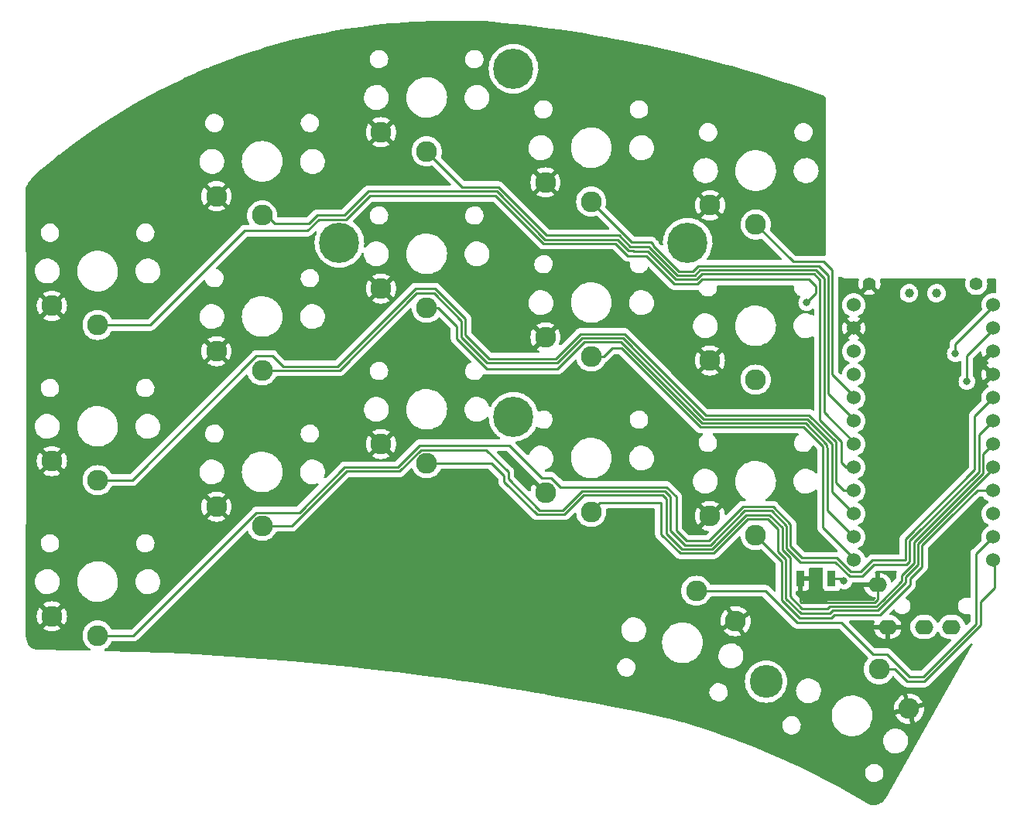
<source format=gbr>
%TF.GenerationSoftware,KiCad,Pcbnew,(6.0.8-1)-1*%
%TF.CreationDate,2023-02-27T11:26:24+02:00*%
%TF.ProjectId,sweepv2,73776565-7076-4322-9e6b-696361645f70,rev?*%
%TF.SameCoordinates,Original*%
%TF.FileFunction,Copper,L1,Top*%
%TF.FilePolarity,Positive*%
%FSLAX46Y46*%
G04 Gerber Fmt 4.6, Leading zero omitted, Abs format (unit mm)*
G04 Created by KiCad (PCBNEW (6.0.8-1)-1) date 2023-02-27 11:26:24*
%MOMM*%
%LPD*%
G01*
G04 APERTURE LIST*
%TA.AperFunction,ComponentPad*%
%ADD10C,3.600000*%
%TD*%
%TA.AperFunction,ComponentPad*%
%ADD11C,1.524000*%
%TD*%
%TA.AperFunction,ComponentPad*%
%ADD12O,2.000000X1.600000*%
%TD*%
%TA.AperFunction,ComponentPad*%
%ADD13C,2.282000*%
%TD*%
%TA.AperFunction,SMDPad,CuDef*%
%ADD14R,0.900000X1.700000*%
%TD*%
%TA.AperFunction,ComponentPad*%
%ADD15C,4.400000*%
%TD*%
%TA.AperFunction,ComponentPad*%
%ADD16C,1.397000*%
%TD*%
%TA.AperFunction,WasherPad*%
%ADD17C,1.000000*%
%TD*%
%TA.AperFunction,ViaPad*%
%ADD18C,0.800000*%
%TD*%
%TA.AperFunction,Conductor*%
%ADD19C,0.250000*%
%TD*%
G04 APERTURE END LIST*
D10*
%TO.P,,1*%
%TO.N,N/C*%
X212979000Y-94325000D03*
%TD*%
D11*
%TO.P,U1,1*%
%TO.N,Switch10*%
X237789400Y-53086000D03*
%TO.P,U1,2*%
%TO.N,Switch18*%
X237789400Y-55626000D03*
%TO.P,U1,3*%
%TO.N,gnd*%
X237789400Y-58166000D03*
%TO.P,U1,4*%
X237789400Y-60706000D03*
%TO.P,U1,5*%
%TO.N,Switch11*%
X237789400Y-63246000D03*
%TO.P,U1,6*%
%TO.N,Switch12*%
X237789400Y-65786000D03*
%TO.P,U1,7*%
%TO.N,Switch13*%
X237789400Y-68326000D03*
%TO.P,U1,8*%
%TO.N,Switch14*%
X237789400Y-70866000D03*
%TO.P,U1,9*%
%TO.N,Switch15*%
X237789400Y-73406000D03*
%TO.P,U1,10*%
%TO.N,Switch1*%
X237789400Y-75946000D03*
%TO.P,U1,11*%
%TO.N,Switch16*%
X237789400Y-78486000D03*
%TO.P,U1,12*%
%TO.N,Switch17*%
X237789400Y-81026000D03*
%TO.P,U1,13*%
%TO.N,Switch9*%
X222569400Y-81026000D03*
%TO.P,U1,14*%
%TO.N,Switch8*%
X222569400Y-78486000D03*
%TO.P,U1,15*%
%TO.N,Switch7*%
X222569400Y-75946000D03*
%TO.P,U1,16*%
%TO.N,Switch6*%
X222569400Y-73406000D03*
%TO.P,U1,17*%
%TO.N,Switch2*%
X222569400Y-70866000D03*
%TO.P,U1,18*%
%TO.N,Switch3*%
X222569400Y-68326000D03*
%TO.P,U1,19*%
%TO.N,Switch4*%
X222569400Y-65786000D03*
%TO.P,U1,20*%
%TO.N,Switch5*%
X222569400Y-63246000D03*
%TO.P,U1,21*%
%TO.N,vcc*%
X222569400Y-60706000D03*
%TO.P,U1,22*%
%TO.N,reset*%
X222569400Y-58166000D03*
%TO.P,U1,23*%
%TO.N,gnd*%
X222569400Y-55626000D03*
%TO.P,U1,24*%
%TO.N,raw*%
X222569400Y-53086000D03*
%TD*%
D12*
%TO.P,J2,R1*%
%TO.N,Switch18*%
X230274000Y-88352000D03*
%TO.P,J2,R2*%
%TO.N,vcc*%
X233274000Y-88352000D03*
%TO.P,J2,S*%
%TO.N,gnd*%
X225174000Y-83752000D03*
%TO.P,J2,T*%
X226274000Y-88352000D03*
%TD*%
D13*
%TO.P,SW16,1*%
%TO.N,Switch13*%
X175856000Y-70416000D03*
%TO.P,SW16,2*%
%TO.N,gnd*%
X170856000Y-68316000D03*
%TD*%
%TO.P,SW20,1*%
%TO.N,Switch17*%
X225336000Y-92972450D03*
%TO.P,SW20,2*%
%TO.N,gnd*%
X228616127Y-97291103D03*
%TD*%
%TO.P,SW15,1*%
%TO.N,Switch12*%
X157856000Y-77274000D03*
%TO.P,SW15,2*%
%TO.N,gnd*%
X152856000Y-75174000D03*
%TD*%
%TO.P,SW21,1*%
%TO.N,Switch16*%
X205353032Y-84383038D03*
%TO.P,SW21,2*%
%TO.N,gnd*%
X209639142Y-87705577D03*
%TD*%
%TO.P,SW17,1*%
%TO.N,Switch14*%
X193856000Y-75750000D03*
%TO.P,SW17,2*%
%TO.N,gnd*%
X188856000Y-73650000D03*
%TD*%
%TO.P,SW18,1*%
%TO.N,Switch15*%
X211836000Y-78290000D03*
%TO.P,SW18,2*%
%TO.N,gnd*%
X206836000Y-76190000D03*
%TD*%
%TO.P,SW4,1*%
%TO.N,Switch3*%
X175856000Y-36282000D03*
%TO.P,SW4,2*%
%TO.N,gnd*%
X170856000Y-34182000D03*
%TD*%
%TO.P,SW3,1*%
%TO.N,Switch2*%
X157856000Y-43282000D03*
%TO.P,SW3,2*%
%TO.N,gnd*%
X152856000Y-41182000D03*
%TD*%
%TO.P,SW9,1*%
%TO.N,Switch7*%
X157856000Y-60256000D03*
%TO.P,SW9,2*%
%TO.N,gnd*%
X152856000Y-58156000D03*
%TD*%
%TO.P,SW14,1*%
%TO.N,Switch11*%
X139856000Y-89282000D03*
%TO.P,SW14,2*%
%TO.N,gnd*%
X134856000Y-87182000D03*
%TD*%
%TO.P,SW12,1*%
%TO.N,Switch10*%
X211836000Y-61272000D03*
%TO.P,SW12,2*%
%TO.N,gnd*%
X206836000Y-59172000D03*
%TD*%
%TO.P,SW11,1*%
%TO.N,Switch9*%
X193856000Y-58732000D03*
%TO.P,SW11,2*%
%TO.N,gnd*%
X188856000Y-56632000D03*
%TD*%
%TO.P,SW8,1*%
%TO.N,Switch6*%
X139856000Y-72282000D03*
%TO.P,SW8,2*%
%TO.N,gnd*%
X134856000Y-70182000D03*
%TD*%
%TO.P,SW6,1*%
%TO.N,Switch5*%
X211856000Y-44282000D03*
%TO.P,SW6,2*%
%TO.N,gnd*%
X206856000Y-42182000D03*
%TD*%
%TO.P,SW5,1*%
%TO.N,Switch4*%
X193856000Y-41782000D03*
%TO.P,SW5,2*%
%TO.N,gnd*%
X188856000Y-39682000D03*
%TD*%
%TO.P,SW2,1*%
%TO.N,Switch1*%
X139856000Y-55282000D03*
%TO.P,SW2,2*%
%TO.N,gnd*%
X134856000Y-53182000D03*
%TD*%
D14*
%TO.P,RSW1,1*%
%TO.N,gnd*%
X216740000Y-83058000D03*
%TO.P,RSW1,2*%
%TO.N,reset*%
X220140000Y-83058000D03*
%TD*%
D13*
%TO.P,SW10,1*%
%TO.N,Switch8*%
X175856000Y-53398000D03*
%TO.P,SW10,2*%
%TO.N,gnd*%
X170856000Y-51298000D03*
%TD*%
D15*
%TO.P,REF\u002A\u002A,1*%
%TO.N,N/C*%
X204406000Y-46282000D03*
X166306000Y-46282000D03*
X185356000Y-27232000D03*
X185356000Y-65332000D03*
%TD*%
D16*
%TO.P,B+,1*%
%TO.N,BT+_r*%
X235966000Y-50800000D03*
%TD*%
%TO.P,B-,1*%
%TO.N,gnd*%
X224282000Y-50800000D03*
%TD*%
D17*
%TO.P,POWER SW,*%
%TO.N,*%
X231624000Y-51816000D03*
X228624000Y-51816000D03*
%TD*%
D18*
%TO.N,Switch18*%
X234950000Y-61468000D03*
%TO.N,reset*%
X221488000Y-83312000D03*
%TO.N,Switch1*%
X217424000Y-52832000D03*
%TO.N,Switch10*%
X233680000Y-58420000D03*
%TD*%
D19*
%TO.N,gnd*%
X224857600Y-85653170D02*
X225174000Y-85336770D01*
X225174000Y-85336770D02*
X225174000Y-83552000D01*
X216740000Y-83058000D02*
X216740000Y-84758000D01*
X216740000Y-85544770D02*
X216848400Y-85653170D01*
X216848400Y-85653170D02*
X224857600Y-85653170D01*
X216740000Y-84758000D02*
X216740000Y-85544770D01*
%TO.N,Switch18*%
X237989400Y-55626000D02*
X234950000Y-58665400D01*
X234950000Y-58665400D02*
X234950000Y-61468000D01*
%TO.N,reset*%
X220140000Y-83058000D02*
X221234000Y-83058000D01*
X221234000Y-83058000D02*
X221488000Y-83312000D01*
%TO.N,Switch1*%
X217678000Y-50292000D02*
X218417960Y-51031960D01*
X155956000Y-44958000D02*
X162814000Y-44958000D01*
X205994000Y-50292000D02*
X217678000Y-50292000D01*
X218417960Y-51031960D02*
X218417960Y-51838040D01*
X199840010Y-47694010D02*
X202946000Y-50800000D01*
X167057719Y-43732009D02*
X169641728Y-41148000D01*
X164039990Y-43732010D02*
X167057719Y-43732009D01*
X162814000Y-44958000D02*
X164039990Y-43732010D01*
X183385180Y-41148000D02*
X188603200Y-46366020D01*
X202946000Y-50800000D02*
X205486000Y-50800000D01*
X196530790Y-46366020D02*
X197858780Y-47694010D01*
X197858780Y-47694010D02*
X199840010Y-47694010D01*
X188603200Y-46366020D02*
X196530790Y-46366020D01*
X218417960Y-51838040D02*
X217424000Y-52832000D01*
X205486000Y-50800000D02*
X205994000Y-50292000D01*
X169641728Y-41148000D02*
X183385180Y-41148000D01*
X139856000Y-55282000D02*
X145632000Y-55282000D01*
X145632000Y-55282000D02*
X155956000Y-44958000D01*
%TO.N,Switch2*%
X203074410Y-50292000D02*
X205357590Y-50292000D01*
X205933189Y-49716401D02*
X218243991Y-49716401D01*
X218867970Y-50340380D02*
X218867970Y-65705970D01*
X200026411Y-47244001D02*
X203074410Y-50292000D01*
X159234991Y-44172991D02*
X162962599Y-44172991D01*
X163853591Y-43282001D02*
X166871317Y-43282001D01*
X157856000Y-43282000D02*
X158344000Y-43282000D01*
X169513318Y-40640000D02*
X183513590Y-40640000D01*
X205357590Y-50292000D02*
X205933189Y-49716401D01*
X166871317Y-43282001D02*
X169513318Y-40640000D01*
X162962599Y-44172991D02*
X163853591Y-43282001D01*
X158344000Y-43282000D02*
X159234991Y-44172991D01*
X218243991Y-49716401D02*
X218867970Y-50340380D01*
X221234000Y-70358000D02*
X221742000Y-70866000D01*
X218867970Y-65705970D02*
X221234000Y-68072000D01*
X221234000Y-68072000D02*
X221234000Y-70358000D01*
X221742000Y-70866000D02*
X222569400Y-70866000D01*
X198553180Y-47244000D02*
X200026411Y-47244001D01*
X198463590Y-47154410D02*
X198553180Y-47244000D01*
X196717190Y-45916010D02*
X197955590Y-47154410D01*
X183513590Y-40640000D02*
X188789600Y-45916010D01*
X188789600Y-45916010D02*
X196717190Y-45916010D01*
X197955590Y-47154410D02*
X198463590Y-47154410D01*
%TO.N,Switch3*%
X219317980Y-64874580D02*
X222769400Y-68326000D01*
X188976000Y-45466000D02*
X196903590Y-45466000D01*
X179763990Y-40189990D02*
X183699990Y-40189990D01*
X198115600Y-46678010D02*
X200209990Y-46678010D01*
X218430392Y-49266392D02*
X219317980Y-50153980D01*
X183699990Y-40189990D02*
X188976000Y-45466000D01*
X205171190Y-49841990D02*
X205746788Y-49266392D01*
X219317980Y-50153980D02*
X219317980Y-64874580D01*
X196903590Y-45466000D02*
X198115600Y-46678010D01*
X175856000Y-36282000D02*
X179763990Y-40189990D01*
X205746788Y-49266392D02*
X218430392Y-49266392D01*
X203260810Y-49841990D02*
X205171190Y-49841990D01*
X200209990Y-46678010D02*
X200209990Y-46791170D01*
X200209990Y-46791170D02*
X203260810Y-49841990D01*
%TO.N,Switch4*%
X193856000Y-41782000D02*
X198302000Y-46228000D01*
X219767990Y-49841990D02*
X219767990Y-62784590D01*
X203447210Y-49391980D02*
X204984790Y-49391980D01*
X205560388Y-48816382D02*
X218742382Y-48816382D01*
X218742382Y-48816382D02*
X219767990Y-49841990D01*
X200660000Y-46491610D02*
X200660000Y-46604770D01*
X200396391Y-46228001D02*
X200660000Y-46491610D01*
X204984790Y-49391980D02*
X205560388Y-48816382D01*
X219767990Y-62784590D02*
X222769400Y-65786000D01*
X198302000Y-46228000D02*
X200396391Y-46228001D01*
X200660000Y-46604770D02*
X203447210Y-49391980D01*
%TO.N,Switch5*%
X220218000Y-49276000D02*
X220218000Y-60694600D01*
X211856000Y-44282000D02*
X215940372Y-48366372D01*
X215940372Y-48366372D02*
X219308372Y-48366372D01*
X220218000Y-60694600D02*
X222769400Y-63246000D01*
X219308372Y-48366372D02*
X220218000Y-49276000D01*
%TO.N,Switch6*%
X189934010Y-58985990D02*
X192659000Y-56261000D01*
X220610020Y-68084430D02*
X220610020Y-72528020D01*
X206363981Y-65139981D02*
X217665571Y-65139981D01*
X157226000Y-58674000D02*
X159004000Y-58674000D01*
X197485000Y-56261000D02*
X206363981Y-65139981D01*
X166127010Y-59805990D02*
X174625000Y-51308000D01*
X180097546Y-54621546D02*
X180097546Y-56399546D01*
X159004000Y-58674000D02*
X160135990Y-59805990D01*
X160135990Y-59805990D02*
X166127010Y-59805990D01*
X176784000Y-51308000D02*
X180097546Y-54621546D01*
X174625000Y-51308000D02*
X176784000Y-51308000D01*
X180097546Y-56399546D02*
X182683990Y-58985990D01*
X143618000Y-72282000D02*
X157226000Y-58674000D01*
X217665571Y-65139981D02*
X220610020Y-68084430D01*
X192659000Y-56261000D02*
X197485000Y-56261000D01*
X220610020Y-72528020D02*
X221488000Y-73406000D01*
X221488000Y-73406000D02*
X222569400Y-73406000D01*
X139856000Y-72282000D02*
X143618000Y-72282000D01*
X182683990Y-58985990D02*
X189934010Y-58985990D01*
%TO.N,Switch7*%
X197298802Y-56710520D02*
X206178273Y-65589991D01*
X166312718Y-60256000D02*
X174752718Y-51816000D01*
X220160010Y-68270830D02*
X220160010Y-73536610D01*
X179648026Y-56641616D02*
X182442410Y-59436000D01*
X179648026Y-54807744D02*
X179648026Y-56641616D01*
X176656282Y-51816000D02*
X179648026Y-54807744D01*
X182442410Y-59436000D02*
X190119718Y-59436000D01*
X220160010Y-73536610D02*
X222569400Y-75946000D01*
X206178273Y-65589991D02*
X217479171Y-65589991D01*
X174752718Y-51816000D02*
X176656282Y-51816000D01*
X192845198Y-56710520D02*
X197298802Y-56710520D01*
X157856000Y-60256000D02*
X166312718Y-60256000D01*
X190119718Y-59436000D02*
X192845198Y-56710520D01*
X217479171Y-65589991D02*
X220160010Y-68270830D01*
%TO.N,Switch8*%
X205992564Y-66040000D02*
X217292770Y-66040000D01*
X175768000Y-53398000D02*
X177116272Y-53398000D01*
X219644385Y-68639975D02*
X219710000Y-68705590D01*
X219710000Y-75626600D02*
X222569400Y-78486000D01*
X193082619Y-57160040D02*
X197112604Y-57160040D01*
X219710000Y-68705590D02*
X219710000Y-75626600D01*
X179127990Y-55409718D02*
X179127990Y-56757990D01*
X190169658Y-60073001D02*
X193082619Y-57160040D01*
X179127990Y-56757990D02*
X182443001Y-60073001D01*
X182443001Y-60073001D02*
X190169658Y-60073001D01*
X177116272Y-53398000D02*
X179127990Y-55409718D01*
X217292770Y-66040000D02*
X219644385Y-68391615D01*
X197112604Y-57160040D02*
X205992564Y-66040000D01*
X219644385Y-68391615D02*
X219644385Y-68639975D01*
%TO.N,Switch9*%
X217106572Y-66489520D02*
X219194865Y-68577813D01*
X196129831Y-57841009D02*
X197157855Y-57841009D01*
X195238840Y-58732000D02*
X196129831Y-57841009D01*
X219202000Y-68833308D02*
X219202000Y-77458600D01*
X205806367Y-66489520D02*
X217106572Y-66489520D01*
X197157855Y-57841009D02*
X205806367Y-66489520D01*
X219194865Y-68826173D02*
X219202000Y-68833308D01*
X193802000Y-58732000D02*
X195238840Y-58732000D01*
X219194865Y-68577813D02*
X219194865Y-68826173D01*
X219202000Y-77458600D02*
X222769400Y-81026000D01*
%TO.N,Switch10*%
X237989400Y-53086000D02*
X233680000Y-57395400D01*
X233680000Y-57395400D02*
X233680000Y-58420000D01*
%TO.N,Switch11*%
X215646000Y-79502000D02*
X216916000Y-80772000D01*
X175109908Y-68453000D02*
X184912000Y-68453000D01*
X143775453Y-89282000D02*
X157248964Y-75808489D01*
X206709030Y-78913970D02*
X210439000Y-75184000D01*
X222250000Y-82296000D02*
X223366176Y-82296000D01*
X166889546Y-70854454D02*
X172708454Y-70854454D01*
X210439000Y-75184000D02*
X213741000Y-75184000D01*
X220726000Y-80772000D02*
X222250000Y-82296000D01*
X216916000Y-80772000D02*
X220726000Y-80772000D01*
X190500000Y-73025000D02*
X202059820Y-73025000D01*
X202059820Y-73025000D02*
X203142010Y-74107190D01*
X172708454Y-70854454D02*
X175109908Y-68453000D01*
X203142010Y-74107190D02*
X203142010Y-77791600D01*
X235802379Y-71124571D02*
X235802379Y-65233021D01*
X161935511Y-75808489D02*
X166889546Y-70854454D01*
X139856000Y-89282000D02*
X143775453Y-89282000D01*
X203142010Y-77791600D02*
X204264380Y-78913970D01*
X215646000Y-77089000D02*
X215646000Y-79502000D01*
X189484000Y-72009000D02*
X190500000Y-73025000D01*
X235802379Y-65233021D02*
X237789400Y-63246000D01*
X213741000Y-75184000D02*
X215646000Y-77089000D01*
X224636176Y-81026000D02*
X228217590Y-81026000D01*
X228217590Y-78709360D02*
X235802379Y-71124571D01*
X188468000Y-72009000D02*
X189484000Y-72009000D01*
X223366176Y-82296000D02*
X224636176Y-81026000D01*
X204264380Y-78913970D02*
X206709030Y-78913970D01*
X228217590Y-81026000D02*
X228217590Y-78709360D01*
X184912000Y-68453000D02*
X188468000Y-72009000D01*
X157248964Y-75808489D02*
X161935511Y-75808489D01*
%TO.N,Switch12*%
X228706875Y-78856485D02*
X229090067Y-78473293D01*
X222108883Y-82791293D02*
X223507293Y-82791293D01*
X188214000Y-75565000D02*
X190754000Y-75565000D01*
X213554802Y-75633520D02*
X215196480Y-77275198D01*
X223507293Y-82791293D02*
X224764586Y-81534000D01*
X202496002Y-77782002D02*
X204077980Y-79363980D01*
X229090067Y-78473293D02*
X229109287Y-78473293D01*
X184784649Y-71375059D02*
X184784649Y-72135649D01*
X204077980Y-79363980D02*
X206894738Y-79363980D01*
X215196480Y-77275198D02*
X215196480Y-79741250D01*
X172894854Y-71304464D02*
X175248829Y-68950489D01*
X210625198Y-75633520D02*
X213554802Y-75633520D01*
X229109287Y-78473293D02*
X236252389Y-71330191D01*
X175248829Y-68950489D02*
X182360079Y-68950489D01*
X192844480Y-73474520D02*
X201872930Y-73474520D01*
X216698615Y-81243385D02*
X220560975Y-81243385D01*
X228346000Y-81534000D02*
X228706875Y-81173125D01*
X236252389Y-71330191D02*
X236252389Y-67323011D01*
X167075946Y-71304464D02*
X172894854Y-71304464D01*
X224764586Y-81534000D02*
X228346000Y-81534000D01*
X220560975Y-81243385D02*
X222108883Y-82791293D01*
X161106410Y-77274000D02*
X167075946Y-71304464D01*
X201872930Y-73474520D02*
X202496002Y-74097592D01*
X236252389Y-67323011D02*
X237789400Y-65786000D01*
X228706875Y-81173125D02*
X228706875Y-78856485D01*
X182360079Y-68950489D02*
X184784649Y-71375059D01*
X215196480Y-79741250D02*
X216698615Y-81243385D01*
X157856000Y-77274000D02*
X161106410Y-77274000D01*
X206894738Y-79363980D02*
X210625198Y-75633520D01*
X190754000Y-75565000D02*
X192844480Y-73474520D01*
X202496002Y-74480002D02*
X202496002Y-77782002D01*
X184784649Y-72135649D02*
X188214000Y-75565000D01*
X202496002Y-74097592D02*
X202496002Y-74480002D01*
%TO.N,Switch13*%
X237789400Y-68326000D02*
X236702399Y-69413001D01*
X227831210Y-82685200D02*
X227831210Y-83315970D01*
X236702399Y-71516591D02*
X229176105Y-79042885D01*
X236702399Y-69413001D02*
X236702399Y-71516591D01*
X229156885Y-79042885D02*
X229156884Y-81359526D01*
X229156884Y-81359526D02*
X227831210Y-82685200D01*
X229176105Y-79042885D02*
X229156885Y-79042885D01*
X227831210Y-83315970D02*
X225677590Y-85469590D01*
X203765990Y-79813990D02*
X202045992Y-78093992D01*
X193030678Y-73924040D02*
X190940197Y-76014520D01*
X225044000Y-86103180D02*
X219966820Y-86103180D01*
X201686732Y-73924040D02*
X193030678Y-73924040D01*
X190940197Y-76014520D02*
X187909018Y-76014520D01*
X215588010Y-80769190D02*
X214746960Y-79928140D01*
X202045992Y-74283300D02*
X201686732Y-73924040D01*
X187909018Y-76014520D02*
X184334640Y-72440142D01*
X184334639Y-71812639D02*
X182938000Y-70416000D01*
X215588010Y-85029190D02*
X215588010Y-80769190D01*
X210811396Y-76083040D02*
X207080446Y-79813990D01*
X214746960Y-79928140D02*
X214746960Y-77461396D01*
X207080446Y-79813990D02*
X203765990Y-79813990D01*
X184334640Y-72440142D02*
X184334639Y-71812639D01*
X202045992Y-78093992D02*
X202045992Y-74283300D01*
X219710000Y-86360000D02*
X216918820Y-86360000D01*
X216918820Y-86360000D02*
X215588010Y-85029190D01*
X225677590Y-85469590D02*
X225044000Y-86103180D01*
X213368604Y-76083040D02*
X210811396Y-76083040D01*
X219966820Y-86103180D02*
X219710000Y-86360000D01*
X214746960Y-77461396D02*
X213368604Y-76083040D01*
X182938000Y-70416000D02*
X175768000Y-70416000D01*
%TO.N,Switch14*%
X229606893Y-81545927D02*
X229606893Y-81289107D01*
X229606893Y-81289107D02*
X229606895Y-81289105D01*
X229606895Y-79248505D02*
X229606895Y-81289105D01*
X229606895Y-79248505D02*
X229606893Y-81545927D01*
X237989400Y-70866000D02*
X229606895Y-79248505D01*
X225230400Y-86553190D02*
X228281220Y-83502370D01*
X215138000Y-85215590D02*
X216790410Y-86868000D01*
X201480001Y-78173999D02*
X203570002Y-80264000D01*
X220278810Y-86553190D02*
X225230400Y-86553190D01*
X194817999Y-74734001D02*
X201480001Y-74734001D01*
X203570002Y-80264000D02*
X207266153Y-80264000D01*
X216790410Y-86868000D02*
X219964000Y-86868000D01*
X213182406Y-76532560D02*
X214249000Y-77599154D01*
X193802000Y-75750000D02*
X194817999Y-74734001D01*
X207266153Y-80264000D02*
X210997594Y-76532560D01*
X214249000Y-80066590D02*
X215138000Y-80955590D01*
X214249000Y-77599154D02*
X214249000Y-80066590D01*
X201480001Y-74734001D02*
X201480001Y-78173999D01*
X210997594Y-76532560D02*
X213182406Y-76532560D01*
X215138000Y-80955590D02*
X215138000Y-85215590D01*
X219964000Y-86868000D02*
X220278810Y-86553190D01*
X228281220Y-82871600D02*
X229606893Y-81545927D01*
X228281220Y-83502370D02*
X228281220Y-82871600D01*
%TO.N,Switch15*%
X237989400Y-73406000D02*
X236085810Y-73406000D01*
X236085810Y-73406000D02*
X233104905Y-76386905D01*
X228731230Y-83058000D02*
X228731230Y-83697230D01*
X233104905Y-76386905D02*
X230056905Y-79434905D01*
X228731230Y-83697230D02*
X225941460Y-86487000D01*
X230056902Y-81732328D02*
X228731230Y-83058000D01*
X220092410Y-87376000D02*
X216662000Y-87376000D01*
X216662000Y-87376000D02*
X214688480Y-85402480D01*
X214688480Y-85402480D02*
X214688480Y-81142480D01*
X230056905Y-81601095D02*
X230056902Y-81732328D01*
X225941460Y-86487000D02*
X225933000Y-86487000D01*
X220465211Y-87003199D02*
X220092410Y-87376000D01*
X230056905Y-79434905D02*
X230056905Y-81601095D01*
X225933000Y-86487000D02*
X225416801Y-87003199D01*
X214688480Y-81142480D02*
X211836000Y-78290000D01*
X225416801Y-87003199D02*
X220465211Y-87003199D01*
%TO.N,Switch16*%
X237789400Y-78486000D02*
X235966000Y-80309400D01*
X235966000Y-80309400D02*
X235966000Y-85598000D01*
X226187000Y-91313000D02*
X228662795Y-93788795D01*
X228662795Y-93788795D02*
X230186795Y-93788795D01*
X221234000Y-87884000D02*
X224663000Y-91313000D01*
X230186795Y-93788795D02*
X235966000Y-88009590D01*
X216408000Y-87884000D02*
X221234000Y-87884000D01*
X212907038Y-84383038D02*
X216408000Y-87884000D01*
X205353032Y-84383038D02*
X212907038Y-84383038D01*
X235966000Y-88009590D02*
X235966000Y-85598000D01*
X224663000Y-91313000D02*
X226187000Y-91313000D01*
%TO.N,Switch17*%
X228520549Y-94313451D02*
X230298549Y-94313451D01*
X237989400Y-84082600D02*
X237989400Y-81026000D01*
X236474000Y-85598000D02*
X237989400Y-84082600D01*
X225336000Y-92972450D02*
X227084450Y-92972450D01*
X228425451Y-94313451D02*
X228520549Y-94313451D01*
X236474000Y-88138000D02*
X236474000Y-85598000D01*
X227084450Y-92972450D02*
X228425451Y-94313451D01*
X230298549Y-94313451D02*
X236474000Y-88138000D01*
%TD*%
%TA.AperFunction,Conductor*%
%TO.N,gnd*%
G36*
X174248643Y-70950745D02*
G01*
X174305479Y-70993292D01*
X174321020Y-71020583D01*
X174379844Y-71162595D01*
X174381740Y-71167173D01*
X174517400Y-71388550D01*
X174686020Y-71585980D01*
X174883450Y-71754600D01*
X175104827Y-71890260D01*
X175109397Y-71892153D01*
X175109401Y-71892155D01*
X175340127Y-71987725D01*
X175344700Y-71989619D01*
X175401140Y-72003169D01*
X175592350Y-72049075D01*
X175592356Y-72049076D01*
X175597163Y-72050230D01*
X175856000Y-72070601D01*
X176114837Y-72050230D01*
X176119644Y-72049076D01*
X176119650Y-72049075D01*
X176310860Y-72003169D01*
X176367300Y-71989619D01*
X176371873Y-71987725D01*
X176602599Y-71892155D01*
X176602603Y-71892153D01*
X176607173Y-71890260D01*
X176828550Y-71754600D01*
X177025980Y-71585980D01*
X177194600Y-71388550D01*
X177330260Y-71167173D01*
X177332155Y-71162599D01*
X177332157Y-71162595D01*
X177346783Y-71127283D01*
X177391330Y-71072002D01*
X177463192Y-71049500D01*
X182623406Y-71049500D01*
X182691527Y-71069502D01*
X182712497Y-71086401D01*
X183664236Y-72038141D01*
X183698260Y-72100451D01*
X183701139Y-72127233D01*
X183701140Y-72361373D01*
X183700613Y-72372560D01*
X183698938Y-72380051D01*
X183699187Y-72387976D01*
X183699187Y-72387977D01*
X183701078Y-72448127D01*
X183701140Y-72452086D01*
X183701140Y-72479999D01*
X183701636Y-72483924D01*
X183701636Y-72483928D01*
X183701646Y-72484004D01*
X183702578Y-72495836D01*
X183703967Y-72540031D01*
X183706179Y-72547643D01*
X183706179Y-72547646D01*
X183709618Y-72559482D01*
X183713627Y-72578842D01*
X183716166Y-72598940D01*
X183719083Y-72606306D01*
X183719084Y-72606312D01*
X183732445Y-72640058D01*
X183736289Y-72651285D01*
X183748622Y-72693735D01*
X183758933Y-72711170D01*
X183767628Y-72728920D01*
X183772167Y-72740385D01*
X183772171Y-72740393D01*
X183775088Y-72747760D01*
X183786753Y-72763815D01*
X183801080Y-72783535D01*
X183807594Y-72793452D01*
X183830098Y-72831504D01*
X183844420Y-72845826D01*
X183857260Y-72860859D01*
X183869169Y-72877250D01*
X183901056Y-72903629D01*
X183903246Y-72905441D01*
X183912025Y-72913431D01*
X187405366Y-76406773D01*
X187412906Y-76415059D01*
X187417018Y-76421538D01*
X187422795Y-76426963D01*
X187466669Y-76468163D01*
X187469511Y-76470918D01*
X187489248Y-76490655D01*
X187492445Y-76493135D01*
X187501465Y-76500838D01*
X187533697Y-76531106D01*
X187540643Y-76534925D01*
X187540646Y-76534927D01*
X187551452Y-76540868D01*
X187567971Y-76551719D01*
X187583977Y-76564134D01*
X187591246Y-76567279D01*
X187591250Y-76567282D01*
X187624555Y-76581694D01*
X187635205Y-76586911D01*
X187673958Y-76608215D01*
X187681633Y-76610186D01*
X187681634Y-76610186D01*
X187693580Y-76613253D01*
X187712284Y-76619657D01*
X187721632Y-76623702D01*
X187730873Y-76627701D01*
X187738696Y-76628940D01*
X187738706Y-76628943D01*
X187774542Y-76634619D01*
X187786162Y-76637025D01*
X187821307Y-76646048D01*
X187828988Y-76648020D01*
X187849242Y-76648020D01*
X187868952Y-76649571D01*
X187888961Y-76652740D01*
X187896853Y-76651994D01*
X187915598Y-76650222D01*
X187932980Y-76648579D01*
X187944837Y-76648020D01*
X190861429Y-76648020D01*
X190872612Y-76648547D01*
X190880105Y-76650222D01*
X190888031Y-76649973D01*
X190888032Y-76649973D01*
X190948195Y-76648082D01*
X190952153Y-76648020D01*
X190980053Y-76648020D01*
X190984044Y-76647516D01*
X190995877Y-76646584D01*
X191040086Y-76645194D01*
X191047700Y-76642982D01*
X191047705Y-76642981D01*
X191059538Y-76639543D01*
X191078901Y-76635532D01*
X191098994Y-76632994D01*
X191106361Y-76630077D01*
X191106366Y-76630076D01*
X191140105Y-76616718D01*
X191151332Y-76612874D01*
X191167367Y-76608215D01*
X191193790Y-76600538D01*
X191211225Y-76590227D01*
X191228973Y-76581532D01*
X191247814Y-76574072D01*
X191283584Y-76548084D01*
X191293504Y-76541568D01*
X191324732Y-76523100D01*
X191324735Y-76523098D01*
X191331559Y-76519062D01*
X191345880Y-76504741D01*
X191360914Y-76491900D01*
X191370891Y-76484651D01*
X191377304Y-76479992D01*
X191382354Y-76473888D01*
X191382359Y-76473883D01*
X191405490Y-76445922D01*
X191413480Y-76437142D01*
X192000783Y-75849839D01*
X192063095Y-75815813D01*
X192133910Y-75820878D01*
X192190746Y-75863425D01*
X192215490Y-75929047D01*
X192217255Y-75951475D01*
X192221770Y-76008837D01*
X192222924Y-76013644D01*
X192222925Y-76013650D01*
X192249857Y-76125829D01*
X192282381Y-76261300D01*
X192284274Y-76265871D01*
X192284275Y-76265873D01*
X192378408Y-76493128D01*
X192381740Y-76501173D01*
X192517400Y-76722550D01*
X192686020Y-76919980D01*
X192883450Y-77088600D01*
X193104827Y-77224260D01*
X193109397Y-77226153D01*
X193109401Y-77226155D01*
X193257646Y-77287560D01*
X193344700Y-77323619D01*
X193432470Y-77344691D01*
X193592350Y-77383075D01*
X193592356Y-77383076D01*
X193597163Y-77384230D01*
X193856000Y-77404601D01*
X194114837Y-77384230D01*
X194119644Y-77383076D01*
X194119650Y-77383075D01*
X194279530Y-77344691D01*
X194367300Y-77323619D01*
X194454354Y-77287560D01*
X194602599Y-77226155D01*
X194602603Y-77226153D01*
X194607173Y-77224260D01*
X194828550Y-77088600D01*
X195025980Y-76919980D01*
X195194600Y-76722550D01*
X195330260Y-76501173D01*
X195333593Y-76493128D01*
X195427725Y-76265873D01*
X195427726Y-76265871D01*
X195429619Y-76261300D01*
X195462143Y-76125829D01*
X195489075Y-76013650D01*
X195489076Y-76013644D01*
X195490230Y-76008837D01*
X195510601Y-75750000D01*
X195491192Y-75503387D01*
X195505788Y-75433907D01*
X195555631Y-75383347D01*
X195616804Y-75367501D01*
X200720501Y-75367501D01*
X200788622Y-75387503D01*
X200835115Y-75441159D01*
X200846501Y-75493501D01*
X200846501Y-78095232D01*
X200845974Y-78106415D01*
X200844299Y-78113908D01*
X200844548Y-78121834D01*
X200844548Y-78121835D01*
X200846439Y-78181985D01*
X200846501Y-78185944D01*
X200846501Y-78213855D01*
X200846998Y-78217789D01*
X200846998Y-78217790D01*
X200847006Y-78217855D01*
X200847939Y-78229692D01*
X200849328Y-78273888D01*
X200854979Y-78293338D01*
X200858988Y-78312699D01*
X200861527Y-78332796D01*
X200864446Y-78340167D01*
X200864446Y-78340169D01*
X200877805Y-78373911D01*
X200881650Y-78385141D01*
X200893983Y-78427592D01*
X200898016Y-78434411D01*
X200898018Y-78434416D01*
X200904294Y-78445027D01*
X200912989Y-78462775D01*
X200920449Y-78481616D01*
X200925111Y-78488032D01*
X200925111Y-78488033D01*
X200946437Y-78517386D01*
X200952953Y-78527306D01*
X200965687Y-78548837D01*
X200975459Y-78565361D01*
X200989780Y-78579682D01*
X201002620Y-78594715D01*
X201014529Y-78611106D01*
X201048606Y-78639297D01*
X201057385Y-78647287D01*
X203066350Y-80656253D01*
X203073890Y-80664539D01*
X203078002Y-80671018D01*
X203083779Y-80676443D01*
X203127653Y-80717643D01*
X203130495Y-80720398D01*
X203150232Y-80740135D01*
X203153429Y-80742615D01*
X203162449Y-80750318D01*
X203194681Y-80780586D01*
X203201627Y-80784405D01*
X203201630Y-80784407D01*
X203212436Y-80790348D01*
X203228955Y-80801199D01*
X203244961Y-80813614D01*
X203252230Y-80816759D01*
X203252234Y-80816762D01*
X203285539Y-80831174D01*
X203296189Y-80836391D01*
X203334942Y-80857695D01*
X203342617Y-80859666D01*
X203342618Y-80859666D01*
X203354564Y-80862733D01*
X203373269Y-80869137D01*
X203391857Y-80877181D01*
X203399680Y-80878420D01*
X203399690Y-80878423D01*
X203435526Y-80884099D01*
X203447146Y-80886505D01*
X203482291Y-80895528D01*
X203489972Y-80897500D01*
X203510226Y-80897500D01*
X203529936Y-80899051D01*
X203549945Y-80902220D01*
X203557837Y-80901474D01*
X203576582Y-80899702D01*
X203593964Y-80898059D01*
X203605821Y-80897500D01*
X207187386Y-80897500D01*
X207198569Y-80898027D01*
X207206062Y-80899702D01*
X207213988Y-80899453D01*
X207213989Y-80899453D01*
X207274152Y-80897562D01*
X207278110Y-80897500D01*
X207306009Y-80897500D01*
X207310000Y-80896996D01*
X207321833Y-80896064D01*
X207366042Y-80894674D01*
X207373656Y-80892462D01*
X207373661Y-80892461D01*
X207385494Y-80889023D01*
X207404857Y-80885012D01*
X207424950Y-80882474D01*
X207432317Y-80879557D01*
X207432322Y-80879556D01*
X207466061Y-80866198D01*
X207477288Y-80862354D01*
X207493323Y-80857695D01*
X207519746Y-80850018D01*
X207537181Y-80839707D01*
X207554929Y-80831012D01*
X207573770Y-80823552D01*
X207609540Y-80797564D01*
X207619460Y-80791048D01*
X207650688Y-80772580D01*
X207650691Y-80772578D01*
X207657515Y-80768542D01*
X207671836Y-80754221D01*
X207686870Y-80741380D01*
X207696847Y-80734131D01*
X207703260Y-80729472D01*
X207731451Y-80695395D01*
X207739441Y-80686616D01*
X209984828Y-78441230D01*
X210047140Y-78407204D01*
X210117956Y-78412269D01*
X210174791Y-78454816D01*
X210199535Y-78520439D01*
X210201770Y-78548837D01*
X210202924Y-78553644D01*
X210202925Y-78553650D01*
X210233613Y-78681474D01*
X210262381Y-78801300D01*
X210264274Y-78805871D01*
X210264275Y-78805873D01*
X210356135Y-79027641D01*
X210361740Y-79041173D01*
X210497400Y-79262550D01*
X210666020Y-79459980D01*
X210863450Y-79628600D01*
X211084827Y-79764260D01*
X211089397Y-79766153D01*
X211089401Y-79766155D01*
X211320127Y-79861725D01*
X211324700Y-79863619D01*
X211412470Y-79884691D01*
X211572350Y-79923075D01*
X211572356Y-79923076D01*
X211577163Y-79924230D01*
X211836000Y-79944601D01*
X212094837Y-79924230D01*
X212099644Y-79923076D01*
X212099650Y-79923075D01*
X212259530Y-79884691D01*
X212347300Y-79863619D01*
X212387193Y-79847095D01*
X212457781Y-79839506D01*
X212524505Y-79874409D01*
X214018075Y-81367980D01*
X214052101Y-81430292D01*
X214054980Y-81457075D01*
X214054980Y-84330885D01*
X214034978Y-84399006D01*
X213981322Y-84445499D01*
X213911048Y-84455603D01*
X213846468Y-84426109D01*
X213839885Y-84419980D01*
X213410690Y-83990785D01*
X213403150Y-83982499D01*
X213399038Y-83976020D01*
X213349386Y-83929394D01*
X213346545Y-83926640D01*
X213326808Y-83906903D01*
X213323611Y-83904423D01*
X213314589Y-83896718D01*
X213293112Y-83876550D01*
X213282359Y-83866452D01*
X213275413Y-83862633D01*
X213275410Y-83862631D01*
X213264604Y-83856690D01*
X213248085Y-83845839D01*
X213244716Y-83843226D01*
X213232079Y-83833424D01*
X213224810Y-83830279D01*
X213224806Y-83830276D01*
X213191501Y-83815864D01*
X213180851Y-83810647D01*
X213142098Y-83789343D01*
X213122475Y-83784305D01*
X213103772Y-83777901D01*
X213092458Y-83773005D01*
X213092457Y-83773005D01*
X213085183Y-83769857D01*
X213077360Y-83768618D01*
X213077350Y-83768615D01*
X213041514Y-83762939D01*
X213029894Y-83760533D01*
X212994749Y-83751510D01*
X212994748Y-83751510D01*
X212987068Y-83749538D01*
X212966814Y-83749538D01*
X212947103Y-83747987D01*
X212934924Y-83746058D01*
X212927095Y-83744818D01*
X212919203Y-83745564D01*
X212883077Y-83748979D01*
X212871219Y-83749538D01*
X206960224Y-83749538D01*
X206892103Y-83729536D01*
X206843815Y-83671755D01*
X206829189Y-83636443D01*
X206829185Y-83636435D01*
X206827292Y-83631865D01*
X206691632Y-83410488D01*
X206523012Y-83213058D01*
X206325582Y-83044438D01*
X206104205Y-82908778D01*
X206099635Y-82906885D01*
X206099631Y-82906883D01*
X205868905Y-82811313D01*
X205868903Y-82811312D01*
X205864332Y-82809419D01*
X205776562Y-82788347D01*
X205616682Y-82749963D01*
X205616676Y-82749962D01*
X205611869Y-82748808D01*
X205353032Y-82728437D01*
X205094195Y-82748808D01*
X205089388Y-82749962D01*
X205089382Y-82749963D01*
X204929502Y-82788347D01*
X204841732Y-82809419D01*
X204837161Y-82811312D01*
X204837159Y-82811313D01*
X204606433Y-82906883D01*
X204606429Y-82906885D01*
X204601859Y-82908778D01*
X204380482Y-83044438D01*
X204183052Y-83213058D01*
X204014432Y-83410488D01*
X203878772Y-83631865D01*
X203876879Y-83636435D01*
X203876877Y-83636439D01*
X203781307Y-83867165D01*
X203779413Y-83871738D01*
X203761075Y-83948121D01*
X203721298Y-84113806D01*
X203718802Y-84124201D01*
X203698431Y-84383038D01*
X203718802Y-84641875D01*
X203719956Y-84646682D01*
X203719957Y-84646688D01*
X203747395Y-84760972D01*
X203779413Y-84894338D01*
X203781306Y-84898909D01*
X203781307Y-84898911D01*
X203876876Y-85129633D01*
X203878772Y-85134211D01*
X204014432Y-85355588D01*
X204183052Y-85553018D01*
X204380482Y-85721638D01*
X204384699Y-85724222D01*
X204580931Y-85844473D01*
X204601859Y-85857298D01*
X204606429Y-85859191D01*
X204606433Y-85859193D01*
X204837159Y-85954763D01*
X204841732Y-85956657D01*
X204868636Y-85963116D01*
X205089382Y-86016113D01*
X205089388Y-86016114D01*
X205094195Y-86017268D01*
X205353032Y-86037639D01*
X205611869Y-86017268D01*
X205616676Y-86016114D01*
X205616682Y-86016113D01*
X205837428Y-85963116D01*
X205864332Y-85956657D01*
X205868905Y-85954763D01*
X206099631Y-85859193D01*
X206099635Y-85859191D01*
X206104205Y-85857298D01*
X206125134Y-85844473D01*
X206321365Y-85724222D01*
X206325582Y-85721638D01*
X206523012Y-85553018D01*
X206691632Y-85355588D01*
X206827292Y-85134211D01*
X206829187Y-85129637D01*
X206829189Y-85129633D01*
X206843815Y-85094321D01*
X206888362Y-85039040D01*
X206960224Y-85016538D01*
X212592444Y-85016538D01*
X212660565Y-85036540D01*
X212681539Y-85053443D01*
X214294377Y-86666282D01*
X215904348Y-88276253D01*
X215911888Y-88284539D01*
X215916000Y-88291018D01*
X215921777Y-88296443D01*
X215965651Y-88337643D01*
X215968493Y-88340398D01*
X215988230Y-88360135D01*
X215991427Y-88362615D01*
X216000447Y-88370318D01*
X216032679Y-88400586D01*
X216039625Y-88404405D01*
X216039628Y-88404407D01*
X216050434Y-88410348D01*
X216066953Y-88421199D01*
X216082959Y-88433614D01*
X216090228Y-88436759D01*
X216090232Y-88436762D01*
X216123537Y-88451174D01*
X216134187Y-88456391D01*
X216172940Y-88477695D01*
X216180615Y-88479666D01*
X216180616Y-88479666D01*
X216192562Y-88482733D01*
X216211267Y-88489137D01*
X216229855Y-88497181D01*
X216237678Y-88498420D01*
X216237688Y-88498423D01*
X216273524Y-88504099D01*
X216285144Y-88506505D01*
X216320289Y-88515528D01*
X216327970Y-88517500D01*
X216348224Y-88517500D01*
X216367934Y-88519051D01*
X216387943Y-88522220D01*
X216395835Y-88521474D01*
X216431961Y-88518059D01*
X216443819Y-88517500D01*
X220919406Y-88517500D01*
X220987527Y-88537502D01*
X221008501Y-88554405D01*
X224125371Y-91671275D01*
X224159397Y-91733587D01*
X224154332Y-91804402D01*
X224132089Y-91842199D01*
X223997400Y-91999900D01*
X223913234Y-92137247D01*
X223867931Y-92211175D01*
X223861740Y-92221277D01*
X223859847Y-92225847D01*
X223859845Y-92225851D01*
X223764275Y-92456577D01*
X223762381Y-92461150D01*
X223754895Y-92492332D01*
X223705087Y-92699798D01*
X223701770Y-92713613D01*
X223681399Y-92972450D01*
X223701770Y-93231287D01*
X223762381Y-93483750D01*
X223764274Y-93488321D01*
X223764275Y-93488323D01*
X223859059Y-93717150D01*
X223861740Y-93723623D01*
X223997400Y-93945000D01*
X224166020Y-94142430D01*
X224363450Y-94311050D01*
X224584827Y-94446710D01*
X224589397Y-94448603D01*
X224589401Y-94448605D01*
X224792458Y-94532714D01*
X224824700Y-94546069D01*
X224912470Y-94567141D01*
X225072350Y-94605525D01*
X225072356Y-94605526D01*
X225077163Y-94606680D01*
X225336000Y-94627051D01*
X225594837Y-94606680D01*
X225599644Y-94605526D01*
X225599650Y-94605525D01*
X225759530Y-94567141D01*
X225847300Y-94546069D01*
X225879542Y-94532714D01*
X226082599Y-94448605D01*
X226082603Y-94448603D01*
X226087173Y-94446710D01*
X226308550Y-94311050D01*
X226505980Y-94142430D01*
X226674600Y-93945000D01*
X226775939Y-93779630D01*
X226828586Y-93732000D01*
X226898627Y-93720393D01*
X226963825Y-93748496D01*
X226972466Y-93756371D01*
X227921799Y-94705704D01*
X227929339Y-94713990D01*
X227933451Y-94720469D01*
X227939228Y-94725894D01*
X227983102Y-94767094D01*
X227985944Y-94769849D01*
X228005681Y-94789586D01*
X228008878Y-94792066D01*
X228017898Y-94799769D01*
X228050130Y-94830037D01*
X228057076Y-94833856D01*
X228057079Y-94833858D01*
X228067885Y-94839799D01*
X228084404Y-94850650D01*
X228100410Y-94863065D01*
X228107679Y-94866210D01*
X228107683Y-94866213D01*
X228140988Y-94880625D01*
X228151638Y-94885842D01*
X228190391Y-94907146D01*
X228198066Y-94909117D01*
X228198067Y-94909117D01*
X228210013Y-94912184D01*
X228228718Y-94918588D01*
X228247306Y-94926632D01*
X228255129Y-94927871D01*
X228255139Y-94927874D01*
X228290975Y-94933550D01*
X228302595Y-94935956D01*
X228334410Y-94944124D01*
X228345421Y-94946951D01*
X228365675Y-94946951D01*
X228385385Y-94948502D01*
X228405394Y-94951671D01*
X228413286Y-94950925D01*
X228432031Y-94949153D01*
X228449413Y-94947510D01*
X228461270Y-94946951D01*
X230219782Y-94946951D01*
X230230965Y-94947478D01*
X230238458Y-94949153D01*
X230246384Y-94948904D01*
X230246385Y-94948904D01*
X230306535Y-94947013D01*
X230310494Y-94946951D01*
X230338405Y-94946951D01*
X230342340Y-94946454D01*
X230342405Y-94946446D01*
X230354242Y-94945513D01*
X230386500Y-94944499D01*
X230390519Y-94944373D01*
X230398438Y-94944124D01*
X230417892Y-94938472D01*
X230437249Y-94934464D01*
X230449479Y-94932919D01*
X230449480Y-94932919D01*
X230457346Y-94931925D01*
X230464717Y-94929006D01*
X230464719Y-94929006D01*
X230498461Y-94915647D01*
X230509691Y-94911802D01*
X230544532Y-94901680D01*
X230544533Y-94901680D01*
X230552142Y-94899469D01*
X230558961Y-94895436D01*
X230558966Y-94895434D01*
X230569577Y-94889158D01*
X230587325Y-94880463D01*
X230606166Y-94873003D01*
X230641936Y-94847015D01*
X230651856Y-94840499D01*
X230683084Y-94822031D01*
X230683087Y-94822029D01*
X230689911Y-94817993D01*
X230704232Y-94803672D01*
X230719266Y-94790831D01*
X230729243Y-94783582D01*
X230735656Y-94778923D01*
X230763847Y-94744846D01*
X230771837Y-94736067D01*
X235351236Y-90156668D01*
X235413548Y-90122642D01*
X235484363Y-90127707D01*
X235541199Y-90170254D01*
X235566010Y-90236774D01*
X235550027Y-90307754D01*
X231816394Y-96914573D01*
X226035362Y-107144351D01*
X226022396Y-107162652D01*
X226021132Y-107164598D01*
X226015221Y-107171358D01*
X226011446Y-107179504D01*
X226008788Y-107185239D01*
X225995841Y-107207088D01*
X225897203Y-107340708D01*
X225885430Y-107354465D01*
X225750874Y-107490553D01*
X225737251Y-107502481D01*
X225584575Y-107617879D01*
X225569384Y-107627730D01*
X225401751Y-107720051D01*
X225385304Y-107727624D01*
X225206162Y-107794967D01*
X225188798Y-107800104D01*
X225001859Y-107841072D01*
X224983940Y-107843667D01*
X224873736Y-107851607D01*
X224793055Y-107857419D01*
X224774954Y-107857419D01*
X224666210Y-107849585D01*
X224584069Y-107843668D01*
X224566151Y-107841073D01*
X224443301Y-107814151D01*
X224379204Y-107800104D01*
X224361850Y-107794970D01*
X224182711Y-107727631D01*
X224166264Y-107720059D01*
X224027000Y-107643364D01*
X224012700Y-107633227D01*
X224005451Y-107628399D01*
X223998762Y-107622416D01*
X223993703Y-107620001D01*
X223992235Y-107618934D01*
X223988530Y-107615775D01*
X223977838Y-107609198D01*
X223973347Y-107607314D01*
X223969025Y-107605096D01*
X223969143Y-107604866D01*
X223962790Y-107601689D01*
X223227707Y-107171358D01*
X222521376Y-106757859D01*
X221919093Y-106420814D01*
X221049728Y-105934307D01*
X221049701Y-105934292D01*
X221049202Y-105934013D01*
X219561295Y-105138933D01*
X218424709Y-104559695D01*
X218069354Y-104378595D01*
X223798881Y-104378595D01*
X223829375Y-104580229D01*
X223899790Y-104771613D01*
X224007251Y-104944929D01*
X224147367Y-105093098D01*
X224152597Y-105096760D01*
X224152598Y-105096761D01*
X224309181Y-105206401D01*
X224314414Y-105210065D01*
X224501569Y-105291054D01*
X224507817Y-105292359D01*
X224507816Y-105292359D01*
X224696441Y-105331766D01*
X224696445Y-105331766D01*
X224701186Y-105332757D01*
X224706023Y-105333010D01*
X224706027Y-105333011D01*
X224706093Y-105333014D01*
X224707865Y-105333107D01*
X224857620Y-105333107D01*
X224930266Y-105325728D01*
X225003187Y-105318321D01*
X225003188Y-105318321D01*
X225009536Y-105317676D01*
X225204131Y-105256693D01*
X225382490Y-105157828D01*
X225537326Y-105025117D01*
X225662314Y-104863983D01*
X225752349Y-104681008D01*
X225753959Y-104674828D01*
X225802143Y-104489848D01*
X225802143Y-104489845D01*
X225803753Y-104483666D01*
X225814425Y-104280019D01*
X225783931Y-104078385D01*
X225713516Y-103887001D01*
X225606055Y-103713685D01*
X225465939Y-103565516D01*
X225369078Y-103497693D01*
X225304125Y-103452213D01*
X225304124Y-103452212D01*
X225298892Y-103448549D01*
X225111737Y-103367560D01*
X225061280Y-103357019D01*
X224916865Y-103326848D01*
X224916861Y-103326848D01*
X224912120Y-103325857D01*
X224907283Y-103325604D01*
X224907279Y-103325603D01*
X224907213Y-103325600D01*
X224905441Y-103325507D01*
X224755686Y-103325507D01*
X224683040Y-103332886D01*
X224610119Y-103340293D01*
X224610118Y-103340293D01*
X224603770Y-103340938D01*
X224409175Y-103401921D01*
X224230816Y-103500786D01*
X224075980Y-103633497D01*
X223950992Y-103794631D01*
X223860957Y-103977606D01*
X223859348Y-103983784D01*
X223859347Y-103983786D01*
X223836268Y-104072389D01*
X223809553Y-104174948D01*
X223798881Y-104378595D01*
X218069354Y-104378595D01*
X218058799Y-104373216D01*
X218058789Y-104373211D01*
X218058216Y-104372919D01*
X218056762Y-104372213D01*
X217057114Y-103887001D01*
X216540535Y-103636262D01*
X215575549Y-103190833D01*
X215009345Y-102929478D01*
X215009305Y-102929460D01*
X215008824Y-102929238D01*
X215008303Y-102929010D01*
X215008277Y-102928998D01*
X213464227Y-102252363D01*
X213464176Y-102252341D01*
X213463662Y-102252116D01*
X213463131Y-102251896D01*
X213463097Y-102251881D01*
X211906214Y-101605392D01*
X211906157Y-101605369D01*
X211905632Y-101605151D01*
X211905053Y-101604924D01*
X211905034Y-101604916D01*
X210335927Y-100988825D01*
X210335913Y-100988820D01*
X210335323Y-100988588D01*
X210334724Y-100988366D01*
X209739017Y-100767732D01*
X225786340Y-100767732D01*
X225794994Y-100998268D01*
X225842368Y-101224050D01*
X225927107Y-101438622D01*
X226046787Y-101635849D01*
X226050284Y-101639879D01*
X226136908Y-101739704D01*
X226197987Y-101810092D01*
X226202118Y-101813479D01*
X226372255Y-101952984D01*
X226372261Y-101952988D01*
X226376383Y-101956368D01*
X226576875Y-102070494D01*
X226581891Y-102072315D01*
X226581896Y-102072317D01*
X226788715Y-102147389D01*
X226788719Y-102147390D01*
X226793730Y-102149209D01*
X226798979Y-102150158D01*
X226798982Y-102150159D01*
X227016663Y-102189522D01*
X227016670Y-102189523D01*
X227020747Y-102190260D01*
X227038484Y-102191096D01*
X227043432Y-102191330D01*
X227043439Y-102191330D01*
X227044920Y-102191400D01*
X227207065Y-102191400D01*
X227274021Y-102185719D01*
X227373702Y-102177261D01*
X227373706Y-102177260D01*
X227379013Y-102176810D01*
X227384168Y-102175472D01*
X227384174Y-102175471D01*
X227597143Y-102120195D01*
X227597147Y-102120194D01*
X227602312Y-102118853D01*
X227607178Y-102116661D01*
X227607181Y-102116660D01*
X227807789Y-102026293D01*
X227812655Y-102024101D01*
X227817075Y-102021125D01*
X227817079Y-102021123D01*
X227918288Y-101952984D01*
X228004025Y-101895262D01*
X228170952Y-101736022D01*
X228268323Y-101605151D01*
X228305477Y-101555214D01*
X228305479Y-101555211D01*
X228308661Y-101550934D01*
X228363445Y-101443183D01*
X228410798Y-101350046D01*
X228410798Y-101350045D01*
X228413217Y-101345288D01*
X228452483Y-101218831D01*
X228480045Y-101130070D01*
X228480046Y-101130064D01*
X228481629Y-101124967D01*
X228511940Y-100896268D01*
X228503286Y-100665732D01*
X228455912Y-100439950D01*
X228371173Y-100225378D01*
X228264257Y-100049185D01*
X228254262Y-100032714D01*
X228254261Y-100032713D01*
X228251493Y-100028151D01*
X228164568Y-99927978D01*
X228103793Y-99857941D01*
X228103791Y-99857939D01*
X228100293Y-99853908D01*
X228047492Y-99810614D01*
X227926025Y-99711016D01*
X227926019Y-99711012D01*
X227921897Y-99707632D01*
X227721405Y-99593506D01*
X227716389Y-99591685D01*
X227716384Y-99591683D01*
X227509565Y-99516611D01*
X227509561Y-99516610D01*
X227504550Y-99514791D01*
X227499301Y-99513842D01*
X227499298Y-99513841D01*
X227281617Y-99474478D01*
X227281610Y-99474477D01*
X227277533Y-99473740D01*
X227259796Y-99472904D01*
X227254848Y-99472670D01*
X227254841Y-99472670D01*
X227253360Y-99472600D01*
X227091215Y-99472600D01*
X227024259Y-99478281D01*
X226924578Y-99486739D01*
X226924574Y-99486740D01*
X226919267Y-99487190D01*
X226914112Y-99488528D01*
X226914106Y-99488529D01*
X226701137Y-99543805D01*
X226701133Y-99543806D01*
X226695968Y-99545147D01*
X226691102Y-99547339D01*
X226691099Y-99547340D01*
X226669575Y-99557036D01*
X226485625Y-99639899D01*
X226481205Y-99642875D01*
X226481201Y-99642877D01*
X226472074Y-99649022D01*
X226294255Y-99768738D01*
X226127328Y-99927978D01*
X226117698Y-99940921D01*
X226000590Y-100098321D01*
X225989619Y-100113066D01*
X225987204Y-100117816D01*
X225892035Y-100305000D01*
X225885063Y-100318712D01*
X225850857Y-100428873D01*
X225818235Y-100533930D01*
X225818234Y-100533936D01*
X225816651Y-100539033D01*
X225786340Y-100767732D01*
X209739017Y-100767732D01*
X208753912Y-100402875D01*
X208753886Y-100402866D01*
X208753328Y-100402659D01*
X207991586Y-100137247D01*
X207160803Y-99847779D01*
X207160763Y-99847765D01*
X207160245Y-99847585D01*
X207159760Y-99847426D01*
X207159720Y-99847413D01*
X206377133Y-99591683D01*
X205556675Y-99323577D01*
X205556147Y-99323416D01*
X205556132Y-99323411D01*
X205016455Y-99158595D01*
X214757575Y-99158595D01*
X214788069Y-99360229D01*
X214790275Y-99366224D01*
X214790275Y-99366225D01*
X214829833Y-99473740D01*
X214858484Y-99551613D01*
X214936685Y-99677737D01*
X214957319Y-99711016D01*
X214965945Y-99724929D01*
X215106061Y-99873098D01*
X215111291Y-99876760D01*
X215111292Y-99876761D01*
X215267875Y-99986401D01*
X215273108Y-99990065D01*
X215460263Y-100071054D01*
X215466511Y-100072359D01*
X215466510Y-100072359D01*
X215655135Y-100111766D01*
X215655139Y-100111766D01*
X215659880Y-100112757D01*
X215664717Y-100113010D01*
X215664721Y-100113011D01*
X215664787Y-100113014D01*
X215666559Y-100113107D01*
X215816314Y-100113107D01*
X215888960Y-100105728D01*
X215961881Y-100098321D01*
X215961882Y-100098321D01*
X215968230Y-100097676D01*
X216162825Y-100036693D01*
X216341184Y-99937828D01*
X216496020Y-99805117D01*
X216621008Y-99643983D01*
X216711043Y-99461008D01*
X216722608Y-99416610D01*
X216760837Y-99269848D01*
X216760837Y-99269845D01*
X216762447Y-99263666D01*
X216773119Y-99060019D01*
X216742625Y-98858385D01*
X216672210Y-98667001D01*
X216564749Y-98493685D01*
X216452377Y-98374854D01*
X216429018Y-98350153D01*
X216424633Y-98345516D01*
X216397013Y-98326176D01*
X216262819Y-98232213D01*
X216262818Y-98232212D01*
X216257586Y-98228549D01*
X216070431Y-98147560D01*
X215979959Y-98128659D01*
X220158514Y-98128659D01*
X220158877Y-98132807D01*
X220158877Y-98132811D01*
X220179493Y-98368454D01*
X220184252Y-98422849D01*
X220185162Y-98426921D01*
X220185163Y-98426926D01*
X220240165Y-98672991D01*
X220248672Y-98711050D01*
X220250115Y-98714973D01*
X220250116Y-98714975D01*
X220267541Y-98762333D01*
X220350644Y-98988199D01*
X220488374Y-99249427D01*
X220529830Y-99307761D01*
X220657019Y-99486735D01*
X220657022Y-99486739D01*
X220659443Y-99490145D01*
X220662287Y-99493195D01*
X220662292Y-99493201D01*
X220754128Y-99591683D01*
X220860846Y-99706124D01*
X221089045Y-99893568D01*
X221340029Y-100049185D01*
X221343846Y-100050901D01*
X221343849Y-100050902D01*
X221391593Y-100072359D01*
X221609390Y-100170241D01*
X221892395Y-100254608D01*
X221896515Y-100255261D01*
X221896517Y-100255261D01*
X222180592Y-100300255D01*
X222180598Y-100300256D01*
X222184073Y-100300806D01*
X222208632Y-100301921D01*
X222275017Y-100304936D01*
X222275038Y-100304936D01*
X222276437Y-100305000D01*
X222460901Y-100305000D01*
X222680664Y-100290403D01*
X222684763Y-100289577D01*
X222684767Y-100289576D01*
X222858190Y-100254608D01*
X222970151Y-100232033D01*
X223249375Y-100135888D01*
X223419089Y-100050902D01*
X223509695Y-100005530D01*
X223509697Y-100005529D01*
X223513431Y-100003659D01*
X223757678Y-99837668D01*
X223977827Y-99640832D01*
X224016125Y-99596149D01*
X224167289Y-99419784D01*
X224167292Y-99419780D01*
X224170009Y-99416610D01*
X224172283Y-99413108D01*
X224172287Y-99413103D01*
X224328570Y-99172449D01*
X224328573Y-99172444D01*
X224330849Y-99168939D01*
X224457519Y-98902172D01*
X224469550Y-98864702D01*
X224546515Y-98624983D01*
X224546515Y-98624982D01*
X224547795Y-98620996D01*
X224570702Y-98493685D01*
X224599351Y-98334459D01*
X224599352Y-98334454D01*
X224600090Y-98330350D01*
X224602153Y-98284937D01*
X224613297Y-98039511D01*
X224613297Y-98039506D01*
X224613486Y-98035341D01*
X224606987Y-97961051D01*
X227112853Y-97961051D01*
X227114397Y-97974653D01*
X227140423Y-98037482D01*
X227144897Y-98046262D01*
X227275349Y-98259141D01*
X227281149Y-98267123D01*
X227443289Y-98456966D01*
X227450264Y-98463941D01*
X227640107Y-98626081D01*
X227648089Y-98631881D01*
X227860962Y-98762330D01*
X227869756Y-98766811D01*
X228100409Y-98862351D01*
X228109794Y-98865400D01*
X228352556Y-98923682D01*
X228362303Y-98925225D01*
X228611197Y-98944814D01*
X228621057Y-98944814D01*
X228774598Y-98932729D01*
X228786950Y-98928021D01*
X228787632Y-98912551D01*
X228441211Y-97619686D01*
X228432944Y-97606125D01*
X228431287Y-97605320D01*
X228423440Y-97605693D01*
X227125109Y-97953580D01*
X227112853Y-97961051D01*
X224606987Y-97961051D01*
X224587748Y-97741151D01*
X224560598Y-97619686D01*
X224528468Y-97475943D01*
X228930344Y-97475943D01*
X228930717Y-97483790D01*
X229278604Y-98782121D01*
X229286075Y-98794377D01*
X229299677Y-98792833D01*
X229362506Y-98766807D01*
X229371286Y-98762333D01*
X229584165Y-98631881D01*
X229592147Y-98626081D01*
X229781990Y-98463941D01*
X229788965Y-98456966D01*
X229951105Y-98267123D01*
X229956905Y-98259141D01*
X230087354Y-98046268D01*
X230091835Y-98037474D01*
X230187375Y-97806821D01*
X230190424Y-97797436D01*
X230248706Y-97554674D01*
X230250249Y-97544927D01*
X230269838Y-97296033D01*
X230269838Y-97286173D01*
X230257753Y-97132632D01*
X230253045Y-97120280D01*
X230237575Y-97119598D01*
X228944710Y-97466019D01*
X228931149Y-97474286D01*
X228930344Y-97475943D01*
X224528468Y-97475943D01*
X224524240Y-97457028D01*
X224524238Y-97457021D01*
X224523328Y-97452950D01*
X224465593Y-97296033D01*
X226962416Y-97296033D01*
X226974501Y-97449574D01*
X226979209Y-97461926D01*
X226994679Y-97462608D01*
X228287544Y-97116187D01*
X228301105Y-97107920D01*
X228301910Y-97106263D01*
X228301537Y-97098416D01*
X227953650Y-95800085D01*
X227946179Y-95787829D01*
X227932577Y-95789373D01*
X227869748Y-95815399D01*
X227860968Y-95819873D01*
X227648089Y-95950325D01*
X227640107Y-95956125D01*
X227450264Y-96118265D01*
X227443289Y-96125240D01*
X227281149Y-96315083D01*
X227275349Y-96323065D01*
X227144900Y-96535938D01*
X227140419Y-96544732D01*
X227044879Y-96775385D01*
X227041830Y-96784770D01*
X226983548Y-97027532D01*
X226982005Y-97037279D01*
X226962416Y-97286173D01*
X226962416Y-97296033D01*
X224465593Y-97296033D01*
X224421356Y-97175801D01*
X224391724Y-97119598D01*
X224338100Y-97017892D01*
X224283626Y-96914573D01*
X224191380Y-96784770D01*
X224114981Y-96677265D01*
X224114976Y-96677259D01*
X224112557Y-96673855D01*
X224109713Y-96670805D01*
X224109708Y-96670799D01*
X223914000Y-96460928D01*
X223911154Y-96457876D01*
X223682955Y-96270432D01*
X223431971Y-96114815D01*
X223162610Y-95993759D01*
X222879605Y-95909392D01*
X222875485Y-95908739D01*
X222875483Y-95908739D01*
X222591408Y-95863745D01*
X222591402Y-95863744D01*
X222587927Y-95863194D01*
X222563368Y-95862079D01*
X222496983Y-95859064D01*
X222496962Y-95859064D01*
X222495563Y-95859000D01*
X222311099Y-95859000D01*
X222091336Y-95873597D01*
X222087237Y-95874423D01*
X222087233Y-95874424D01*
X221944639Y-95903176D01*
X221801849Y-95931967D01*
X221522625Y-96028112D01*
X221388147Y-96095453D01*
X221307479Y-96135849D01*
X221258569Y-96160341D01*
X221014322Y-96326332D01*
X220794173Y-96523168D01*
X220791456Y-96526338D01*
X220791455Y-96526339D01*
X220644233Y-96698106D01*
X220601991Y-96747390D01*
X220599717Y-96750892D01*
X220599713Y-96750897D01*
X220453196Y-96976513D01*
X220441151Y-96995061D01*
X220314481Y-97261828D01*
X220313202Y-97265811D01*
X220313201Y-97265814D01*
X220225485Y-97539017D01*
X220224205Y-97543004D01*
X220223464Y-97547123D01*
X220189287Y-97737074D01*
X220171910Y-97833650D01*
X220171721Y-97837817D01*
X220171720Y-97837824D01*
X220158778Y-98122847D01*
X220158514Y-98128659D01*
X215979959Y-98128659D01*
X215959999Y-98124489D01*
X215875559Y-98106848D01*
X215875555Y-98106848D01*
X215870814Y-98105857D01*
X215865977Y-98105604D01*
X215865973Y-98105603D01*
X215865907Y-98105600D01*
X215864135Y-98105507D01*
X215714380Y-98105507D01*
X215641734Y-98112886D01*
X215568813Y-98120293D01*
X215568812Y-98120293D01*
X215562464Y-98120938D01*
X215367869Y-98181921D01*
X215189510Y-98280786D01*
X215034674Y-98413497D01*
X214909686Y-98574631D01*
X214819651Y-98757606D01*
X214818042Y-98763784D01*
X214818041Y-98763786D01*
X214770887Y-98944814D01*
X214768247Y-98954948D01*
X214757575Y-99158595D01*
X205016455Y-99158595D01*
X203943748Y-98830993D01*
X203943745Y-98830992D01*
X203943224Y-98830833D01*
X203535665Y-98714975D01*
X202346009Y-98376788D01*
X202337016Y-98373840D01*
X202332865Y-98371916D01*
X202320799Y-98368454D01*
X202317647Y-98368058D01*
X202310084Y-98366098D01*
X202307131Y-98364912D01*
X202302386Y-98363814D01*
X202302384Y-98363813D01*
X202299641Y-98363178D01*
X202299638Y-98363178D01*
X202294901Y-98362081D01*
X202291433Y-98361827D01*
X202287576Y-98361124D01*
X198906467Y-97640504D01*
X195693733Y-96991551D01*
X195510851Y-96954610D01*
X195510849Y-96954610D01*
X195510643Y-96954568D01*
X194131745Y-96691330D01*
X192107937Y-96304975D01*
X192107848Y-96304959D01*
X192107688Y-96304928D01*
X192107497Y-96304894D01*
X192107434Y-96304882D01*
X189241273Y-95789373D01*
X188697991Y-95691658D01*
X188697763Y-95691620D01*
X188697703Y-95691609D01*
X187795189Y-95539212D01*
X206773321Y-95539212D01*
X206803815Y-95740846D01*
X206806021Y-95746841D01*
X206806021Y-95746842D01*
X206852556Y-95873320D01*
X206874230Y-95932230D01*
X206981691Y-96105546D01*
X206986072Y-96110179D01*
X206986073Y-96110180D01*
X207105076Y-96236022D01*
X207121807Y-96253715D01*
X207127037Y-96257377D01*
X207127038Y-96257378D01*
X207283621Y-96367018D01*
X207288854Y-96370682D01*
X207476009Y-96451671D01*
X207498492Y-96456368D01*
X207670881Y-96492383D01*
X207670885Y-96492383D01*
X207675626Y-96493374D01*
X207680463Y-96493627D01*
X207680467Y-96493628D01*
X207680533Y-96493631D01*
X207682305Y-96493724D01*
X207832060Y-96493724D01*
X207904706Y-96486345D01*
X207977627Y-96478938D01*
X207977628Y-96478938D01*
X207983976Y-96478293D01*
X208178571Y-96417310D01*
X208356930Y-96318445D01*
X208511766Y-96185734D01*
X208636754Y-96024600D01*
X208726789Y-95841625D01*
X208732455Y-95819873D01*
X208776583Y-95650465D01*
X208776583Y-95650462D01*
X208778193Y-95644283D01*
X208784034Y-95532830D01*
X208788531Y-95447018D01*
X208788531Y-95447014D01*
X208788865Y-95440636D01*
X208758371Y-95239002D01*
X208712662Y-95114767D01*
X208690160Y-95053608D01*
X208690159Y-95053607D01*
X208687956Y-95047618D01*
X208596099Y-94899469D01*
X208583857Y-94879724D01*
X208583856Y-94879723D01*
X208580495Y-94874302D01*
X208558129Y-94850650D01*
X208444764Y-94730770D01*
X208440379Y-94726133D01*
X208411204Y-94705704D01*
X208278565Y-94612830D01*
X208278564Y-94612829D01*
X208273332Y-94609166D01*
X208123146Y-94544175D01*
X208092033Y-94530711D01*
X208092032Y-94530711D01*
X208086177Y-94528177D01*
X208035720Y-94517636D01*
X207891305Y-94487465D01*
X207891301Y-94487465D01*
X207886560Y-94486474D01*
X207881723Y-94486221D01*
X207881719Y-94486220D01*
X207881653Y-94486217D01*
X207879881Y-94486124D01*
X207730126Y-94486124D01*
X207657480Y-94493503D01*
X207584559Y-94500910D01*
X207584558Y-94500910D01*
X207578210Y-94501555D01*
X207383615Y-94562538D01*
X207205256Y-94661403D01*
X207050420Y-94794114D01*
X206925432Y-94955248D01*
X206835397Y-95138223D01*
X206833788Y-95144401D01*
X206833787Y-95144403D01*
X206800274Y-95273063D01*
X206783993Y-95335565D01*
X206783659Y-95341944D01*
X206775467Y-95498268D01*
X206773321Y-95539212D01*
X187795189Y-95539212D01*
X186589165Y-95335565D01*
X185281940Y-95114829D01*
X185281591Y-95114774D01*
X185281549Y-95114767D01*
X181860175Y-94574544D01*
X181860101Y-94574533D01*
X181859925Y-94574505D01*
X180162274Y-94325000D01*
X210665547Y-94325000D01*
X210665817Y-94329119D01*
X210683934Y-94605525D01*
X210685339Y-94626966D01*
X210686143Y-94631006D01*
X210686143Y-94631009D01*
X210742563Y-94914650D01*
X210744376Y-94923766D01*
X210745701Y-94927670D01*
X210745702Y-94927673D01*
X210809212Y-95114767D01*
X210841648Y-95210320D01*
X210858908Y-95245319D01*
X210955228Y-95440636D01*
X210975491Y-95481726D01*
X211143614Y-95733341D01*
X211146328Y-95736435D01*
X211146332Y-95736441D01*
X211298007Y-95909392D01*
X211343142Y-95960858D01*
X211346231Y-95963567D01*
X211567559Y-96157668D01*
X211567565Y-96157672D01*
X211570659Y-96160386D01*
X211574085Y-96162675D01*
X211574090Y-96162679D01*
X211739319Y-96273081D01*
X211822273Y-96328509D01*
X211825972Y-96330333D01*
X211825977Y-96330336D01*
X211907791Y-96370682D01*
X212093680Y-96462352D01*
X212097585Y-96463677D01*
X212097586Y-96463678D01*
X212376327Y-96558298D01*
X212376330Y-96558299D01*
X212380234Y-96559624D01*
X212384273Y-96560427D01*
X212384279Y-96560429D01*
X212672991Y-96617857D01*
X212672994Y-96617857D01*
X212677034Y-96618661D01*
X212681145Y-96618930D01*
X212681149Y-96618931D01*
X212974881Y-96638183D01*
X212979000Y-96638453D01*
X212983119Y-96638183D01*
X213276851Y-96618931D01*
X213276855Y-96618930D01*
X213280966Y-96618661D01*
X213285006Y-96617857D01*
X213285009Y-96617857D01*
X213573721Y-96560429D01*
X213573727Y-96560427D01*
X213577766Y-96559624D01*
X213581670Y-96558299D01*
X213581673Y-96558298D01*
X213860414Y-96463678D01*
X213860415Y-96463677D01*
X213864320Y-96462352D01*
X214050209Y-96370682D01*
X214132023Y-96330336D01*
X214132028Y-96330333D01*
X214135727Y-96328509D01*
X214218681Y-96273081D01*
X214383910Y-96162679D01*
X214383915Y-96162675D01*
X214387341Y-96160386D01*
X214390435Y-96157672D01*
X214390441Y-96157668D01*
X214611769Y-95963567D01*
X214614858Y-95960858D01*
X214659993Y-95909392D01*
X214811668Y-95736441D01*
X214811672Y-95736435D01*
X214814386Y-95733341D01*
X214982509Y-95481726D01*
X215002773Y-95440636D01*
X215088039Y-95267732D01*
X216260060Y-95267732D01*
X216268714Y-95498268D01*
X216316088Y-95724050D01*
X216318046Y-95729009D01*
X216318047Y-95729011D01*
X216353932Y-95819876D01*
X216400827Y-95938622D01*
X216471577Y-96055214D01*
X216509083Y-96117022D01*
X216520507Y-96135849D01*
X216524004Y-96139879D01*
X216667267Y-96304975D01*
X216671707Y-96310092D01*
X216691513Y-96326332D01*
X216845975Y-96452984D01*
X216845981Y-96452988D01*
X216850103Y-96456368D01*
X217050595Y-96570494D01*
X217055611Y-96572315D01*
X217055616Y-96572317D01*
X217262435Y-96647389D01*
X217262439Y-96647390D01*
X217267450Y-96649209D01*
X217272699Y-96650158D01*
X217272702Y-96650159D01*
X217490383Y-96689522D01*
X217490390Y-96689523D01*
X217494467Y-96690260D01*
X217512204Y-96691096D01*
X217517152Y-96691330D01*
X217517159Y-96691330D01*
X217518640Y-96691400D01*
X217680785Y-96691400D01*
X217747741Y-96685719D01*
X217847422Y-96677261D01*
X217847426Y-96677260D01*
X217852733Y-96676810D01*
X217857888Y-96675472D01*
X217857894Y-96675471D01*
X218070863Y-96620195D01*
X218070867Y-96620194D01*
X218076032Y-96618853D01*
X218080898Y-96616661D01*
X218080901Y-96616660D01*
X218281509Y-96526293D01*
X218286375Y-96524101D01*
X218290795Y-96521125D01*
X218290799Y-96521123D01*
X218397722Y-96449137D01*
X218477745Y-96395262D01*
X218644672Y-96236022D01*
X218728609Y-96123206D01*
X218779197Y-96055214D01*
X218779199Y-96055211D01*
X218782381Y-96050934D01*
X218837165Y-95943183D01*
X218884518Y-95850046D01*
X218884518Y-95850045D01*
X218886937Y-95845288D01*
X218941473Y-95669655D01*
X228444622Y-95669655D01*
X228791043Y-96962520D01*
X228799310Y-96976081D01*
X228800967Y-96976886D01*
X228808814Y-96976513D01*
X230107145Y-96628626D01*
X230119401Y-96621155D01*
X230117857Y-96607553D01*
X230091831Y-96544724D01*
X230087357Y-96535944D01*
X229956905Y-96323065D01*
X229951105Y-96315083D01*
X229788965Y-96125240D01*
X229781990Y-96118265D01*
X229592147Y-95956125D01*
X229584165Y-95950325D01*
X229371292Y-95819876D01*
X229362498Y-95815395D01*
X229131845Y-95719855D01*
X229122460Y-95716806D01*
X228879698Y-95658524D01*
X228869951Y-95656981D01*
X228621057Y-95637392D01*
X228611197Y-95637392D01*
X228457656Y-95649477D01*
X228445304Y-95654185D01*
X228444622Y-95669655D01*
X218941473Y-95669655D01*
X218953765Y-95630070D01*
X218953766Y-95630064D01*
X218955349Y-95624967D01*
X218985660Y-95396268D01*
X218977006Y-95165732D01*
X218929632Y-94939950D01*
X218927466Y-94934464D01*
X218881469Y-94817993D01*
X218844893Y-94725378D01*
X218747959Y-94565636D01*
X218727982Y-94532714D01*
X218727981Y-94532713D01*
X218725213Y-94528151D01*
X218638288Y-94427978D01*
X218577513Y-94357941D01*
X218577511Y-94357939D01*
X218574013Y-94353908D01*
X218517822Y-94307834D01*
X218399745Y-94211016D01*
X218399739Y-94211012D01*
X218395617Y-94207632D01*
X218195125Y-94093506D01*
X218190109Y-94091685D01*
X218190104Y-94091683D01*
X217983285Y-94016611D01*
X217983281Y-94016610D01*
X217978270Y-94014791D01*
X217973021Y-94013842D01*
X217973018Y-94013841D01*
X217755337Y-93974478D01*
X217755330Y-93974477D01*
X217751253Y-93973740D01*
X217733516Y-93972904D01*
X217728568Y-93972670D01*
X217728561Y-93972670D01*
X217727080Y-93972600D01*
X217564935Y-93972600D01*
X217497979Y-93978281D01*
X217398298Y-93986739D01*
X217398294Y-93986740D01*
X217392987Y-93987190D01*
X217387832Y-93988528D01*
X217387826Y-93988529D01*
X217174857Y-94043805D01*
X217174853Y-94043806D01*
X217169688Y-94045147D01*
X217164822Y-94047339D01*
X217164819Y-94047340D01*
X217066381Y-94091683D01*
X216959345Y-94139899D01*
X216954925Y-94142875D01*
X216954921Y-94142877D01*
X216950813Y-94145643D01*
X216767975Y-94268738D01*
X216601048Y-94427978D01*
X216597860Y-94432263D01*
X216467802Y-94607068D01*
X216463339Y-94613066D01*
X216460924Y-94617816D01*
X216406237Y-94725378D01*
X216358783Y-94818712D01*
X216328993Y-94914650D01*
X216291955Y-95033930D01*
X216291954Y-95033936D01*
X216290371Y-95039033D01*
X216280325Y-95114829D01*
X216263031Y-95245319D01*
X216260060Y-95267732D01*
X215088039Y-95267732D01*
X215099092Y-95245319D01*
X215116352Y-95210320D01*
X215148788Y-95114767D01*
X215212298Y-94927673D01*
X215212299Y-94927670D01*
X215213624Y-94923766D01*
X215215438Y-94914650D01*
X215271857Y-94631009D01*
X215271857Y-94631006D01*
X215272661Y-94626966D01*
X215274067Y-94605525D01*
X215292183Y-94329119D01*
X215292453Y-94325000D01*
X215275791Y-94070788D01*
X215272931Y-94027149D01*
X215272930Y-94027145D01*
X215272661Y-94023034D01*
X215271857Y-94018991D01*
X215214429Y-93730279D01*
X215214427Y-93730273D01*
X215213624Y-93726234D01*
X215210541Y-93717150D01*
X215117678Y-93443586D01*
X215117677Y-93443585D01*
X215116352Y-93439680D01*
X215013584Y-93231287D01*
X214984336Y-93171978D01*
X214984333Y-93171973D01*
X214982509Y-93168274D01*
X214814386Y-92916659D01*
X214811672Y-92913565D01*
X214811668Y-92913559D01*
X214617567Y-92692231D01*
X214614858Y-92689142D01*
X214551404Y-92633494D01*
X214390441Y-92492332D01*
X214390435Y-92492328D01*
X214387341Y-92489614D01*
X214383911Y-92487322D01*
X214383910Y-92487321D01*
X214139160Y-92323785D01*
X214135727Y-92321491D01*
X214132028Y-92319667D01*
X214132023Y-92319664D01*
X213932513Y-92221277D01*
X213864320Y-92187648D01*
X213813041Y-92170241D01*
X213581673Y-92091702D01*
X213581670Y-92091701D01*
X213577766Y-92090376D01*
X213573727Y-92089573D01*
X213573721Y-92089571D01*
X213285009Y-92032143D01*
X213285006Y-92032143D01*
X213280966Y-92031339D01*
X213276855Y-92031070D01*
X213276851Y-92031069D01*
X212983119Y-92011817D01*
X212979000Y-92011547D01*
X212974881Y-92011817D01*
X212681149Y-92031069D01*
X212681145Y-92031070D01*
X212677034Y-92031339D01*
X212672994Y-92032143D01*
X212672991Y-92032143D01*
X212384279Y-92089571D01*
X212384273Y-92089573D01*
X212380234Y-92090376D01*
X212376330Y-92091701D01*
X212376327Y-92091702D01*
X212144959Y-92170241D01*
X212093680Y-92187648D01*
X211971019Y-92248138D01*
X211825978Y-92319664D01*
X211825973Y-92319667D01*
X211822274Y-92321491D01*
X211570659Y-92489614D01*
X211567565Y-92492328D01*
X211567559Y-92492332D01*
X211406596Y-92633494D01*
X211343142Y-92689142D01*
X211340433Y-92692231D01*
X211146332Y-92913559D01*
X211146328Y-92913565D01*
X211143614Y-92916659D01*
X210975491Y-93168274D01*
X210973667Y-93171973D01*
X210973664Y-93171978D01*
X210944416Y-93231287D01*
X210841648Y-93439680D01*
X210840323Y-93443585D01*
X210840322Y-93443586D01*
X210747460Y-93717150D01*
X210744376Y-93726234D01*
X210743573Y-93730273D01*
X210743571Y-93730279D01*
X210686143Y-94018991D01*
X210685339Y-94023034D01*
X210685070Y-94027145D01*
X210685069Y-94027149D01*
X210682209Y-94070788D01*
X210665547Y-94325000D01*
X180162274Y-94325000D01*
X179227584Y-94187628D01*
X178432596Y-94070788D01*
X178432583Y-94070786D01*
X178432337Y-94070750D01*
X178432117Y-94070720D01*
X178432039Y-94070709D01*
X174999941Y-93603670D01*
X174999911Y-93603666D01*
X174999565Y-93603619D01*
X172709115Y-93316808D01*
X171562258Y-93173198D01*
X171562225Y-93173194D01*
X171562001Y-93173166D01*
X171561767Y-93173139D01*
X171561740Y-93173136D01*
X168624454Y-92837141D01*
X196689055Y-92837141D01*
X196719549Y-93038775D01*
X196721755Y-93044770D01*
X196721755Y-93044771D01*
X196769007Y-93173198D01*
X196789964Y-93230159D01*
X196897425Y-93403475D01*
X196901806Y-93408108D01*
X196901807Y-93408109D01*
X197033156Y-93547007D01*
X197037541Y-93551644D01*
X197042771Y-93555306D01*
X197042772Y-93555307D01*
X197152419Y-93632082D01*
X197204588Y-93668611D01*
X197391743Y-93749600D01*
X197397991Y-93750905D01*
X197397990Y-93750905D01*
X197586615Y-93790312D01*
X197586619Y-93790312D01*
X197591360Y-93791303D01*
X197596197Y-93791556D01*
X197596201Y-93791557D01*
X197596267Y-93791560D01*
X197598039Y-93791653D01*
X197747794Y-93791653D01*
X197866149Y-93779631D01*
X197893361Y-93776867D01*
X197893362Y-93776867D01*
X197899710Y-93776222D01*
X198094305Y-93715239D01*
X198272664Y-93616374D01*
X198427500Y-93483663D01*
X198552488Y-93322529D01*
X198642523Y-93139554D01*
X198644133Y-93133374D01*
X198692317Y-92948394D01*
X198692317Y-92948391D01*
X198693927Y-92942212D01*
X198699404Y-92837698D01*
X198704265Y-92744947D01*
X198704265Y-92744943D01*
X198704599Y-92738565D01*
X198674105Y-92536931D01*
X198603690Y-92345547D01*
X198496229Y-92172231D01*
X198362995Y-92031339D01*
X198360498Y-92028699D01*
X198356113Y-92024062D01*
X198341301Y-92013690D01*
X198194299Y-91910759D01*
X198194298Y-91910758D01*
X198189066Y-91907095D01*
X198001911Y-91826106D01*
X197898022Y-91804402D01*
X197807039Y-91785394D01*
X197807035Y-91785394D01*
X197802294Y-91784403D01*
X197797457Y-91784150D01*
X197797453Y-91784149D01*
X197797387Y-91784146D01*
X197795615Y-91784053D01*
X197645860Y-91784053D01*
X197573214Y-91791432D01*
X197500293Y-91798839D01*
X197500292Y-91798839D01*
X197493944Y-91799484D01*
X197299349Y-91860467D01*
X197120990Y-91959332D01*
X196966154Y-92092043D01*
X196841166Y-92253177D01*
X196822849Y-92290403D01*
X196757855Y-92422488D01*
X196751131Y-92436152D01*
X196749522Y-92442330D01*
X196749521Y-92442332D01*
X196701552Y-92626489D01*
X196699727Y-92633494D01*
X196699393Y-92639873D01*
X196691517Y-92790165D01*
X196689055Y-92837141D01*
X168624454Y-92837141D01*
X168120413Y-92779484D01*
X168120411Y-92779484D01*
X168120037Y-92779441D01*
X164674066Y-92422488D01*
X164673821Y-92422465D01*
X164673758Y-92422459D01*
X161224728Y-92102371D01*
X161224710Y-92102369D01*
X161224479Y-92102348D01*
X157771672Y-91819057D01*
X157771369Y-91819035D01*
X157771351Y-91819034D01*
X154316306Y-91572667D01*
X154316267Y-91572664D01*
X154316036Y-91572648D01*
X151792806Y-91419784D01*
X150858365Y-91363173D01*
X150858340Y-91363172D01*
X150857967Y-91363149D01*
X150857699Y-91363136D01*
X150857652Y-91363133D01*
X147398205Y-91190601D01*
X147398159Y-91190599D01*
X147397858Y-91190584D01*
X143936103Y-91054972D01*
X140712645Y-90963152D01*
X140645124Y-90941219D01*
X140600177Y-90886262D01*
X140592079Y-90815729D01*
X140623399Y-90752014D01*
X140650400Y-90729771D01*
X140816703Y-90627860D01*
X140828550Y-90620600D01*
X141025980Y-90451980D01*
X141194600Y-90254550D01*
X141271746Y-90128659D01*
X201598514Y-90128659D01*
X201598877Y-90132807D01*
X201598877Y-90132811D01*
X201616519Y-90334459D01*
X201624252Y-90422849D01*
X201625162Y-90426921D01*
X201625163Y-90426926D01*
X201686162Y-90699819D01*
X201688672Y-90711050D01*
X201690115Y-90714973D01*
X201690116Y-90714975D01*
X201701467Y-90745826D01*
X201790644Y-90988199D01*
X201928374Y-91249427D01*
X201930794Y-91252832D01*
X202097019Y-91486735D01*
X202097024Y-91486741D01*
X202099443Y-91490145D01*
X202102287Y-91493195D01*
X202102292Y-91493201D01*
X202178625Y-91575058D01*
X202300846Y-91706124D01*
X202529045Y-91893568D01*
X202780029Y-92049185D01*
X203049390Y-92170241D01*
X203186899Y-92211234D01*
X203327595Y-92253177D01*
X203332395Y-92254608D01*
X203336515Y-92255261D01*
X203336517Y-92255261D01*
X203620592Y-92300255D01*
X203620598Y-92300256D01*
X203624073Y-92300806D01*
X203648632Y-92301921D01*
X203715017Y-92304936D01*
X203715038Y-92304936D01*
X203716437Y-92305000D01*
X203900901Y-92305000D01*
X204120664Y-92290403D01*
X204124763Y-92289577D01*
X204124767Y-92289576D01*
X204267361Y-92260824D01*
X204410151Y-92232033D01*
X204689375Y-92135888D01*
X204859089Y-92050902D01*
X204949695Y-92005530D01*
X204949697Y-92005529D01*
X204953431Y-92003659D01*
X205197678Y-91837668D01*
X205210610Y-91826106D01*
X205414712Y-91643617D01*
X205417827Y-91640832D01*
X205478732Y-91569773D01*
X205588901Y-91441237D01*
X207775792Y-91441237D01*
X207784446Y-91671773D01*
X207831820Y-91897555D01*
X207833778Y-91902514D01*
X207833779Y-91902516D01*
X207856217Y-91959332D01*
X207916559Y-92112127D01*
X208036239Y-92309354D01*
X208039736Y-92313384D01*
X208167961Y-92461150D01*
X208187439Y-92483597D01*
X208191570Y-92486984D01*
X208361707Y-92626489D01*
X208361713Y-92626493D01*
X208365835Y-92629873D01*
X208566327Y-92743999D01*
X208571343Y-92745820D01*
X208571348Y-92745822D01*
X208778167Y-92820894D01*
X208778171Y-92820895D01*
X208783182Y-92822714D01*
X208788431Y-92823663D01*
X208788434Y-92823664D01*
X209006115Y-92863027D01*
X209006122Y-92863028D01*
X209010199Y-92863765D01*
X209027936Y-92864601D01*
X209032884Y-92864835D01*
X209032891Y-92864835D01*
X209034372Y-92864905D01*
X209196517Y-92864905D01*
X209263473Y-92859224D01*
X209363154Y-92850766D01*
X209363158Y-92850765D01*
X209368465Y-92850315D01*
X209373620Y-92848977D01*
X209373626Y-92848976D01*
X209586595Y-92793700D01*
X209586599Y-92793699D01*
X209591764Y-92792358D01*
X209596630Y-92790166D01*
X209596633Y-92790165D01*
X209797241Y-92699798D01*
X209802107Y-92697606D01*
X209806527Y-92694630D01*
X209806531Y-92694628D01*
X209958871Y-92592065D01*
X209993477Y-92568767D01*
X210160404Y-92409527D01*
X210224198Y-92323785D01*
X210294929Y-92228719D01*
X210294931Y-92228716D01*
X210298113Y-92224439D01*
X210352897Y-92116688D01*
X210400250Y-92023551D01*
X210400250Y-92023550D01*
X210402669Y-92018793D01*
X210440976Y-91895424D01*
X210469497Y-91803575D01*
X210469498Y-91803569D01*
X210471081Y-91798472D01*
X210491974Y-91640832D01*
X210500692Y-91575058D01*
X210500692Y-91575053D01*
X210501392Y-91569773D01*
X210492738Y-91339237D01*
X210445364Y-91113455D01*
X210360625Y-90898883D01*
X210267730Y-90745797D01*
X210243714Y-90706219D01*
X210243713Y-90706218D01*
X210240945Y-90701656D01*
X210170952Y-90620996D01*
X210093245Y-90531446D01*
X210093243Y-90531444D01*
X210089745Y-90527413D01*
X209993160Y-90448218D01*
X209915477Y-90384521D01*
X209915471Y-90384517D01*
X209911349Y-90381137D01*
X209710857Y-90267011D01*
X209705841Y-90265190D01*
X209705836Y-90265188D01*
X209499017Y-90190116D01*
X209499013Y-90190115D01*
X209494002Y-90188296D01*
X209488753Y-90187347D01*
X209488750Y-90187346D01*
X209271069Y-90147983D01*
X209271062Y-90147982D01*
X209266985Y-90147245D01*
X209249248Y-90146409D01*
X209244300Y-90146175D01*
X209244293Y-90146175D01*
X209242812Y-90146105D01*
X209080667Y-90146105D01*
X209013711Y-90151786D01*
X208914030Y-90160244D01*
X208914026Y-90160245D01*
X208908719Y-90160695D01*
X208903564Y-90162033D01*
X208903558Y-90162034D01*
X208690589Y-90217310D01*
X208690585Y-90217311D01*
X208685420Y-90218652D01*
X208680554Y-90220844D01*
X208680551Y-90220845D01*
X208582113Y-90265188D01*
X208475077Y-90313404D01*
X208470657Y-90316380D01*
X208470653Y-90316382D01*
X208456106Y-90326176D01*
X208283707Y-90442243D01*
X208116780Y-90601483D01*
X208113592Y-90605768D01*
X208007597Y-90748231D01*
X207979071Y-90786571D01*
X207956612Y-90830745D01*
X207905922Y-90930445D01*
X207874515Y-90992217D01*
X207855029Y-91054972D01*
X207807687Y-91207435D01*
X207807686Y-91207441D01*
X207806103Y-91212538D01*
X207801214Y-91249427D01*
X207779521Y-91413103D01*
X207775792Y-91441237D01*
X205588901Y-91441237D01*
X205607289Y-91419784D01*
X205607292Y-91419780D01*
X205610009Y-91416610D01*
X205612283Y-91413108D01*
X205612287Y-91413103D01*
X205768570Y-91172449D01*
X205768573Y-91172444D01*
X205770849Y-91168939D01*
X205897519Y-90902172D01*
X205899928Y-90894671D01*
X205986515Y-90624983D01*
X205986515Y-90624982D01*
X205987795Y-90620996D01*
X206011484Y-90489336D01*
X206039351Y-90334459D01*
X206039352Y-90334454D01*
X206040090Y-90330350D01*
X206040312Y-90325481D01*
X206053297Y-90039511D01*
X206053297Y-90039506D01*
X206053486Y-90035341D01*
X206051796Y-90016017D01*
X206028112Y-89745312D01*
X206027748Y-89741151D01*
X206026185Y-89734158D01*
X205964240Y-89457028D01*
X205964238Y-89457021D01*
X205963328Y-89452950D01*
X205861356Y-89175801D01*
X205836087Y-89127873D01*
X205770518Y-89003511D01*
X205723626Y-88914573D01*
X205663510Y-88829981D01*
X205600317Y-88741060D01*
X208361080Y-88741060D01*
X208367124Y-88755316D01*
X208466302Y-88871438D01*
X208473284Y-88878420D01*
X208663122Y-89040555D01*
X208671104Y-89046355D01*
X208883977Y-89176804D01*
X208892771Y-89181285D01*
X209123424Y-89276825D01*
X209132809Y-89279874D01*
X209375571Y-89338156D01*
X209385318Y-89339699D01*
X209634212Y-89359288D01*
X209644072Y-89359288D01*
X209892966Y-89339699D01*
X209902713Y-89338156D01*
X210145475Y-89279874D01*
X210154860Y-89276825D01*
X210217330Y-89250949D01*
X210228507Y-89241942D01*
X210225200Y-89228658D01*
X209555229Y-88068236D01*
X209543734Y-88057276D01*
X209541926Y-88056927D01*
X209534439Y-88059320D01*
X208370202Y-88731493D01*
X208361080Y-88741060D01*
X205600317Y-88741060D01*
X205554981Y-88677265D01*
X205554976Y-88677259D01*
X205552557Y-88673855D01*
X205549713Y-88670805D01*
X205549708Y-88670799D01*
X205354000Y-88460928D01*
X205351154Y-88457876D01*
X205122955Y-88270432D01*
X204871971Y-88114815D01*
X204826989Y-88094599D01*
X204768328Y-88068236D01*
X204602610Y-87993759D01*
X204412768Y-87937165D01*
X204323604Y-87910584D01*
X204323602Y-87910584D01*
X204319605Y-87909392D01*
X204315485Y-87908739D01*
X204315483Y-87908739D01*
X204031408Y-87863745D01*
X204031402Y-87863744D01*
X204027927Y-87863194D01*
X204003368Y-87862079D01*
X203936983Y-87859064D01*
X203936962Y-87859064D01*
X203935563Y-87859000D01*
X203751099Y-87859000D01*
X203531336Y-87873597D01*
X203527237Y-87874423D01*
X203527233Y-87874424D01*
X203386716Y-87902757D01*
X203241849Y-87931967D01*
X202962625Y-88028112D01*
X202905083Y-88056927D01*
X202718601Y-88150310D01*
X202698569Y-88160341D01*
X202454322Y-88326332D01*
X202451208Y-88329116D01*
X202451207Y-88329117D01*
X202377343Y-88395159D01*
X202234173Y-88523168D01*
X202231456Y-88526338D01*
X202231455Y-88526339D01*
X202098383Y-88681597D01*
X202041991Y-88747390D01*
X202039717Y-88750892D01*
X202039713Y-88750897D01*
X201883430Y-88991551D01*
X201881151Y-88995061D01*
X201879357Y-88998839D01*
X201879356Y-88998841D01*
X201867807Y-89023163D01*
X201754481Y-89261828D01*
X201753202Y-89265811D01*
X201753201Y-89265814D01*
X201666566Y-89535651D01*
X201664205Y-89543004D01*
X201654796Y-89595300D01*
X201616337Y-89809048D01*
X201611910Y-89833650D01*
X201611721Y-89837817D01*
X201611720Y-89837824D01*
X201602940Y-90031189D01*
X201598514Y-90128659D01*
X141271746Y-90128659D01*
X141330260Y-90033173D01*
X141332155Y-90028599D01*
X141332157Y-90028595D01*
X141346783Y-89993283D01*
X141391330Y-89938002D01*
X141463192Y-89915500D01*
X143696686Y-89915500D01*
X143707869Y-89916027D01*
X143715362Y-89917702D01*
X143723288Y-89917453D01*
X143723289Y-89917453D01*
X143783439Y-89915562D01*
X143787398Y-89915500D01*
X143815309Y-89915500D01*
X143819244Y-89915003D01*
X143819309Y-89914995D01*
X143831146Y-89914062D01*
X143863404Y-89913048D01*
X143867423Y-89912922D01*
X143875342Y-89912673D01*
X143894796Y-89907021D01*
X143914153Y-89903013D01*
X143926383Y-89901468D01*
X143926384Y-89901468D01*
X143934250Y-89900474D01*
X143941621Y-89897555D01*
X143941623Y-89897555D01*
X143975365Y-89884196D01*
X143986595Y-89880351D01*
X144021436Y-89870229D01*
X144021437Y-89870229D01*
X144029046Y-89868018D01*
X144035865Y-89863985D01*
X144035870Y-89863983D01*
X144046481Y-89857707D01*
X144064229Y-89849012D01*
X144083070Y-89841552D01*
X144093947Y-89833650D01*
X144118840Y-89815564D01*
X144128760Y-89809048D01*
X144159988Y-89790580D01*
X144159991Y-89790578D01*
X144166815Y-89786542D01*
X144181136Y-89772221D01*
X144196170Y-89759380D01*
X144206147Y-89752131D01*
X144212560Y-89747472D01*
X144240751Y-89713395D01*
X144248741Y-89704616D01*
X145359130Y-88594227D01*
X197150608Y-88594227D01*
X197150808Y-88599557D01*
X197150808Y-88599558D01*
X197151707Y-88623497D01*
X197159262Y-88824763D01*
X197206636Y-89050545D01*
X197208594Y-89055504D01*
X197208595Y-89055506D01*
X197223510Y-89093273D01*
X197291375Y-89265117D01*
X197362125Y-89381709D01*
X197405355Y-89452950D01*
X197411055Y-89462344D01*
X197414552Y-89466374D01*
X197521963Y-89590154D01*
X197562255Y-89636587D01*
X197587302Y-89657124D01*
X197736523Y-89779479D01*
X197736529Y-89779483D01*
X197740651Y-89782863D01*
X197941143Y-89896989D01*
X197946159Y-89898810D01*
X197946164Y-89898812D01*
X198152983Y-89973884D01*
X198152987Y-89973885D01*
X198157998Y-89975704D01*
X198163247Y-89976653D01*
X198163250Y-89976654D01*
X198380931Y-90016017D01*
X198380938Y-90016018D01*
X198385015Y-90016755D01*
X198402752Y-90017591D01*
X198407700Y-90017825D01*
X198407707Y-90017825D01*
X198409188Y-90017895D01*
X198571333Y-90017895D01*
X198638289Y-90012214D01*
X198737970Y-90003756D01*
X198737974Y-90003755D01*
X198743281Y-90003305D01*
X198748436Y-90001967D01*
X198748442Y-90001966D01*
X198961411Y-89946690D01*
X198961415Y-89946689D01*
X198966580Y-89945348D01*
X198971446Y-89943156D01*
X198971449Y-89943155D01*
X199172057Y-89852788D01*
X199176923Y-89850596D01*
X199181343Y-89847620D01*
X199181347Y-89847618D01*
X199330097Y-89747472D01*
X199368293Y-89721757D01*
X199535220Y-89562517D01*
X199591878Y-89486366D01*
X199669745Y-89381709D01*
X199669747Y-89381706D01*
X199672929Y-89377429D01*
X199729677Y-89265814D01*
X199775066Y-89176541D01*
X199775066Y-89176540D01*
X199777485Y-89171783D01*
X199828109Y-89008749D01*
X199844313Y-88956565D01*
X199844314Y-88956559D01*
X199845897Y-88951462D01*
X199872168Y-88753248D01*
X199875508Y-88728048D01*
X199875508Y-88728043D01*
X199876208Y-88722763D01*
X199867554Y-88492227D01*
X199820180Y-88266445D01*
X199735441Y-88051873D01*
X199615761Y-87854646D01*
X199612264Y-87850616D01*
X199490684Y-87710507D01*
X207985431Y-87710507D01*
X208005020Y-87959401D01*
X208006563Y-87969148D01*
X208064845Y-88211910D01*
X208067894Y-88221295D01*
X208093770Y-88283765D01*
X208102777Y-88294942D01*
X208116061Y-88291635D01*
X208962759Y-87802793D01*
X209990492Y-87802793D01*
X209992885Y-87810280D01*
X210665058Y-88974517D01*
X210674625Y-88983639D01*
X210688881Y-88977595D01*
X210805003Y-88878417D01*
X210811985Y-88871435D01*
X210974120Y-88681597D01*
X210979920Y-88673615D01*
X211110369Y-88460742D01*
X211114850Y-88451948D01*
X211210390Y-88221295D01*
X211213439Y-88211910D01*
X211271721Y-87969148D01*
X211273264Y-87959401D01*
X211292853Y-87710507D01*
X211292853Y-87700647D01*
X211273264Y-87451753D01*
X211271721Y-87442006D01*
X211213439Y-87199244D01*
X211210390Y-87189859D01*
X211184514Y-87127389D01*
X211175507Y-87116212D01*
X211162223Y-87119519D01*
X210001801Y-87789490D01*
X209990841Y-87800985D01*
X209990492Y-87802793D01*
X208962759Y-87802793D01*
X209276483Y-87621664D01*
X209287443Y-87610169D01*
X209287792Y-87608361D01*
X209285399Y-87600874D01*
X208613226Y-86436637D01*
X208603659Y-86427515D01*
X208589403Y-86433559D01*
X208473281Y-86532737D01*
X208466299Y-86539719D01*
X208304164Y-86729557D01*
X208298364Y-86737539D01*
X208167915Y-86950412D01*
X208163434Y-86959206D01*
X208067894Y-87189859D01*
X208064845Y-87199244D01*
X208006563Y-87442006D01*
X208005020Y-87451753D01*
X207985431Y-87700647D01*
X207985431Y-87710507D01*
X199490684Y-87710507D01*
X199468061Y-87684436D01*
X199468059Y-87684434D01*
X199464561Y-87680403D01*
X199409735Y-87635448D01*
X199290293Y-87537511D01*
X199290287Y-87537507D01*
X199286165Y-87534127D01*
X199085673Y-87420001D01*
X199080657Y-87418180D01*
X199080652Y-87418178D01*
X198873833Y-87343106D01*
X198873829Y-87343105D01*
X198868818Y-87341286D01*
X198863569Y-87340337D01*
X198863566Y-87340336D01*
X198645885Y-87300973D01*
X198645878Y-87300972D01*
X198641801Y-87300235D01*
X198624064Y-87299399D01*
X198619116Y-87299165D01*
X198619109Y-87299165D01*
X198617628Y-87299095D01*
X198455483Y-87299095D01*
X198388527Y-87304776D01*
X198288846Y-87313234D01*
X198288842Y-87313235D01*
X198283535Y-87313685D01*
X198278380Y-87315023D01*
X198278374Y-87315024D01*
X198065405Y-87370300D01*
X198065401Y-87370301D01*
X198060236Y-87371642D01*
X198055370Y-87373834D01*
X198055367Y-87373835D01*
X197882395Y-87451753D01*
X197849893Y-87466394D01*
X197845473Y-87469370D01*
X197845469Y-87469372D01*
X197781839Y-87512211D01*
X197658523Y-87595233D01*
X197491596Y-87754473D01*
X197488408Y-87758758D01*
X197360152Y-87931141D01*
X197353887Y-87939561D01*
X197351472Y-87944311D01*
X197294038Y-88057276D01*
X197249331Y-88145207D01*
X197247055Y-88152538D01*
X197182503Y-88360425D01*
X197182502Y-88360431D01*
X197180919Y-88365528D01*
X197176992Y-88395159D01*
X197151778Y-88585402D01*
X197150608Y-88594227D01*
X145359130Y-88594227D01*
X147784145Y-86169212D01*
X209049777Y-86169212D01*
X209053084Y-86182496D01*
X209723055Y-87342918D01*
X209734550Y-87353878D01*
X209736358Y-87354227D01*
X209743845Y-87351834D01*
X210908082Y-86679661D01*
X210917204Y-86670094D01*
X210911160Y-86655838D01*
X210811982Y-86539716D01*
X210805000Y-86532734D01*
X210615162Y-86370599D01*
X210607180Y-86364799D01*
X210394307Y-86234350D01*
X210385513Y-86229869D01*
X210154860Y-86134329D01*
X210145475Y-86131280D01*
X209902713Y-86072998D01*
X209892966Y-86071455D01*
X209644072Y-86051866D01*
X209634212Y-86051866D01*
X209385318Y-86071455D01*
X209375571Y-86072998D01*
X209132809Y-86131280D01*
X209123424Y-86134329D01*
X209060954Y-86160205D01*
X209049777Y-86169212D01*
X147784145Y-86169212D01*
X156115556Y-77837802D01*
X156177868Y-77803776D01*
X156248683Y-77808841D01*
X156305519Y-77851388D01*
X156321060Y-77878679D01*
X156379844Y-78020595D01*
X156381740Y-78025173D01*
X156517400Y-78246550D01*
X156686020Y-78443980D01*
X156883450Y-78612600D01*
X157104827Y-78748260D01*
X157109397Y-78750153D01*
X157109401Y-78750155D01*
X157340127Y-78845725D01*
X157344700Y-78847619D01*
X157430522Y-78868223D01*
X157592350Y-78907075D01*
X157592356Y-78907076D01*
X157597163Y-78908230D01*
X157856000Y-78928601D01*
X158114837Y-78908230D01*
X158119644Y-78907076D01*
X158119650Y-78907075D01*
X158281478Y-78868223D01*
X158367300Y-78847619D01*
X158371873Y-78845725D01*
X158602599Y-78750155D01*
X158602603Y-78750153D01*
X158607173Y-78748260D01*
X158828550Y-78612600D01*
X159025980Y-78443980D01*
X159194600Y-78246550D01*
X159330260Y-78025173D01*
X159332155Y-78020599D01*
X159332157Y-78020595D01*
X159346783Y-77985283D01*
X159391330Y-77930002D01*
X159463192Y-77907500D01*
X161027643Y-77907500D01*
X161038826Y-77908027D01*
X161046319Y-77909702D01*
X161054245Y-77909453D01*
X161054246Y-77909453D01*
X161114396Y-77907562D01*
X161118355Y-77907500D01*
X161146266Y-77907500D01*
X161150201Y-77907003D01*
X161150266Y-77906995D01*
X161162103Y-77906062D01*
X161194361Y-77905048D01*
X161198380Y-77904922D01*
X161206299Y-77904673D01*
X161225753Y-77899021D01*
X161245110Y-77895013D01*
X161257340Y-77893468D01*
X161257341Y-77893468D01*
X161265207Y-77892474D01*
X161272578Y-77889555D01*
X161272580Y-77889555D01*
X161306322Y-77876196D01*
X161317552Y-77872351D01*
X161352393Y-77862229D01*
X161352394Y-77862229D01*
X161360003Y-77860018D01*
X161366822Y-77855985D01*
X161366827Y-77855983D01*
X161377438Y-77849707D01*
X161395186Y-77841012D01*
X161414027Y-77833552D01*
X161449797Y-77807564D01*
X161459717Y-77801048D01*
X161490945Y-77782580D01*
X161490948Y-77782578D01*
X161497772Y-77778542D01*
X161512093Y-77764221D01*
X161527127Y-77751380D01*
X161537104Y-77744131D01*
X161543517Y-77739472D01*
X161571708Y-77705395D01*
X161579698Y-77696616D01*
X167301446Y-71974869D01*
X167363758Y-71940843D01*
X167390541Y-71937964D01*
X172816087Y-71937964D01*
X172827270Y-71938491D01*
X172834763Y-71940166D01*
X172842689Y-71939917D01*
X172842690Y-71939917D01*
X172902840Y-71938026D01*
X172906799Y-71937964D01*
X172934710Y-71937964D01*
X172938645Y-71937467D01*
X172938710Y-71937459D01*
X172950547Y-71936526D01*
X172982805Y-71935512D01*
X172986824Y-71935386D01*
X172994743Y-71935137D01*
X173014197Y-71929485D01*
X173033554Y-71925477D01*
X173045784Y-71923932D01*
X173045785Y-71923932D01*
X173053651Y-71922938D01*
X173061022Y-71920019D01*
X173061024Y-71920019D01*
X173094766Y-71906660D01*
X173105996Y-71902815D01*
X173140837Y-71892693D01*
X173140838Y-71892693D01*
X173148447Y-71890482D01*
X173155266Y-71886449D01*
X173155271Y-71886447D01*
X173165882Y-71880171D01*
X173183630Y-71871476D01*
X173202471Y-71864016D01*
X173214712Y-71855123D01*
X173238241Y-71838028D01*
X173248161Y-71831512D01*
X173279389Y-71813044D01*
X173279392Y-71813042D01*
X173286216Y-71809006D01*
X173300537Y-71794685D01*
X173315571Y-71781844D01*
X173325548Y-71774595D01*
X173331961Y-71769936D01*
X173360152Y-71735859D01*
X173368142Y-71727080D01*
X174115516Y-70979706D01*
X174177828Y-70945680D01*
X174248643Y-70950745D01*
G37*
%TD.AperFunction*%
%TA.AperFunction,Conductor*%
G36*
X236684517Y-74059502D02*
G01*
X236719609Y-74093229D01*
X236802023Y-74210928D01*
X236812423Y-74225781D01*
X236969619Y-74382977D01*
X236974127Y-74386134D01*
X236974130Y-74386136D01*
X237003310Y-74406568D01*
X237151723Y-74510488D01*
X237156705Y-74512811D01*
X237156710Y-74512814D01*
X237261773Y-74561805D01*
X237315058Y-74608722D01*
X237334519Y-74676999D01*
X237313977Y-74744959D01*
X237261773Y-74790195D01*
X237156711Y-74839186D01*
X237156706Y-74839189D01*
X237151724Y-74841512D01*
X237147217Y-74844668D01*
X237147215Y-74844669D01*
X236974130Y-74965864D01*
X236974127Y-74965866D01*
X236969619Y-74969023D01*
X236812423Y-75126219D01*
X236809266Y-75130727D01*
X236809264Y-75130730D01*
X236690804Y-75299909D01*
X236684912Y-75308324D01*
X236682589Y-75313306D01*
X236682586Y-75313311D01*
X236622970Y-75441159D01*
X236590960Y-75509804D01*
X236589538Y-75515112D01*
X236589537Y-75515114D01*
X236583260Y-75538539D01*
X236533422Y-75724537D01*
X236514047Y-75946000D01*
X236533422Y-76167463D01*
X236590960Y-76382196D01*
X236593282Y-76387177D01*
X236593283Y-76387178D01*
X236682586Y-76578689D01*
X236682589Y-76578694D01*
X236684912Y-76583676D01*
X236688068Y-76588183D01*
X236688069Y-76588185D01*
X236800181Y-76748297D01*
X236812423Y-76765781D01*
X236969619Y-76922977D01*
X236974127Y-76926134D01*
X236974130Y-76926136D01*
X237036288Y-76969659D01*
X237151723Y-77050488D01*
X237156705Y-77052811D01*
X237156710Y-77052814D01*
X237261773Y-77101805D01*
X237315058Y-77148722D01*
X237334519Y-77216999D01*
X237313977Y-77284959D01*
X237261773Y-77330195D01*
X237156711Y-77379186D01*
X237156706Y-77379189D01*
X237151724Y-77381512D01*
X237147217Y-77384668D01*
X237147215Y-77384669D01*
X236974130Y-77505864D01*
X236974127Y-77505866D01*
X236969619Y-77509023D01*
X236812423Y-77666219D01*
X236809266Y-77670727D01*
X236809264Y-77670730D01*
X236690036Y-77841006D01*
X236684912Y-77848324D01*
X236682589Y-77853306D01*
X236682586Y-77853311D01*
X236600478Y-78029393D01*
X236590960Y-78049804D01*
X236589538Y-78055112D01*
X236589537Y-78055114D01*
X236576498Y-78103778D01*
X236533422Y-78264537D01*
X236514047Y-78486000D01*
X236533422Y-78707463D01*
X236534846Y-78712776D01*
X236534846Y-78712777D01*
X236543886Y-78746516D01*
X236542196Y-78817493D01*
X236511276Y-78868220D01*
X235573736Y-79805759D01*
X235565462Y-79813288D01*
X235558982Y-79817400D01*
X235553557Y-79823177D01*
X235512357Y-79867051D01*
X235509602Y-79869893D01*
X235489865Y-79889630D01*
X235487385Y-79892827D01*
X235479682Y-79901847D01*
X235449414Y-79934079D01*
X235445595Y-79941025D01*
X235445593Y-79941028D01*
X235439652Y-79951834D01*
X235428801Y-79968353D01*
X235416386Y-79984359D01*
X235413241Y-79991628D01*
X235413238Y-79991632D01*
X235398826Y-80024937D01*
X235393609Y-80035587D01*
X235372305Y-80074340D01*
X235370334Y-80082015D01*
X235370334Y-80082016D01*
X235367267Y-80093962D01*
X235360863Y-80112666D01*
X235352819Y-80131255D01*
X235351580Y-80139078D01*
X235351577Y-80139088D01*
X235345901Y-80174924D01*
X235343495Y-80186544D01*
X235332500Y-80229370D01*
X235332500Y-80249624D01*
X235330949Y-80269334D01*
X235327780Y-80289343D01*
X235328526Y-80297235D01*
X235331941Y-80333361D01*
X235332500Y-80345219D01*
X235332500Y-85072299D01*
X235312498Y-85140420D01*
X235258842Y-85186913D01*
X235188568Y-85197017D01*
X235167570Y-85192134D01*
X235063928Y-85158458D01*
X235057367Y-85157768D01*
X235057365Y-85157768D01*
X235004111Y-85152171D01*
X234921610Y-85143500D01*
X234826390Y-85143500D01*
X234743889Y-85152171D01*
X234690635Y-85157768D01*
X234690633Y-85157768D01*
X234684072Y-85158458D01*
X234502444Y-85217473D01*
X234496722Y-85220776D01*
X234496721Y-85220777D01*
X234448148Y-85248821D01*
X234337056Y-85312960D01*
X234332149Y-85317378D01*
X234332148Y-85317379D01*
X234222919Y-85415729D01*
X234195134Y-85440747D01*
X234082882Y-85595248D01*
X234080198Y-85601276D01*
X234080197Y-85601278D01*
X234026610Y-85721638D01*
X234005206Y-85769712D01*
X234003834Y-85776169D01*
X233979144Y-85892325D01*
X233965500Y-85956513D01*
X233965500Y-86147487D01*
X233966872Y-86153939D01*
X233966872Y-86153944D01*
X233972941Y-86182496D01*
X234005206Y-86334288D01*
X234007891Y-86340318D01*
X234007891Y-86340319D01*
X234064311Y-86467040D01*
X234082882Y-86508752D01*
X234195134Y-86663253D01*
X234337056Y-86791040D01*
X234502444Y-86886527D01*
X234684072Y-86945542D01*
X234690633Y-86946232D01*
X234690635Y-86946232D01*
X234743889Y-86951829D01*
X234826390Y-86960500D01*
X234921610Y-86960500D01*
X235004111Y-86951829D01*
X235057365Y-86946232D01*
X235057367Y-86946232D01*
X235063928Y-86945542D01*
X235167565Y-86911868D01*
X235238531Y-86909840D01*
X235299329Y-86946502D01*
X235330654Y-87010215D01*
X235332500Y-87031701D01*
X235332500Y-87694996D01*
X235312498Y-87763117D01*
X235295595Y-87784091D01*
X234961638Y-88118048D01*
X234899326Y-88152074D01*
X234828511Y-88147009D01*
X234771675Y-88104462D01*
X234750837Y-88061566D01*
X234708284Y-87902757D01*
X234694687Y-87873597D01*
X234613849Y-87700238D01*
X234613846Y-87700233D01*
X234611523Y-87695251D01*
X234537277Y-87589217D01*
X234483357Y-87512211D01*
X234483355Y-87512208D01*
X234480198Y-87507700D01*
X234318300Y-87345802D01*
X234313792Y-87342645D01*
X234313789Y-87342643D01*
X234235611Y-87287902D01*
X234130749Y-87214477D01*
X234125767Y-87212154D01*
X234125762Y-87212151D01*
X233928225Y-87120039D01*
X233928224Y-87120039D01*
X233923243Y-87117716D01*
X233917935Y-87116294D01*
X233917933Y-87116293D01*
X233707402Y-87059881D01*
X233707400Y-87059881D01*
X233702087Y-87058457D01*
X233602520Y-87049746D01*
X233533851Y-87043738D01*
X233533844Y-87043738D01*
X233531127Y-87043500D01*
X233016873Y-87043500D01*
X233014156Y-87043738D01*
X233014149Y-87043738D01*
X232945480Y-87049746D01*
X232845913Y-87058457D01*
X232840600Y-87059881D01*
X232840598Y-87059881D01*
X232630067Y-87116293D01*
X232630065Y-87116294D01*
X232624757Y-87117716D01*
X232619776Y-87120039D01*
X232619775Y-87120039D01*
X232422238Y-87212151D01*
X232422233Y-87212154D01*
X232417251Y-87214477D01*
X232312389Y-87287902D01*
X232234211Y-87342643D01*
X232234208Y-87342645D01*
X232229700Y-87345802D01*
X232067802Y-87507700D01*
X232064645Y-87512208D01*
X232064643Y-87512211D01*
X232010723Y-87589217D01*
X231936477Y-87695251D01*
X231904831Y-87763117D01*
X231888195Y-87798793D01*
X231841278Y-87852078D01*
X231773001Y-87871539D01*
X231705041Y-87850997D01*
X231659805Y-87798793D01*
X231643169Y-87763117D01*
X231611523Y-87695251D01*
X231537277Y-87589217D01*
X231483357Y-87512211D01*
X231483355Y-87512208D01*
X231480198Y-87507700D01*
X231318300Y-87345802D01*
X231313792Y-87342645D01*
X231313789Y-87342643D01*
X231235611Y-87287902D01*
X231130749Y-87214477D01*
X231125767Y-87212154D01*
X231125762Y-87212151D01*
X230928225Y-87120039D01*
X230928224Y-87120039D01*
X230923243Y-87117716D01*
X230917935Y-87116294D01*
X230917933Y-87116293D01*
X230707402Y-87059881D01*
X230707400Y-87059881D01*
X230702087Y-87058457D01*
X230602520Y-87049746D01*
X230533851Y-87043738D01*
X230533844Y-87043738D01*
X230531127Y-87043500D01*
X230016873Y-87043500D01*
X230014156Y-87043738D01*
X230014149Y-87043738D01*
X229945480Y-87049746D01*
X229845913Y-87058457D01*
X229840600Y-87059881D01*
X229840598Y-87059881D01*
X229630067Y-87116293D01*
X229630065Y-87116294D01*
X229624757Y-87117716D01*
X229619776Y-87120039D01*
X229619775Y-87120039D01*
X229422238Y-87212151D01*
X229422233Y-87212154D01*
X229417251Y-87214477D01*
X229312389Y-87287902D01*
X229234211Y-87342643D01*
X229234208Y-87342645D01*
X229229700Y-87345802D01*
X229067802Y-87507700D01*
X229064645Y-87512208D01*
X229064643Y-87512211D01*
X229010723Y-87589217D01*
X228936477Y-87695251D01*
X228934154Y-87700233D01*
X228934151Y-87700238D01*
X228853313Y-87873597D01*
X228839716Y-87902757D01*
X228838294Y-87908065D01*
X228838293Y-87908067D01*
X228781881Y-88118598D01*
X228780457Y-88123913D01*
X228760502Y-88352000D01*
X228780457Y-88580087D01*
X228781881Y-88585400D01*
X228781881Y-88585402D01*
X228830307Y-88766127D01*
X228839716Y-88801243D01*
X228842039Y-88806224D01*
X228842039Y-88806225D01*
X228934151Y-89003762D01*
X228934154Y-89003767D01*
X228936477Y-89008749D01*
X228939634Y-89013257D01*
X229054151Y-89176804D01*
X229067802Y-89196300D01*
X229229700Y-89358198D01*
X229234208Y-89361355D01*
X229234211Y-89361357D01*
X229263277Y-89381709D01*
X229417251Y-89489523D01*
X229422233Y-89491846D01*
X229422238Y-89491849D01*
X229618765Y-89583490D01*
X229624757Y-89586284D01*
X229630065Y-89587706D01*
X229630067Y-89587707D01*
X229840598Y-89644119D01*
X229840600Y-89644119D01*
X229845913Y-89645543D01*
X229944120Y-89654135D01*
X230014149Y-89660262D01*
X230014156Y-89660262D01*
X230016873Y-89660500D01*
X230531127Y-89660500D01*
X230533844Y-89660262D01*
X230533851Y-89660262D01*
X230603880Y-89654135D01*
X230702087Y-89645543D01*
X230707400Y-89644119D01*
X230707402Y-89644119D01*
X230917933Y-89587707D01*
X230917935Y-89587706D01*
X230923243Y-89586284D01*
X230929235Y-89583490D01*
X231125762Y-89491849D01*
X231125767Y-89491846D01*
X231130749Y-89489523D01*
X231284723Y-89381709D01*
X231313789Y-89361357D01*
X231313792Y-89361355D01*
X231318300Y-89358198D01*
X231480198Y-89196300D01*
X231493850Y-89176804D01*
X231608366Y-89013257D01*
X231611523Y-89008749D01*
X231659805Y-88905207D01*
X231706722Y-88851922D01*
X231774999Y-88832461D01*
X231842959Y-88853003D01*
X231888195Y-88905207D01*
X231936477Y-89008749D01*
X231939634Y-89013257D01*
X232054151Y-89176804D01*
X232067802Y-89196300D01*
X232229700Y-89358198D01*
X232234208Y-89361355D01*
X232234211Y-89361357D01*
X232263277Y-89381709D01*
X232417251Y-89489523D01*
X232422233Y-89491846D01*
X232422238Y-89491849D01*
X232618765Y-89583490D01*
X232624757Y-89586284D01*
X232630065Y-89587706D01*
X232630067Y-89587707D01*
X232840598Y-89644119D01*
X232840600Y-89644119D01*
X232845913Y-89645543D01*
X232944120Y-89654135D01*
X233014149Y-89660262D01*
X233014156Y-89660262D01*
X233016873Y-89660500D01*
X233114996Y-89660500D01*
X233183117Y-89680502D01*
X233229610Y-89734158D01*
X233239714Y-89804432D01*
X233210220Y-89869012D01*
X233204092Y-89875594D01*
X231562531Y-91517154D01*
X229961295Y-93118390D01*
X229898983Y-93152416D01*
X229872200Y-93155295D01*
X228977389Y-93155295D01*
X228909268Y-93135293D01*
X228888294Y-93118390D01*
X227802048Y-92032143D01*
X226690652Y-90920747D01*
X226683112Y-90912461D01*
X226679000Y-90905982D01*
X226629348Y-90859356D01*
X226626507Y-90856602D01*
X226606770Y-90836865D01*
X226603573Y-90834385D01*
X226594551Y-90826680D01*
X226587414Y-90819978D01*
X226562321Y-90796414D01*
X226555375Y-90792595D01*
X226555372Y-90792593D01*
X226544566Y-90786652D01*
X226528047Y-90775801D01*
X226527583Y-90775441D01*
X226512041Y-90763386D01*
X226504772Y-90760241D01*
X226504768Y-90760238D01*
X226471463Y-90745826D01*
X226460813Y-90740609D01*
X226422060Y-90719305D01*
X226402437Y-90714267D01*
X226383734Y-90707863D01*
X226372420Y-90702967D01*
X226372419Y-90702967D01*
X226365145Y-90699819D01*
X226357322Y-90698580D01*
X226357312Y-90698577D01*
X226321476Y-90692901D01*
X226309856Y-90690495D01*
X226274711Y-90681472D01*
X226274710Y-90681472D01*
X226267030Y-90679500D01*
X226246776Y-90679500D01*
X226227065Y-90677949D01*
X226214886Y-90676020D01*
X226207057Y-90674780D01*
X226199165Y-90675526D01*
X226163039Y-90678941D01*
X226151181Y-90679500D01*
X224977595Y-90679500D01*
X224909474Y-90659498D01*
X224888500Y-90642595D01*
X222864427Y-88618522D01*
X224791273Y-88618522D01*
X224838764Y-88795761D01*
X224842510Y-88806053D01*
X224934586Y-89003511D01*
X224940069Y-89013007D01*
X225065028Y-89191467D01*
X225072084Y-89199875D01*
X225226125Y-89353916D01*
X225234533Y-89360972D01*
X225412993Y-89485931D01*
X225422489Y-89491414D01*
X225619947Y-89583490D01*
X225630239Y-89587236D01*
X225840688Y-89643625D01*
X225851481Y-89645528D01*
X226005330Y-89658988D01*
X226017124Y-89655525D01*
X226018329Y-89654135D01*
X226020000Y-89646452D01*
X226020000Y-89641885D01*
X226528000Y-89641885D01*
X226532475Y-89657124D01*
X226533865Y-89658329D01*
X226538553Y-89659348D01*
X226696519Y-89645528D01*
X226707312Y-89643625D01*
X226917761Y-89587236D01*
X226928053Y-89583490D01*
X227125511Y-89491414D01*
X227135007Y-89485931D01*
X227313467Y-89360972D01*
X227321875Y-89353916D01*
X227475916Y-89199875D01*
X227482972Y-89191467D01*
X227607931Y-89013007D01*
X227613414Y-89003511D01*
X227705490Y-88806053D01*
X227709236Y-88795761D01*
X227755394Y-88623497D01*
X227755058Y-88609401D01*
X227747116Y-88606000D01*
X226546115Y-88606000D01*
X226530876Y-88610475D01*
X226529671Y-88611865D01*
X226528000Y-88619548D01*
X226528000Y-89641885D01*
X226020000Y-89641885D01*
X226020000Y-88624115D01*
X226015525Y-88608876D01*
X226014135Y-88607671D01*
X226006452Y-88606000D01*
X224806033Y-88606000D01*
X224792502Y-88609973D01*
X224791273Y-88618522D01*
X222864427Y-88618522D01*
X222097699Y-87851794D01*
X222063673Y-87789482D01*
X222068738Y-87718667D01*
X222111285Y-87661831D01*
X222177805Y-87637020D01*
X222186794Y-87636699D01*
X224766552Y-87636699D01*
X224834673Y-87656701D01*
X224881166Y-87710357D01*
X224891270Y-87780631D01*
X224880746Y-87815950D01*
X224842512Y-87897942D01*
X224838764Y-87908239D01*
X224792606Y-88080503D01*
X224792942Y-88094599D01*
X224800884Y-88098000D01*
X227741967Y-88098000D01*
X227755498Y-88094027D01*
X227756727Y-88085478D01*
X227709236Y-87908239D01*
X227705490Y-87897947D01*
X227613414Y-87700489D01*
X227607931Y-87690993D01*
X227482972Y-87512533D01*
X227475916Y-87504125D01*
X227321875Y-87350084D01*
X227313467Y-87343028D01*
X227135007Y-87218069D01*
X227125511Y-87212586D01*
X226928053Y-87120510D01*
X226917761Y-87116764D01*
X226707312Y-87060375D01*
X226696520Y-87058472D01*
X226569716Y-87047378D01*
X226503597Y-87021515D01*
X226461958Y-86964011D01*
X226458017Y-86893124D01*
X226491602Y-86832762D01*
X226870910Y-86453454D01*
X226933222Y-86419428D01*
X227004037Y-86424493D01*
X227060873Y-86467040D01*
X227075112Y-86491301D01*
X227080195Y-86502719D01*
X227080197Y-86502722D01*
X227082882Y-86508752D01*
X227195134Y-86663253D01*
X227337056Y-86791040D01*
X227502444Y-86886527D01*
X227684072Y-86945542D01*
X227690633Y-86946232D01*
X227690635Y-86946232D01*
X227743889Y-86951829D01*
X227826390Y-86960500D01*
X227921610Y-86960500D01*
X228004111Y-86951829D01*
X228057365Y-86946232D01*
X228057367Y-86946232D01*
X228063928Y-86945542D01*
X228245556Y-86886527D01*
X228410944Y-86791040D01*
X228552866Y-86663253D01*
X228665118Y-86508752D01*
X228683690Y-86467040D01*
X228740109Y-86340319D01*
X228740109Y-86340318D01*
X228742794Y-86334288D01*
X228775059Y-86182496D01*
X228781128Y-86153944D01*
X228781128Y-86153939D01*
X228782500Y-86147487D01*
X228782500Y-85956513D01*
X228768857Y-85892325D01*
X228744166Y-85776169D01*
X228742794Y-85769712D01*
X228721390Y-85721638D01*
X228667803Y-85601278D01*
X228667802Y-85601276D01*
X228665118Y-85595248D01*
X228552866Y-85440747D01*
X228525081Y-85415729D01*
X228415852Y-85317379D01*
X228415851Y-85317378D01*
X228410944Y-85312960D01*
X228299852Y-85248821D01*
X228250859Y-85197439D01*
X228237423Y-85127725D01*
X228263809Y-85061814D01*
X228273757Y-85050607D01*
X229123477Y-84200887D01*
X229131767Y-84193343D01*
X229138248Y-84189230D01*
X229144882Y-84182166D01*
X229184888Y-84139563D01*
X229187643Y-84136721D01*
X229207365Y-84116999D01*
X229209842Y-84113806D01*
X229217547Y-84104785D01*
X229242389Y-84078330D01*
X229247816Y-84072551D01*
X229251637Y-84065601D01*
X229257576Y-84054798D01*
X229268432Y-84038271D01*
X229275987Y-84028532D01*
X229275988Y-84028530D01*
X229280844Y-84022270D01*
X229298404Y-83981690D01*
X229303621Y-83971042D01*
X229321105Y-83939239D01*
X229321106Y-83939237D01*
X229324925Y-83932290D01*
X229329963Y-83912667D01*
X229336367Y-83893964D01*
X229341263Y-83882650D01*
X229341263Y-83882649D01*
X229344411Y-83875375D01*
X229345650Y-83867552D01*
X229345653Y-83867542D01*
X229351329Y-83831706D01*
X229353735Y-83820086D01*
X229362758Y-83784941D01*
X229362758Y-83784940D01*
X229364730Y-83777260D01*
X229364730Y-83757006D01*
X229366281Y-83737295D01*
X229368210Y-83725116D01*
X229369450Y-83717287D01*
X229365289Y-83673268D01*
X229364730Y-83661411D01*
X229364730Y-83372594D01*
X229384732Y-83304473D01*
X229401635Y-83283499D01*
X230449152Y-82235982D01*
X230457434Y-82228446D01*
X230463909Y-82224337D01*
X230469328Y-82218566D01*
X230469337Y-82218559D01*
X230510569Y-82174652D01*
X230513322Y-82171812D01*
X230533036Y-82152098D01*
X230535511Y-82148908D01*
X230543217Y-82139886D01*
X230549858Y-82132814D01*
X230573479Y-82107661D01*
X230577301Y-82100710D01*
X230583244Y-82089901D01*
X230594095Y-82073381D01*
X230600758Y-82064791D01*
X230606515Y-82057369D01*
X230609664Y-82050093D01*
X230624073Y-82016798D01*
X230629290Y-82006149D01*
X230650592Y-81967402D01*
X230655633Y-81947770D01*
X230662037Y-81929066D01*
X230666935Y-81917748D01*
X230666935Y-81917746D01*
X230670083Y-81910473D01*
X230674655Y-81881605D01*
X230676997Y-81866819D01*
X230679405Y-81855193D01*
X230688429Y-81820050D01*
X230688430Y-81820045D01*
X230690400Y-81812372D01*
X230690401Y-81792107D01*
X230691952Y-81772406D01*
X230693882Y-81760220D01*
X230693882Y-81760213D01*
X230695122Y-81752385D01*
X230690962Y-81708374D01*
X230690403Y-81696517D01*
X230690403Y-81681139D01*
X230690404Y-81681130D01*
X230690405Y-81681125D01*
X230690405Y-81585529D01*
X230690406Y-81561253D01*
X230690405Y-81561245D01*
X230690405Y-79749499D01*
X230710407Y-79681378D01*
X230727310Y-79660404D01*
X232137400Y-78250315D01*
X233581040Y-76806675D01*
X233581043Y-76806671D01*
X236311309Y-74076405D01*
X236373621Y-74042379D01*
X236400404Y-74039500D01*
X236616396Y-74039500D01*
X236684517Y-74059502D01*
G37*
%TD.AperFunction*%
%TA.AperFunction,Conductor*%
G36*
X182008955Y-22011849D02*
G01*
X182010185Y-22011967D01*
X182018911Y-22014079D01*
X182027876Y-22013658D01*
X182027881Y-22013658D01*
X182048297Y-22012698D01*
X182065651Y-22013079D01*
X183097361Y-22107132D01*
X184272548Y-22214266D01*
X184274420Y-22214452D01*
X185346601Y-22329224D01*
X186516790Y-22454487D01*
X186518759Y-22454713D01*
X188757156Y-22729994D01*
X188759121Y-22730252D01*
X190992798Y-23040687D01*
X190994758Y-23040975D01*
X193223329Y-23386508D01*
X193225285Y-23386827D01*
X194323505Y-23574835D01*
X195448117Y-23767361D01*
X195450023Y-23767702D01*
X196182957Y-23905074D01*
X197666739Y-24183176D01*
X197668683Y-24183557D01*
X199236749Y-24503061D01*
X199878442Y-24633810D01*
X199880344Y-24634213D01*
X201695351Y-25033862D01*
X202082773Y-25119169D01*
X202084704Y-25119610D01*
X204279316Y-25639164D01*
X204281162Y-25639616D01*
X204909424Y-25798826D01*
X206467286Y-26193609D01*
X206469203Y-26194111D01*
X208646305Y-26782405D01*
X208648214Y-26782937D01*
X209228072Y-26949454D01*
X210815868Y-27405420D01*
X210817654Y-27405948D01*
X212554080Y-27934293D01*
X212975194Y-28062426D01*
X212977085Y-28063017D01*
X215124090Y-28753365D01*
X215125972Y-28753987D01*
X215511953Y-28884828D01*
X217261800Y-29477997D01*
X217263590Y-29478620D01*
X219325204Y-30213820D01*
X219334933Y-30217867D01*
X219341647Y-30222346D01*
X219350215Y-30225032D01*
X219358311Y-30228904D01*
X219358112Y-30229319D01*
X219377511Y-30238450D01*
X219391778Y-30247716D01*
X219418657Y-30271200D01*
X219439765Y-30295730D01*
X219458978Y-30325808D01*
X219472359Y-30355270D01*
X219482367Y-30389530D01*
X219484481Y-30404307D01*
X219485742Y-30423692D01*
X219485735Y-30424261D01*
X219484354Y-30433130D01*
X219486072Y-30446268D01*
X219488482Y-30464702D01*
X219489545Y-30481037D01*
X219489543Y-31066378D01*
X219489501Y-47606136D01*
X219469499Y-47674257D01*
X219415843Y-47720750D01*
X219343790Y-47730585D01*
X219336258Y-47729392D01*
X219328429Y-47728152D01*
X219320537Y-47728898D01*
X219284411Y-47732313D01*
X219272553Y-47732872D01*
X216254967Y-47732872D01*
X216186846Y-47712870D01*
X216165872Y-47695967D01*
X213440410Y-44970505D01*
X213406384Y-44908193D01*
X213413096Y-44833193D01*
X213427726Y-44797873D01*
X213427730Y-44797859D01*
X213429619Y-44793300D01*
X213464665Y-44647324D01*
X213489075Y-44545650D01*
X213489076Y-44545644D01*
X213490230Y-44540837D01*
X213510601Y-44282000D01*
X213490230Y-44023163D01*
X213484181Y-43997964D01*
X213440153Y-43814579D01*
X213429619Y-43770700D01*
X213421188Y-43750345D01*
X213332155Y-43535401D01*
X213332153Y-43535397D01*
X213330260Y-43530827D01*
X213194600Y-43309450D01*
X213025980Y-43112020D01*
X212828550Y-42943400D01*
X212607173Y-42807740D01*
X212602603Y-42805847D01*
X212602599Y-42805845D01*
X212371873Y-42710275D01*
X212371871Y-42710274D01*
X212367300Y-42708381D01*
X212279530Y-42687309D01*
X212119650Y-42648925D01*
X212119644Y-42648924D01*
X212114837Y-42647770D01*
X211856000Y-42627399D01*
X211597163Y-42647770D01*
X211592356Y-42648924D01*
X211592350Y-42648925D01*
X211432470Y-42687309D01*
X211344700Y-42708381D01*
X211340129Y-42710274D01*
X211340127Y-42710275D01*
X211109401Y-42805845D01*
X211109397Y-42805847D01*
X211104827Y-42807740D01*
X210883450Y-42943400D01*
X210686020Y-43112020D01*
X210517400Y-43309450D01*
X210381740Y-43530827D01*
X210379847Y-43535397D01*
X210379845Y-43535401D01*
X210290812Y-43750345D01*
X210282381Y-43770700D01*
X210271847Y-43814579D01*
X210227820Y-43997964D01*
X210221770Y-44023163D01*
X210201399Y-44282000D01*
X210221770Y-44540837D01*
X210222924Y-44545644D01*
X210222925Y-44545650D01*
X210247335Y-44647324D01*
X210282381Y-44793300D01*
X210284274Y-44797871D01*
X210284275Y-44797873D01*
X210379449Y-45027641D01*
X210381740Y-45033173D01*
X210517400Y-45254550D01*
X210686020Y-45451980D01*
X210883450Y-45620600D01*
X211104827Y-45756260D01*
X211109397Y-45758153D01*
X211109401Y-45758155D01*
X211340127Y-45853725D01*
X211344700Y-45855619D01*
X211420746Y-45873876D01*
X211592350Y-45915075D01*
X211592356Y-45915076D01*
X211597163Y-45916230D01*
X211856000Y-45936601D01*
X212114837Y-45916230D01*
X212119644Y-45915076D01*
X212119650Y-45915075D01*
X212291254Y-45873876D01*
X212367300Y-45855619D01*
X212407193Y-45839095D01*
X212477781Y-45831506D01*
X212544505Y-45866409D01*
X214645883Y-47967787D01*
X214679909Y-48030099D01*
X214674844Y-48100914D01*
X214632297Y-48157750D01*
X214565777Y-48182561D01*
X214556788Y-48182882D01*
X206616142Y-48182882D01*
X206548021Y-48162880D01*
X206501528Y-48109224D01*
X206491424Y-48038950D01*
X206518429Y-47977334D01*
X206609549Y-47865410D01*
X206637959Y-47820383D01*
X206781788Y-47592428D01*
X206781790Y-47592425D01*
X206783815Y-47589215D01*
X206923638Y-47294084D01*
X206937070Y-47253824D01*
X207025790Y-46987897D01*
X207025792Y-46987891D01*
X207026992Y-46984293D01*
X207092381Y-46664329D01*
X207097962Y-46595721D01*
X207118674Y-46341061D01*
X207118856Y-46338826D01*
X207119451Y-46282000D01*
X207117510Y-46249796D01*
X207100026Y-45959793D01*
X207100026Y-45959789D01*
X207099798Y-45956015D01*
X207097301Y-45942339D01*
X207041805Y-45638473D01*
X207041804Y-45638469D01*
X207041125Y-45634751D01*
X207039423Y-45629268D01*
X206982510Y-45445979D01*
X206944282Y-45322863D01*
X206810670Y-45024869D01*
X206642226Y-44745084D01*
X206639899Y-44742100D01*
X206639894Y-44742093D01*
X206443726Y-44490558D01*
X206443724Y-44490556D01*
X206441390Y-44487563D01*
X206211070Y-44256034D01*
X205954603Y-44053852D01*
X205675705Y-43883945D01*
X205672261Y-43882379D01*
X205672257Y-43882377D01*
X205486399Y-43797873D01*
X205378414Y-43748775D01*
X205067037Y-43650300D01*
X204849492Y-43609390D01*
X204749809Y-43590645D01*
X204749807Y-43590645D01*
X204746086Y-43589945D01*
X204420208Y-43568586D01*
X204416428Y-43568794D01*
X204416427Y-43568794D01*
X204318897Y-43574162D01*
X204094124Y-43586532D01*
X204090397Y-43587193D01*
X204090393Y-43587193D01*
X203933340Y-43615027D01*
X203772557Y-43643522D01*
X203768941Y-43644624D01*
X203768933Y-43644626D01*
X203474653Y-43734316D01*
X203460167Y-43738731D01*
X203161477Y-43870781D01*
X203081678Y-43918256D01*
X202884074Y-44035817D01*
X202884068Y-44035821D01*
X202880814Y-44037757D01*
X202877812Y-44040073D01*
X202635136Y-44227297D01*
X202622244Y-44237243D01*
X202533669Y-44324438D01*
X202432088Y-44424436D01*
X202389513Y-44466347D01*
X202387149Y-44469314D01*
X202387146Y-44469317D01*
X202245299Y-44647324D01*
X202185991Y-44721751D01*
X202014626Y-44999757D01*
X202013037Y-45003204D01*
X201885551Y-45279745D01*
X201877902Y-45296336D01*
X201876741Y-45299940D01*
X201876741Y-45299941D01*
X201868755Y-45324739D01*
X201777797Y-45607192D01*
X201777079Y-45610903D01*
X201777078Y-45610907D01*
X201716482Y-45924105D01*
X201716481Y-45924114D01*
X201715763Y-45927824D01*
X201715496Y-45931600D01*
X201715495Y-45931605D01*
X201693800Y-46238016D01*
X201692698Y-46253585D01*
X201702007Y-46440573D01*
X201685417Y-46509604D01*
X201634139Y-46558707D01*
X201564455Y-46572293D01*
X201498487Y-46546047D01*
X201487068Y-46535933D01*
X201293337Y-46342202D01*
X201265283Y-46299497D01*
X201262201Y-46291714D01*
X201258359Y-46280495D01*
X201246018Y-46238016D01*
X201241985Y-46231197D01*
X201241983Y-46231192D01*
X201235707Y-46220581D01*
X201227010Y-46202831D01*
X201219552Y-46183993D01*
X201193571Y-46148233D01*
X201187053Y-46138311D01*
X201168578Y-46107070D01*
X201168574Y-46107065D01*
X201164542Y-46100247D01*
X201150218Y-46085923D01*
X201137376Y-46070888D01*
X201133312Y-46065294D01*
X201125472Y-46054503D01*
X201091406Y-46026321D01*
X201082627Y-46018332D01*
X200900043Y-45835748D01*
X200892503Y-45827462D01*
X200888391Y-45820983D01*
X200838739Y-45774357D01*
X200835898Y-45771603D01*
X200816161Y-45751866D01*
X200812964Y-45749386D01*
X200803942Y-45741681D01*
X200777491Y-45716842D01*
X200771712Y-45711415D01*
X200764766Y-45707596D01*
X200764763Y-45707594D01*
X200753957Y-45701653D01*
X200737438Y-45690802D01*
X200728966Y-45684231D01*
X200721432Y-45678387D01*
X200714163Y-45675242D01*
X200714159Y-45675239D01*
X200680854Y-45660827D01*
X200670204Y-45655610D01*
X200631451Y-45634306D01*
X200611828Y-45629268D01*
X200593125Y-45622864D01*
X200581811Y-45617968D01*
X200581810Y-45617968D01*
X200574536Y-45614820D01*
X200566713Y-45613581D01*
X200566703Y-45613578D01*
X200530867Y-45607902D01*
X200519247Y-45605496D01*
X200484102Y-45596473D01*
X200484101Y-45596473D01*
X200476421Y-45594501D01*
X200456167Y-45594501D01*
X200436456Y-45592950D01*
X200424277Y-45591021D01*
X200416448Y-45589781D01*
X200374969Y-45593702D01*
X200372430Y-45593942D01*
X200360572Y-45594501D01*
X200182256Y-45594501D01*
X198616595Y-45594500D01*
X198548474Y-45574498D01*
X198527500Y-45557595D01*
X196487725Y-43517820D01*
X205885535Y-43517820D01*
X205889785Y-43523896D01*
X206100835Y-43653227D01*
X206109629Y-43657708D01*
X206340282Y-43753248D01*
X206349667Y-43756297D01*
X206592429Y-43814579D01*
X206602176Y-43816122D01*
X206851070Y-43835711D01*
X206860930Y-43835711D01*
X207109824Y-43816122D01*
X207119571Y-43814579D01*
X207362333Y-43756297D01*
X207371718Y-43753248D01*
X207602371Y-43657708D01*
X207611165Y-43653227D01*
X207820773Y-43524779D01*
X207826538Y-43515946D01*
X207820531Y-43505741D01*
X206868812Y-42554022D01*
X206854868Y-42546408D01*
X206853035Y-42546539D01*
X206846420Y-42550790D01*
X205892928Y-43504282D01*
X205885535Y-43517820D01*
X196487725Y-43517820D01*
X195440410Y-42470505D01*
X195406384Y-42408193D01*
X195413096Y-42333193D01*
X195427726Y-42297873D01*
X195427730Y-42297859D01*
X195429619Y-42293300D01*
X195455157Y-42186930D01*
X205202289Y-42186930D01*
X205221878Y-42435824D01*
X205223421Y-42445571D01*
X205281703Y-42688333D01*
X205284752Y-42697718D01*
X205380292Y-42928371D01*
X205384773Y-42937165D01*
X205513221Y-43146773D01*
X205522054Y-43152538D01*
X205532259Y-43146531D01*
X206483978Y-42194812D01*
X206490356Y-42183132D01*
X207220408Y-42183132D01*
X207220539Y-42184965D01*
X207224790Y-42191580D01*
X208178282Y-43145072D01*
X208191820Y-43152465D01*
X208197896Y-43148215D01*
X208327227Y-42937165D01*
X208331708Y-42928371D01*
X208427248Y-42697718D01*
X208430297Y-42688333D01*
X208488579Y-42445571D01*
X208490122Y-42435824D01*
X208509711Y-42186930D01*
X208509711Y-42177070D01*
X208490122Y-41928176D01*
X208488579Y-41918429D01*
X208430297Y-41675667D01*
X208427248Y-41666282D01*
X208331708Y-41435629D01*
X208327227Y-41426835D01*
X208198779Y-41217227D01*
X208189946Y-41211462D01*
X208179741Y-41217469D01*
X207228022Y-42169188D01*
X207220408Y-42183132D01*
X206490356Y-42183132D01*
X206491592Y-42180868D01*
X206491461Y-42179035D01*
X206487210Y-42172420D01*
X205533718Y-41218928D01*
X205520180Y-41211535D01*
X205514104Y-41215785D01*
X205384773Y-41426835D01*
X205380292Y-41435629D01*
X205284752Y-41666282D01*
X205281703Y-41675667D01*
X205223421Y-41918429D01*
X205221878Y-41928176D01*
X205202289Y-42177070D01*
X205202289Y-42186930D01*
X195455157Y-42186930D01*
X195457052Y-42179035D01*
X195489075Y-42045650D01*
X195489076Y-42045644D01*
X195490230Y-42040837D01*
X195510601Y-41782000D01*
X195490230Y-41523163D01*
X195429619Y-41270700D01*
X195422390Y-41253248D01*
X195332155Y-41035401D01*
X195332153Y-41035397D01*
X195330260Y-41030827D01*
X195218257Y-40848054D01*
X205885462Y-40848054D01*
X205891469Y-40858259D01*
X206843188Y-41809978D01*
X206857132Y-41817592D01*
X206858965Y-41817461D01*
X206865580Y-41813210D01*
X207819072Y-40859718D01*
X207826465Y-40846180D01*
X207822215Y-40840104D01*
X207611165Y-40710773D01*
X207602371Y-40706292D01*
X207371718Y-40610752D01*
X207362333Y-40607703D01*
X207119571Y-40549421D01*
X207109824Y-40547878D01*
X206860930Y-40528289D01*
X206851070Y-40528289D01*
X206602176Y-40547878D01*
X206592429Y-40549421D01*
X206349667Y-40607703D01*
X206340282Y-40610752D01*
X206109629Y-40706292D01*
X206100835Y-40710773D01*
X205891227Y-40839221D01*
X205885462Y-40848054D01*
X195218257Y-40848054D01*
X195194600Y-40809450D01*
X195025980Y-40612020D01*
X194828550Y-40443400D01*
X194607173Y-40307740D01*
X194602603Y-40305847D01*
X194602599Y-40305845D01*
X194371873Y-40210275D01*
X194371871Y-40210274D01*
X194367300Y-40208381D01*
X194279530Y-40187309D01*
X194119650Y-40148925D01*
X194119644Y-40148924D01*
X194114837Y-40147770D01*
X193856000Y-40127399D01*
X193597163Y-40147770D01*
X193592356Y-40148924D01*
X193592350Y-40148925D01*
X193432470Y-40187309D01*
X193344700Y-40208381D01*
X193340129Y-40210274D01*
X193340127Y-40210275D01*
X193109401Y-40305845D01*
X193109397Y-40305847D01*
X193104827Y-40307740D01*
X192883450Y-40443400D01*
X192686020Y-40612020D01*
X192517400Y-40809450D01*
X192381740Y-41030827D01*
X192379847Y-41035397D01*
X192379845Y-41035401D01*
X192289610Y-41253248D01*
X192282381Y-41270700D01*
X192221770Y-41523163D01*
X192201399Y-41782000D01*
X192221770Y-42040837D01*
X192222924Y-42045644D01*
X192222925Y-42045650D01*
X192248587Y-42152538D01*
X192282381Y-42293300D01*
X192284274Y-42297871D01*
X192284275Y-42297873D01*
X192375381Y-42517820D01*
X192381740Y-42533173D01*
X192517400Y-42754550D01*
X192686020Y-42951980D01*
X192883450Y-43120600D01*
X193104827Y-43256260D01*
X193109397Y-43258153D01*
X193109401Y-43258155D01*
X193324587Y-43347288D01*
X193344700Y-43355619D01*
X193389644Y-43366409D01*
X193592350Y-43415075D01*
X193592356Y-43415076D01*
X193597163Y-43416230D01*
X193856000Y-43436601D01*
X194114837Y-43416230D01*
X194119644Y-43415076D01*
X194119650Y-43415075D01*
X194322356Y-43366409D01*
X194367300Y-43355619D01*
X194407193Y-43339095D01*
X194477781Y-43331506D01*
X194544505Y-43366409D01*
X195795501Y-44617405D01*
X195829527Y-44679717D01*
X195824462Y-44750532D01*
X195781915Y-44807368D01*
X195715395Y-44832179D01*
X195706406Y-44832500D01*
X189290594Y-44832500D01*
X189222473Y-44812498D01*
X189201499Y-44795595D01*
X186717445Y-42311540D01*
X185423725Y-41017820D01*
X187885535Y-41017820D01*
X187889785Y-41023896D01*
X188100835Y-41153227D01*
X188109629Y-41157708D01*
X188340282Y-41253248D01*
X188349667Y-41256297D01*
X188592429Y-41314579D01*
X188602176Y-41316122D01*
X188851070Y-41335711D01*
X188860930Y-41335711D01*
X189109824Y-41316122D01*
X189119571Y-41314579D01*
X189362333Y-41256297D01*
X189371718Y-41253248D01*
X189602371Y-41157708D01*
X189611165Y-41153227D01*
X189820773Y-41024779D01*
X189826538Y-41015946D01*
X189820531Y-41005741D01*
X188868812Y-40054022D01*
X188854868Y-40046408D01*
X188853035Y-40046539D01*
X188846420Y-40050790D01*
X187892928Y-41004282D01*
X187885535Y-41017820D01*
X185423725Y-41017820D01*
X184203642Y-39797737D01*
X184196101Y-39789450D01*
X184191990Y-39782972D01*
X184142338Y-39736346D01*
X184139497Y-39733592D01*
X184119760Y-39713855D01*
X184116563Y-39711375D01*
X184107541Y-39703670D01*
X184103802Y-39700159D01*
X184089715Y-39686930D01*
X187202289Y-39686930D01*
X187221878Y-39935824D01*
X187223421Y-39945571D01*
X187281703Y-40188333D01*
X187284752Y-40197718D01*
X187380292Y-40428371D01*
X187384773Y-40437165D01*
X187513221Y-40646773D01*
X187522054Y-40652538D01*
X187532259Y-40646531D01*
X188483978Y-39694812D01*
X188490356Y-39683132D01*
X189220408Y-39683132D01*
X189220539Y-39684965D01*
X189224790Y-39691580D01*
X190178282Y-40645072D01*
X190191820Y-40652465D01*
X190197896Y-40648215D01*
X190327227Y-40437165D01*
X190331708Y-40428371D01*
X190427248Y-40197718D01*
X190430297Y-40188333D01*
X190488579Y-39945571D01*
X190490122Y-39935824D01*
X190509711Y-39686930D01*
X190509711Y-39677070D01*
X190490122Y-39428176D01*
X190488579Y-39418429D01*
X190430297Y-39175667D01*
X190427248Y-39166282D01*
X190331708Y-38935629D01*
X190327227Y-38926835D01*
X190198779Y-38717227D01*
X190189946Y-38711462D01*
X190179741Y-38717469D01*
X189228022Y-39669188D01*
X189220408Y-39683132D01*
X188490356Y-39683132D01*
X188491592Y-39680868D01*
X188491461Y-39679035D01*
X188487210Y-39672420D01*
X187533718Y-38718928D01*
X187520180Y-38711535D01*
X187514104Y-38715785D01*
X187384773Y-38926835D01*
X187380292Y-38935629D01*
X187284752Y-39166282D01*
X187281703Y-39175667D01*
X187223421Y-39418429D01*
X187221878Y-39428176D01*
X187202289Y-39677070D01*
X187202289Y-39686930D01*
X184089715Y-39686930D01*
X184075311Y-39673404D01*
X184068365Y-39669585D01*
X184068362Y-39669583D01*
X184057556Y-39663642D01*
X184041037Y-39652791D01*
X184040573Y-39652431D01*
X184025031Y-39640376D01*
X184017762Y-39637231D01*
X184017758Y-39637228D01*
X183984453Y-39622816D01*
X183973803Y-39617599D01*
X183935050Y-39596295D01*
X183915427Y-39591257D01*
X183896724Y-39584853D01*
X183885410Y-39579957D01*
X183885409Y-39579957D01*
X183878135Y-39576809D01*
X183870312Y-39575570D01*
X183870302Y-39575567D01*
X183834466Y-39569891D01*
X183822846Y-39567485D01*
X183787701Y-39558462D01*
X183787700Y-39558462D01*
X183780020Y-39556490D01*
X183759766Y-39556490D01*
X183740055Y-39554939D01*
X183727876Y-39553010D01*
X183720047Y-39551770D01*
X183683117Y-39555261D01*
X183676029Y-39555931D01*
X183664171Y-39556490D01*
X180078585Y-39556490D01*
X180010464Y-39536488D01*
X179989490Y-39519585D01*
X178817959Y-38348054D01*
X187885462Y-38348054D01*
X187891469Y-38358259D01*
X188843188Y-39309978D01*
X188857132Y-39317592D01*
X188858965Y-39317461D01*
X188865580Y-39313210D01*
X189819072Y-38359718D01*
X189826465Y-38346180D01*
X189822215Y-38340104D01*
X189785707Y-38317732D01*
X204993200Y-38317732D01*
X204993400Y-38323062D01*
X204993400Y-38323063D01*
X204997364Y-38428659D01*
X205001854Y-38548268D01*
X205049228Y-38774050D01*
X205051186Y-38779009D01*
X205051187Y-38779011D01*
X205055584Y-38790145D01*
X205133967Y-38988622D01*
X205253647Y-39185849D01*
X205257144Y-39189879D01*
X205357501Y-39305530D01*
X205404847Y-39360092D01*
X205408978Y-39363479D01*
X205579115Y-39502984D01*
X205579121Y-39502988D01*
X205583243Y-39506368D01*
X205783735Y-39620494D01*
X205788751Y-39622315D01*
X205788756Y-39622317D01*
X205995575Y-39697389D01*
X205995579Y-39697390D01*
X206000590Y-39699209D01*
X206005839Y-39700158D01*
X206005842Y-39700159D01*
X206223523Y-39739522D01*
X206223530Y-39739523D01*
X206227607Y-39740260D01*
X206245344Y-39741096D01*
X206250292Y-39741330D01*
X206250299Y-39741330D01*
X206251780Y-39741400D01*
X206413925Y-39741400D01*
X206480881Y-39735719D01*
X206580562Y-39727261D01*
X206580566Y-39727260D01*
X206585873Y-39726810D01*
X206591028Y-39725472D01*
X206591034Y-39725471D01*
X206804003Y-39670195D01*
X206804007Y-39670194D01*
X206809172Y-39668853D01*
X206814038Y-39666661D01*
X206814041Y-39666660D01*
X207014649Y-39576293D01*
X207019515Y-39574101D01*
X207023935Y-39571125D01*
X207023939Y-39571123D01*
X207172009Y-39471435D01*
X207210885Y-39445262D01*
X207377812Y-39286022D01*
X207446600Y-39193568D01*
X207512337Y-39105214D01*
X207512339Y-39105211D01*
X207515521Y-39100934D01*
X207570305Y-38993183D01*
X207617658Y-38900046D01*
X207617658Y-38900045D01*
X207620077Y-38895288D01*
X207667931Y-38741175D01*
X207686905Y-38680070D01*
X207686906Y-38680064D01*
X207688489Y-38674967D01*
X207715330Y-38472449D01*
X207718100Y-38451553D01*
X207718100Y-38451548D01*
X207718800Y-38446268D01*
X207718139Y-38428659D01*
X209628514Y-38428659D01*
X209628877Y-38432807D01*
X209628877Y-38432811D01*
X209645794Y-38626176D01*
X209654252Y-38722849D01*
X209655162Y-38726921D01*
X209655163Y-38726926D01*
X209717571Y-39006124D01*
X209718672Y-39011050D01*
X209820644Y-39288199D01*
X209822591Y-39291892D01*
X209822592Y-39291894D01*
X209858549Y-39360092D01*
X209958374Y-39549427D01*
X209994887Y-39600806D01*
X210127019Y-39786735D01*
X210127024Y-39786741D01*
X210129443Y-39790145D01*
X210132287Y-39793195D01*
X210132292Y-39793201D01*
X210307761Y-39981368D01*
X210330846Y-40006124D01*
X210559045Y-40193568D01*
X210810029Y-40349185D01*
X211079390Y-40470241D01*
X211252191Y-40521755D01*
X211339820Y-40547878D01*
X211362395Y-40554608D01*
X211366515Y-40555261D01*
X211366517Y-40555261D01*
X211650592Y-40600255D01*
X211650598Y-40600256D01*
X211654073Y-40600806D01*
X211678632Y-40601921D01*
X211745017Y-40604936D01*
X211745038Y-40604936D01*
X211746437Y-40605000D01*
X211930901Y-40605000D01*
X212150664Y-40590403D01*
X212154763Y-40589577D01*
X212154767Y-40589576D01*
X212328190Y-40554608D01*
X212440151Y-40532033D01*
X212719375Y-40435888D01*
X212889089Y-40350902D01*
X212979695Y-40305530D01*
X212979697Y-40305529D01*
X212983431Y-40303659D01*
X213227678Y-40137668D01*
X213232130Y-40133688D01*
X213360414Y-40018988D01*
X213447827Y-39940832D01*
X213450545Y-39937661D01*
X213637289Y-39719784D01*
X213637292Y-39719780D01*
X213640009Y-39716610D01*
X213642283Y-39713108D01*
X213642287Y-39713103D01*
X213798570Y-39472449D01*
X213798573Y-39472444D01*
X213800849Y-39468939D01*
X213810680Y-39448236D01*
X213878441Y-39305530D01*
X213927519Y-39202172D01*
X213930282Y-39193568D01*
X214016515Y-38924983D01*
X214016515Y-38924982D01*
X214017795Y-38920996D01*
X214052653Y-38727261D01*
X214069351Y-38634459D01*
X214069352Y-38634454D01*
X214070090Y-38630350D01*
X214072147Y-38585068D01*
X214083297Y-38339511D01*
X214083297Y-38339506D01*
X214083486Y-38335341D01*
X214082534Y-38324453D01*
X214081946Y-38317732D01*
X215993200Y-38317732D01*
X215993400Y-38323062D01*
X215993400Y-38323063D01*
X215997364Y-38428659D01*
X216001854Y-38548268D01*
X216049228Y-38774050D01*
X216051186Y-38779009D01*
X216051187Y-38779011D01*
X216055584Y-38790145D01*
X216133967Y-38988622D01*
X216253647Y-39185849D01*
X216257144Y-39189879D01*
X216357501Y-39305530D01*
X216404847Y-39360092D01*
X216408978Y-39363479D01*
X216579115Y-39502984D01*
X216579121Y-39502988D01*
X216583243Y-39506368D01*
X216783735Y-39620494D01*
X216788751Y-39622315D01*
X216788756Y-39622317D01*
X216995575Y-39697389D01*
X216995579Y-39697390D01*
X217000590Y-39699209D01*
X217005839Y-39700158D01*
X217005842Y-39700159D01*
X217223523Y-39739522D01*
X217223530Y-39739523D01*
X217227607Y-39740260D01*
X217245344Y-39741096D01*
X217250292Y-39741330D01*
X217250299Y-39741330D01*
X217251780Y-39741400D01*
X217413925Y-39741400D01*
X217480881Y-39735719D01*
X217580562Y-39727261D01*
X217580566Y-39727260D01*
X217585873Y-39726810D01*
X217591028Y-39725472D01*
X217591034Y-39725471D01*
X217804003Y-39670195D01*
X217804007Y-39670194D01*
X217809172Y-39668853D01*
X217814038Y-39666661D01*
X217814041Y-39666660D01*
X218014649Y-39576293D01*
X218019515Y-39574101D01*
X218023935Y-39571125D01*
X218023939Y-39571123D01*
X218172009Y-39471435D01*
X218210885Y-39445262D01*
X218377812Y-39286022D01*
X218446600Y-39193568D01*
X218512337Y-39105214D01*
X218512339Y-39105211D01*
X218515521Y-39100934D01*
X218570305Y-38993183D01*
X218617658Y-38900046D01*
X218617658Y-38900045D01*
X218620077Y-38895288D01*
X218667931Y-38741175D01*
X218686905Y-38680070D01*
X218686906Y-38680064D01*
X218688489Y-38674967D01*
X218715330Y-38472449D01*
X218718100Y-38451553D01*
X218718100Y-38451548D01*
X218718800Y-38446268D01*
X218717983Y-38424489D01*
X218710346Y-38221063D01*
X218710146Y-38215732D01*
X218662772Y-37989950D01*
X218660289Y-37983661D01*
X218613980Y-37866401D01*
X218578033Y-37775378D01*
X218458353Y-37578151D01*
X218371428Y-37477978D01*
X218310653Y-37407941D01*
X218310651Y-37407939D01*
X218307153Y-37403908D01*
X218265018Y-37369360D01*
X218132885Y-37261016D01*
X218132879Y-37261012D01*
X218128757Y-37257632D01*
X217928265Y-37143506D01*
X217923249Y-37141685D01*
X217923244Y-37141683D01*
X217716425Y-37066611D01*
X217716421Y-37066610D01*
X217711410Y-37064791D01*
X217706161Y-37063842D01*
X217706158Y-37063841D01*
X217488477Y-37024478D01*
X217488470Y-37024477D01*
X217484393Y-37023740D01*
X217466656Y-37022904D01*
X217461708Y-37022670D01*
X217461701Y-37022670D01*
X217460220Y-37022600D01*
X217298075Y-37022600D01*
X217231119Y-37028281D01*
X217131438Y-37036739D01*
X217131434Y-37036740D01*
X217126127Y-37037190D01*
X217120972Y-37038528D01*
X217120966Y-37038529D01*
X216907997Y-37093805D01*
X216907993Y-37093806D01*
X216902828Y-37095147D01*
X216897962Y-37097339D01*
X216897959Y-37097340D01*
X216697351Y-37187707D01*
X216692485Y-37189899D01*
X216688065Y-37192875D01*
X216688061Y-37192877D01*
X216616092Y-37241330D01*
X216501115Y-37318738D01*
X216334188Y-37477978D01*
X216331000Y-37482263D01*
X216213629Y-37640016D01*
X216196479Y-37663066D01*
X216194064Y-37667816D01*
X216110840Y-37831506D01*
X216091923Y-37868712D01*
X216071644Y-37934021D01*
X216025095Y-38083930D01*
X216025094Y-38083936D01*
X216023511Y-38089033D01*
X216011284Y-38181286D01*
X215996915Y-38289704D01*
X215993200Y-38317732D01*
X214081946Y-38317732D01*
X214058821Y-38053416D01*
X214057748Y-38041151D01*
X214047026Y-37993183D01*
X213994240Y-37757028D01*
X213994238Y-37757021D01*
X213993328Y-37752950D01*
X213971480Y-37693568D01*
X213948409Y-37630864D01*
X213891356Y-37475801D01*
X213878572Y-37451553D01*
X213805229Y-37312447D01*
X213753626Y-37214573D01*
X213701826Y-37141683D01*
X213584981Y-36977265D01*
X213584976Y-36977259D01*
X213582557Y-36973855D01*
X213579713Y-36970805D01*
X213579708Y-36970799D01*
X213384000Y-36760928D01*
X213381154Y-36757876D01*
X213152955Y-36570432D01*
X212901971Y-36414815D01*
X212632610Y-36293759D01*
X212380788Y-36218688D01*
X212353604Y-36210584D01*
X212353602Y-36210584D01*
X212349605Y-36209392D01*
X212345485Y-36208739D01*
X212345483Y-36208739D01*
X212061408Y-36163745D01*
X212061402Y-36163744D01*
X212057927Y-36163194D01*
X212033368Y-36162079D01*
X211966983Y-36159064D01*
X211966962Y-36159064D01*
X211965563Y-36159000D01*
X211781099Y-36159000D01*
X211561336Y-36173597D01*
X211557237Y-36174423D01*
X211557233Y-36174424D01*
X211414639Y-36203176D01*
X211271849Y-36231967D01*
X210992625Y-36328112D01*
X210988897Y-36329979D01*
X210799178Y-36424983D01*
X210728569Y-36460341D01*
X210484322Y-36626332D01*
X210481208Y-36629116D01*
X210481207Y-36629117D01*
X210448024Y-36658786D01*
X210264173Y-36823168D01*
X210261456Y-36826338D01*
X210261455Y-36826339D01*
X210079586Y-37038529D01*
X210071991Y-37047390D01*
X210069717Y-37050892D01*
X210069713Y-37050897D01*
X209935014Y-37258315D01*
X209911151Y-37295061D01*
X209909357Y-37298839D01*
X209909356Y-37298841D01*
X209900386Y-37317732D01*
X209784481Y-37561828D01*
X209783202Y-37565811D01*
X209783201Y-37565814D01*
X209707592Y-37801308D01*
X209694205Y-37843004D01*
X209681030Y-37916230D01*
X209646579Y-38107703D01*
X209641910Y-38133650D01*
X209641721Y-38137817D01*
X209641720Y-38137824D01*
X209628703Y-38424489D01*
X209628514Y-38428659D01*
X207718139Y-38428659D01*
X207717983Y-38424489D01*
X207710346Y-38221063D01*
X207710146Y-38215732D01*
X207662772Y-37989950D01*
X207660289Y-37983661D01*
X207613980Y-37866401D01*
X207578033Y-37775378D01*
X207458353Y-37578151D01*
X207371428Y-37477978D01*
X207310653Y-37407941D01*
X207310651Y-37407939D01*
X207307153Y-37403908D01*
X207265018Y-37369360D01*
X207132885Y-37261016D01*
X207132879Y-37261012D01*
X207128757Y-37257632D01*
X206928265Y-37143506D01*
X206923249Y-37141685D01*
X206923244Y-37141683D01*
X206716425Y-37066611D01*
X206716421Y-37066610D01*
X206711410Y-37064791D01*
X206706161Y-37063842D01*
X206706158Y-37063841D01*
X206488477Y-37024478D01*
X206488470Y-37024477D01*
X206484393Y-37023740D01*
X206466656Y-37022904D01*
X206461708Y-37022670D01*
X206461701Y-37022670D01*
X206460220Y-37022600D01*
X206298075Y-37022600D01*
X206231119Y-37028281D01*
X206131438Y-37036739D01*
X206131434Y-37036740D01*
X206126127Y-37037190D01*
X206120972Y-37038528D01*
X206120966Y-37038529D01*
X205907997Y-37093805D01*
X205907993Y-37093806D01*
X205902828Y-37095147D01*
X205897962Y-37097339D01*
X205897959Y-37097340D01*
X205697351Y-37187707D01*
X205692485Y-37189899D01*
X205688065Y-37192875D01*
X205688061Y-37192877D01*
X205616092Y-37241330D01*
X205501115Y-37318738D01*
X205334188Y-37477978D01*
X205331000Y-37482263D01*
X205213629Y-37640016D01*
X205196479Y-37663066D01*
X205194064Y-37667816D01*
X205110840Y-37831506D01*
X205091923Y-37868712D01*
X205071644Y-37934021D01*
X205025095Y-38083930D01*
X205025094Y-38083936D01*
X205023511Y-38089033D01*
X205011284Y-38181286D01*
X204996915Y-38289704D01*
X204993200Y-38317732D01*
X189785707Y-38317732D01*
X189611165Y-38210773D01*
X189602371Y-38206292D01*
X189371718Y-38110752D01*
X189362333Y-38107703D01*
X189119571Y-38049421D01*
X189109824Y-38047878D01*
X188860930Y-38028289D01*
X188851070Y-38028289D01*
X188602176Y-38047878D01*
X188592429Y-38049421D01*
X188349667Y-38107703D01*
X188340282Y-38110752D01*
X188109629Y-38206292D01*
X188100835Y-38210773D01*
X187891227Y-38339221D01*
X187885462Y-38348054D01*
X178817959Y-38348054D01*
X177440410Y-36970505D01*
X177406384Y-36908193D01*
X177413096Y-36833193D01*
X177427726Y-36797873D01*
X177427730Y-36797859D01*
X177429619Y-36793300D01*
X177459745Y-36667816D01*
X177489075Y-36545650D01*
X177489076Y-36545644D01*
X177490230Y-36540837D01*
X177510601Y-36282000D01*
X177490230Y-36023163D01*
X177478393Y-35973855D01*
X177440910Y-35817732D01*
X186993200Y-35817732D01*
X186993400Y-35823062D01*
X186993400Y-35823063D01*
X186997364Y-35928659D01*
X187001854Y-36048268D01*
X187049228Y-36274050D01*
X187051186Y-36279009D01*
X187051187Y-36279011D01*
X187091597Y-36381336D01*
X187133967Y-36488622D01*
X187253647Y-36685849D01*
X187257144Y-36689879D01*
X187390086Y-36843081D01*
X187404847Y-36860092D01*
X187446982Y-36894640D01*
X187579115Y-37002984D01*
X187579121Y-37002988D01*
X187583243Y-37006368D01*
X187783735Y-37120494D01*
X187788751Y-37122315D01*
X187788756Y-37122317D01*
X187995575Y-37197389D01*
X187995579Y-37197390D01*
X188000590Y-37199209D01*
X188005839Y-37200158D01*
X188005842Y-37200159D01*
X188223523Y-37239522D01*
X188223530Y-37239523D01*
X188227607Y-37240260D01*
X188245344Y-37241096D01*
X188250292Y-37241330D01*
X188250299Y-37241330D01*
X188251780Y-37241400D01*
X188413925Y-37241400D01*
X188480881Y-37235719D01*
X188580562Y-37227261D01*
X188580566Y-37227260D01*
X188585873Y-37226810D01*
X188591028Y-37225472D01*
X188591034Y-37225471D01*
X188804003Y-37170195D01*
X188804007Y-37170194D01*
X188809172Y-37168853D01*
X188814038Y-37166661D01*
X188814041Y-37166660D01*
X189014649Y-37076293D01*
X189019515Y-37074101D01*
X189023935Y-37071125D01*
X189023939Y-37071123D01*
X189151877Y-36984989D01*
X189210885Y-36945262D01*
X189377812Y-36786022D01*
X189485503Y-36641280D01*
X189512337Y-36605214D01*
X189512339Y-36605211D01*
X189515521Y-36600934D01*
X189570305Y-36493183D01*
X189617658Y-36400046D01*
X189617658Y-36400045D01*
X189620077Y-36395288D01*
X189662821Y-36257632D01*
X189686905Y-36180070D01*
X189686906Y-36180064D01*
X189688489Y-36174967D01*
X189708609Y-36023163D01*
X189718100Y-35951553D01*
X189718100Y-35951548D01*
X189718800Y-35946268D01*
X189718139Y-35928659D01*
X191628514Y-35928659D01*
X191628877Y-35932807D01*
X191628877Y-35932811D01*
X191645794Y-36126176D01*
X191654252Y-36222849D01*
X191655162Y-36226921D01*
X191655163Y-36226926D01*
X191713659Y-36488622D01*
X191718672Y-36511050D01*
X191720115Y-36514973D01*
X191720116Y-36514975D01*
X191741495Y-36573081D01*
X191820644Y-36788199D01*
X191822591Y-36791892D01*
X191822592Y-36791894D01*
X191858549Y-36860092D01*
X191958374Y-37049427D01*
X191989912Y-37093805D01*
X192127019Y-37286735D01*
X192127024Y-37286741D01*
X192129443Y-37290145D01*
X192132287Y-37293195D01*
X192132292Y-37293201D01*
X192306225Y-37479721D01*
X192330846Y-37506124D01*
X192559045Y-37693568D01*
X192810029Y-37849185D01*
X192813846Y-37850901D01*
X192813849Y-37850902D01*
X192864833Y-37873815D01*
X193079390Y-37970241D01*
X193216282Y-38011050D01*
X193339820Y-38047878D01*
X193362395Y-38054608D01*
X193366515Y-38055261D01*
X193366517Y-38055261D01*
X193650592Y-38100255D01*
X193650598Y-38100256D01*
X193654073Y-38100806D01*
X193678632Y-38101921D01*
X193745017Y-38104936D01*
X193745038Y-38104936D01*
X193746437Y-38105000D01*
X193930901Y-38105000D01*
X194150664Y-38090403D01*
X194154763Y-38089577D01*
X194154767Y-38089576D01*
X194328190Y-38054608D01*
X194440151Y-38032033D01*
X194719375Y-37935888D01*
X194863234Y-37863849D01*
X194979695Y-37805530D01*
X194979697Y-37805529D01*
X194983431Y-37803659D01*
X195227678Y-37637668D01*
X195243878Y-37623184D01*
X195408716Y-37475801D01*
X195447827Y-37440832D01*
X195549324Y-37322414D01*
X195637289Y-37219784D01*
X195637292Y-37219780D01*
X195640009Y-37216610D01*
X195642283Y-37213108D01*
X195642287Y-37213103D01*
X195798570Y-36972449D01*
X195798573Y-36972444D01*
X195800849Y-36968939D01*
X195810680Y-36948236D01*
X195901069Y-36757876D01*
X195927519Y-36702172D01*
X195947070Y-36641280D01*
X196016515Y-36424983D01*
X196016515Y-36424982D01*
X196017795Y-36420996D01*
X196047664Y-36254992D01*
X196069351Y-36134459D01*
X196069352Y-36134454D01*
X196070090Y-36130350D01*
X196071750Y-36093805D01*
X196083297Y-35839511D01*
X196083297Y-35839506D01*
X196083486Y-35835341D01*
X196082699Y-35826339D01*
X196081946Y-35817732D01*
X197993200Y-35817732D01*
X197993400Y-35823062D01*
X197993400Y-35823063D01*
X197997364Y-35928659D01*
X198001854Y-36048268D01*
X198049228Y-36274050D01*
X198051186Y-36279009D01*
X198051187Y-36279011D01*
X198091597Y-36381336D01*
X198133967Y-36488622D01*
X198253647Y-36685849D01*
X198257144Y-36689879D01*
X198390086Y-36843081D01*
X198404847Y-36860092D01*
X198446982Y-36894640D01*
X198579115Y-37002984D01*
X198579121Y-37002988D01*
X198583243Y-37006368D01*
X198783735Y-37120494D01*
X198788751Y-37122315D01*
X198788756Y-37122317D01*
X198995575Y-37197389D01*
X198995579Y-37197390D01*
X199000590Y-37199209D01*
X199005839Y-37200158D01*
X199005842Y-37200159D01*
X199223523Y-37239522D01*
X199223530Y-37239523D01*
X199227607Y-37240260D01*
X199245344Y-37241096D01*
X199250292Y-37241330D01*
X199250299Y-37241330D01*
X199251780Y-37241400D01*
X199413925Y-37241400D01*
X199480881Y-37235719D01*
X199580562Y-37227261D01*
X199580566Y-37227260D01*
X199585873Y-37226810D01*
X199591028Y-37225472D01*
X199591034Y-37225471D01*
X199804003Y-37170195D01*
X199804007Y-37170194D01*
X199809172Y-37168853D01*
X199814038Y-37166661D01*
X199814041Y-37166660D01*
X200014649Y-37076293D01*
X200019515Y-37074101D01*
X200023935Y-37071125D01*
X200023939Y-37071123D01*
X200151877Y-36984989D01*
X200210885Y-36945262D01*
X200377812Y-36786022D01*
X200485503Y-36641280D01*
X200512337Y-36605214D01*
X200512339Y-36605211D01*
X200515521Y-36600934D01*
X200570305Y-36493183D01*
X200617658Y-36400046D01*
X200617658Y-36400045D01*
X200620077Y-36395288D01*
X200662821Y-36257632D01*
X200686905Y-36180070D01*
X200686906Y-36180064D01*
X200688489Y-36174967D01*
X200708609Y-36023163D01*
X200718100Y-35951553D01*
X200718100Y-35951548D01*
X200718800Y-35946268D01*
X200717983Y-35924489D01*
X200713975Y-35817732D01*
X200710146Y-35715732D01*
X200662772Y-35489950D01*
X200578033Y-35275378D01*
X200477307Y-35109386D01*
X200461122Y-35082714D01*
X200461121Y-35082713D01*
X200458353Y-35078151D01*
X200371428Y-34977978D01*
X200310653Y-34907941D01*
X200310651Y-34907939D01*
X200307153Y-34903908D01*
X200255426Y-34861494D01*
X200132885Y-34761016D01*
X200132879Y-34761012D01*
X200128757Y-34757632D01*
X199928265Y-34643506D01*
X199923249Y-34641685D01*
X199923244Y-34641683D01*
X199716425Y-34566611D01*
X199716421Y-34566610D01*
X199711410Y-34564791D01*
X199706161Y-34563842D01*
X199706158Y-34563841D01*
X199488477Y-34524478D01*
X199488470Y-34524477D01*
X199484393Y-34523740D01*
X199466656Y-34522904D01*
X199461708Y-34522670D01*
X199461701Y-34522670D01*
X199460220Y-34522600D01*
X199298075Y-34522600D01*
X199231119Y-34528281D01*
X199131438Y-34536739D01*
X199131434Y-34536740D01*
X199126127Y-34537190D01*
X199120972Y-34538528D01*
X199120966Y-34538529D01*
X198907997Y-34593805D01*
X198907993Y-34593806D01*
X198902828Y-34595147D01*
X198897962Y-34597339D01*
X198897959Y-34597340D01*
X198783444Y-34648925D01*
X198692485Y-34689899D01*
X198688065Y-34692875D01*
X198688061Y-34692877D01*
X198652712Y-34716676D01*
X198501115Y-34818738D01*
X198334188Y-34977978D01*
X198331000Y-34982263D01*
X198209882Y-35145052D01*
X198196479Y-35163066D01*
X198194064Y-35167816D01*
X198139377Y-35275378D01*
X198091923Y-35368712D01*
X198064052Y-35458470D01*
X198025095Y-35583930D01*
X198025094Y-35583936D01*
X198023511Y-35589033D01*
X198011534Y-35679399D01*
X197998796Y-35775512D01*
X197993200Y-35817732D01*
X196081946Y-35817732D01*
X196058112Y-35545312D01*
X196057748Y-35541151D01*
X196056463Y-35535401D01*
X195994240Y-35257028D01*
X195994238Y-35257021D01*
X195993328Y-35252950D01*
X195986109Y-35233328D01*
X195922002Y-35059094D01*
X195891356Y-34975801D01*
X195875969Y-34946616D01*
X195799856Y-34802256D01*
X195753626Y-34714573D01*
X195712170Y-34656239D01*
X195584981Y-34477265D01*
X195584976Y-34477259D01*
X195582557Y-34473855D01*
X195579713Y-34470805D01*
X195579708Y-34470799D01*
X195384000Y-34260928D01*
X195381154Y-34257876D01*
X195348785Y-34231288D01*
X205628228Y-34231288D01*
X205658722Y-34432922D01*
X205660928Y-34438917D01*
X205660928Y-34438918D01*
X205719216Y-34597340D01*
X205729137Y-34624306D01*
X205836598Y-34797622D01*
X205840979Y-34802255D01*
X205840980Y-34802256D01*
X205897435Y-34861956D01*
X205976714Y-34945791D01*
X205981944Y-34949453D01*
X205981945Y-34949454D01*
X206138528Y-35059094D01*
X206143761Y-35062758D01*
X206330916Y-35143747D01*
X206352303Y-35148215D01*
X206525788Y-35184459D01*
X206525792Y-35184459D01*
X206530533Y-35185450D01*
X206535370Y-35185703D01*
X206535374Y-35185704D01*
X206535440Y-35185707D01*
X206537212Y-35185800D01*
X206686967Y-35185800D01*
X206759613Y-35178421D01*
X206832534Y-35171014D01*
X206832535Y-35171014D01*
X206838883Y-35170369D01*
X207033478Y-35109386D01*
X207211837Y-35010521D01*
X207366673Y-34877810D01*
X207491661Y-34716676D01*
X207581696Y-34533701D01*
X207583306Y-34527521D01*
X207631490Y-34342541D01*
X207631490Y-34342538D01*
X207633100Y-34336359D01*
X207638606Y-34231288D01*
X216068228Y-34231288D01*
X216098722Y-34432922D01*
X216100928Y-34438917D01*
X216100928Y-34438918D01*
X216159216Y-34597340D01*
X216169137Y-34624306D01*
X216276598Y-34797622D01*
X216280979Y-34802255D01*
X216280980Y-34802256D01*
X216337435Y-34861956D01*
X216416714Y-34945791D01*
X216421944Y-34949453D01*
X216421945Y-34949454D01*
X216578528Y-35059094D01*
X216583761Y-35062758D01*
X216770916Y-35143747D01*
X216792303Y-35148215D01*
X216965788Y-35184459D01*
X216965792Y-35184459D01*
X216970533Y-35185450D01*
X216975370Y-35185703D01*
X216975374Y-35185704D01*
X216975440Y-35185707D01*
X216977212Y-35185800D01*
X217126967Y-35185800D01*
X217199613Y-35178421D01*
X217272534Y-35171014D01*
X217272535Y-35171014D01*
X217278883Y-35170369D01*
X217473478Y-35109386D01*
X217651837Y-35010521D01*
X217806673Y-34877810D01*
X217931661Y-34716676D01*
X218021696Y-34533701D01*
X218023306Y-34527521D01*
X218071490Y-34342541D01*
X218071490Y-34342538D01*
X218073100Y-34336359D01*
X218081007Y-34185477D01*
X218083438Y-34139094D01*
X218083438Y-34139090D01*
X218083772Y-34132712D01*
X218053278Y-33931078D01*
X218048624Y-33918429D01*
X217985067Y-33745684D01*
X217985066Y-33745683D01*
X217982863Y-33739694D01*
X217875402Y-33566378D01*
X217735286Y-33418209D01*
X217638425Y-33350386D01*
X217573472Y-33304906D01*
X217573471Y-33304905D01*
X217568239Y-33301242D01*
X217421185Y-33237606D01*
X217386940Y-33222787D01*
X217386939Y-33222787D01*
X217381084Y-33220253D01*
X217330627Y-33209712D01*
X217186212Y-33179541D01*
X217186208Y-33179541D01*
X217181467Y-33178550D01*
X217176630Y-33178297D01*
X217176626Y-33178296D01*
X217176560Y-33178293D01*
X217174788Y-33178200D01*
X217025033Y-33178200D01*
X216952387Y-33185579D01*
X216879466Y-33192986D01*
X216879465Y-33192986D01*
X216873117Y-33193631D01*
X216678522Y-33254614D01*
X216500163Y-33353479D01*
X216345327Y-33486190D01*
X216220339Y-33647324D01*
X216130304Y-33830299D01*
X216128695Y-33836477D01*
X216128694Y-33836479D01*
X216082554Y-34013614D01*
X216078900Y-34027641D01*
X216078566Y-34034020D01*
X216070140Y-34194812D01*
X216068228Y-34231288D01*
X207638606Y-34231288D01*
X207641007Y-34185477D01*
X207643438Y-34139094D01*
X207643438Y-34139090D01*
X207643772Y-34132712D01*
X207613278Y-33931078D01*
X207608624Y-33918429D01*
X207545067Y-33745684D01*
X207545066Y-33745683D01*
X207542863Y-33739694D01*
X207435402Y-33566378D01*
X207295286Y-33418209D01*
X207198425Y-33350386D01*
X207133472Y-33304906D01*
X207133471Y-33304905D01*
X207128239Y-33301242D01*
X206981185Y-33237606D01*
X206946940Y-33222787D01*
X206946939Y-33222787D01*
X206941084Y-33220253D01*
X206890627Y-33209712D01*
X206746212Y-33179541D01*
X206746208Y-33179541D01*
X206741467Y-33178550D01*
X206736630Y-33178297D01*
X206736626Y-33178296D01*
X206736560Y-33178293D01*
X206734788Y-33178200D01*
X206585033Y-33178200D01*
X206512387Y-33185579D01*
X206439466Y-33192986D01*
X206439465Y-33192986D01*
X206433117Y-33193631D01*
X206238522Y-33254614D01*
X206060163Y-33353479D01*
X205905327Y-33486190D01*
X205780339Y-33647324D01*
X205690304Y-33830299D01*
X205688695Y-33836477D01*
X205688694Y-33836479D01*
X205642554Y-34013614D01*
X205638900Y-34027641D01*
X205638566Y-34034020D01*
X205630140Y-34194812D01*
X205628228Y-34231288D01*
X195348785Y-34231288D01*
X195152955Y-34070432D01*
X194901971Y-33914815D01*
X194632610Y-33793759D01*
X194451252Y-33739694D01*
X194353604Y-33710584D01*
X194353602Y-33710584D01*
X194349605Y-33709392D01*
X194345485Y-33708739D01*
X194345483Y-33708739D01*
X194061408Y-33663745D01*
X194061402Y-33663744D01*
X194057927Y-33663194D01*
X194033368Y-33662079D01*
X193966983Y-33659064D01*
X193966962Y-33659064D01*
X193965563Y-33659000D01*
X193781099Y-33659000D01*
X193561336Y-33673597D01*
X193557237Y-33674423D01*
X193557233Y-33674424D01*
X193414639Y-33703176D01*
X193271849Y-33731967D01*
X192992625Y-33828112D01*
X192964668Y-33842112D01*
X192766885Y-33941154D01*
X192728569Y-33960341D01*
X192484322Y-34126332D01*
X192481208Y-34129116D01*
X192481207Y-34129117D01*
X192418745Y-34184965D01*
X192264173Y-34323168D01*
X192261456Y-34326338D01*
X192261455Y-34326339D01*
X192079586Y-34538529D01*
X192071991Y-34547390D01*
X192069717Y-34550892D01*
X192069713Y-34550897D01*
X191933260Y-34761016D01*
X191911151Y-34795061D01*
X191909357Y-34798839D01*
X191909356Y-34798841D01*
X191861075Y-34900521D01*
X191784481Y-35061828D01*
X191783202Y-35065811D01*
X191783201Y-35065814D01*
X191710399Y-35292565D01*
X191694205Y-35343004D01*
X191688661Y-35373815D01*
X191642726Y-35629117D01*
X191641910Y-35633650D01*
X191641721Y-35637817D01*
X191641720Y-35637824D01*
X191632622Y-35838182D01*
X191628514Y-35928659D01*
X189718139Y-35928659D01*
X189717983Y-35924489D01*
X189713975Y-35817732D01*
X189710146Y-35715732D01*
X189662772Y-35489950D01*
X189578033Y-35275378D01*
X189477307Y-35109386D01*
X189461122Y-35082714D01*
X189461121Y-35082713D01*
X189458353Y-35078151D01*
X189371428Y-34977978D01*
X189310653Y-34907941D01*
X189310651Y-34907939D01*
X189307153Y-34903908D01*
X189255426Y-34861494D01*
X189132885Y-34761016D01*
X189132879Y-34761012D01*
X189128757Y-34757632D01*
X188928265Y-34643506D01*
X188923249Y-34641685D01*
X188923244Y-34641683D01*
X188716425Y-34566611D01*
X188716421Y-34566610D01*
X188711410Y-34564791D01*
X188706161Y-34563842D01*
X188706158Y-34563841D01*
X188488477Y-34524478D01*
X188488470Y-34524477D01*
X188484393Y-34523740D01*
X188466656Y-34522904D01*
X188461708Y-34522670D01*
X188461701Y-34522670D01*
X188460220Y-34522600D01*
X188298075Y-34522600D01*
X188231119Y-34528281D01*
X188131438Y-34536739D01*
X188131434Y-34536740D01*
X188126127Y-34537190D01*
X188120972Y-34538528D01*
X188120966Y-34538529D01*
X187907997Y-34593805D01*
X187907993Y-34593806D01*
X187902828Y-34595147D01*
X187897962Y-34597339D01*
X187897959Y-34597340D01*
X187783444Y-34648925D01*
X187692485Y-34689899D01*
X187688065Y-34692875D01*
X187688061Y-34692877D01*
X187652712Y-34716676D01*
X187501115Y-34818738D01*
X187334188Y-34977978D01*
X187331000Y-34982263D01*
X187209882Y-35145052D01*
X187196479Y-35163066D01*
X187194064Y-35167816D01*
X187139377Y-35275378D01*
X187091923Y-35368712D01*
X187064052Y-35458470D01*
X187025095Y-35583930D01*
X187025094Y-35583936D01*
X187023511Y-35589033D01*
X187011534Y-35679399D01*
X186998796Y-35775512D01*
X186993200Y-35817732D01*
X177440910Y-35817732D01*
X177440153Y-35814579D01*
X177429619Y-35770700D01*
X177427725Y-35766127D01*
X177332155Y-35535401D01*
X177332153Y-35535397D01*
X177330260Y-35530827D01*
X177194600Y-35309450D01*
X177025980Y-35112020D01*
X176828550Y-34943400D01*
X176607173Y-34807740D01*
X176602603Y-34805847D01*
X176602599Y-34805845D01*
X176371873Y-34710275D01*
X176371871Y-34710274D01*
X176367300Y-34708381D01*
X176279530Y-34687309D01*
X176119650Y-34648925D01*
X176119644Y-34648924D01*
X176114837Y-34647770D01*
X175856000Y-34627399D01*
X175597163Y-34647770D01*
X175592356Y-34648924D01*
X175592350Y-34648925D01*
X175432470Y-34687309D01*
X175344700Y-34708381D01*
X175340129Y-34710274D01*
X175340127Y-34710275D01*
X175109401Y-34805845D01*
X175109397Y-34805847D01*
X175104827Y-34807740D01*
X174883450Y-34943400D01*
X174686020Y-35112020D01*
X174517400Y-35309450D01*
X174381740Y-35530827D01*
X174379847Y-35535397D01*
X174379845Y-35535401D01*
X174284275Y-35766127D01*
X174282381Y-35770700D01*
X174271847Y-35814579D01*
X174233608Y-35973855D01*
X174221770Y-36023163D01*
X174201399Y-36282000D01*
X174221770Y-36540837D01*
X174222924Y-36545644D01*
X174222925Y-36545650D01*
X174252255Y-36667816D01*
X174282381Y-36793300D01*
X174284274Y-36797871D01*
X174284275Y-36797873D01*
X174377833Y-37023740D01*
X174381740Y-37033173D01*
X174517400Y-37254550D01*
X174686020Y-37451980D01*
X174883450Y-37620600D01*
X175104827Y-37756260D01*
X175109397Y-37758153D01*
X175109401Y-37758155D01*
X175333312Y-37850902D01*
X175344700Y-37855619D01*
X175404139Y-37869889D01*
X175592350Y-37915075D01*
X175592356Y-37915076D01*
X175597163Y-37916230D01*
X175856000Y-37936601D01*
X176114837Y-37916230D01*
X176119644Y-37915076D01*
X176119650Y-37915075D01*
X176307861Y-37869889D01*
X176367300Y-37855619D01*
X176407193Y-37839095D01*
X176477781Y-37831506D01*
X176544505Y-37866409D01*
X178469501Y-39791405D01*
X178503527Y-39853717D01*
X178498462Y-39924532D01*
X178455915Y-39981368D01*
X178389395Y-40006179D01*
X178380406Y-40006500D01*
X169592086Y-40006500D01*
X169580903Y-40005973D01*
X169573410Y-40004298D01*
X169565484Y-40004547D01*
X169565483Y-40004547D01*
X169505320Y-40006438D01*
X169501362Y-40006500D01*
X169473462Y-40006500D01*
X169469472Y-40007004D01*
X169457638Y-40007936D01*
X169413429Y-40009326D01*
X169405813Y-40011539D01*
X169405811Y-40011539D01*
X169393970Y-40014979D01*
X169374611Y-40018988D01*
X169373301Y-40019154D01*
X169354521Y-40021526D01*
X169347155Y-40024442D01*
X169347149Y-40024444D01*
X169313416Y-40037800D01*
X169302186Y-40041645D01*
X169267335Y-40051770D01*
X169259725Y-40053981D01*
X169252902Y-40058016D01*
X169242284Y-40064295D01*
X169224531Y-40072992D01*
X169216886Y-40076019D01*
X169205701Y-40080448D01*
X169199286Y-40085109D01*
X169169930Y-40106437D01*
X169160013Y-40112951D01*
X169121956Y-40135458D01*
X169107635Y-40149779D01*
X169092602Y-40162619D01*
X169076211Y-40174528D01*
X169062651Y-40190919D01*
X169048020Y-40208605D01*
X169040030Y-40217384D01*
X166645817Y-42611596D01*
X166583505Y-42645622D01*
X166556722Y-42648501D01*
X163932359Y-42648501D01*
X163921176Y-42647974D01*
X163913683Y-42646299D01*
X163905757Y-42646548D01*
X163905756Y-42646548D01*
X163845593Y-42648439D01*
X163841635Y-42648501D01*
X163813735Y-42648501D01*
X163809745Y-42649005D01*
X163797910Y-42649937D01*
X163753703Y-42651327D01*
X163746089Y-42653539D01*
X163746084Y-42653540D01*
X163734251Y-42656978D01*
X163714886Y-42660989D01*
X163702653Y-42662534D01*
X163702651Y-42662534D01*
X163694794Y-42663527D01*
X163687429Y-42666443D01*
X163687425Y-42666444D01*
X163653689Y-42679801D01*
X163642459Y-42683646D01*
X163607612Y-42693770D01*
X163607610Y-42693771D01*
X163599999Y-42695982D01*
X163582560Y-42706296D01*
X163564811Y-42714991D01*
X163545974Y-42722449D01*
X163539561Y-42727109D01*
X163539558Y-42727110D01*
X163523246Y-42738962D01*
X163510210Y-42748433D01*
X163500293Y-42754947D01*
X163469052Y-42773422D01*
X163469047Y-42773426D01*
X163462229Y-42777458D01*
X163447904Y-42791783D01*
X163432872Y-42804622D01*
X163416484Y-42816529D01*
X163388570Y-42850271D01*
X163388308Y-42850588D01*
X163380318Y-42859369D01*
X162737099Y-43502587D01*
X162674787Y-43536612D01*
X162648004Y-43539491D01*
X159626642Y-43539491D01*
X159558521Y-43519489D01*
X159512028Y-43465833D01*
X159501030Y-43403605D01*
X159505463Y-43347288D01*
X159510601Y-43282000D01*
X159490230Y-43023163D01*
X159473261Y-42952479D01*
X159442088Y-42822638D01*
X159429619Y-42770700D01*
X159423094Y-42754947D01*
X159332155Y-42535401D01*
X159332153Y-42535397D01*
X159330260Y-42530827D01*
X159194600Y-42309450D01*
X159025980Y-42112020D01*
X158828550Y-41943400D01*
X158607173Y-41807740D01*
X158602603Y-41805847D01*
X158602599Y-41805845D01*
X158371873Y-41710275D01*
X158371871Y-41710274D01*
X158367300Y-41708381D01*
X158279530Y-41687309D01*
X158119650Y-41648925D01*
X158119644Y-41648924D01*
X158114837Y-41647770D01*
X157856000Y-41627399D01*
X157597163Y-41647770D01*
X157592356Y-41648924D01*
X157592350Y-41648925D01*
X157432470Y-41687309D01*
X157344700Y-41708381D01*
X157340129Y-41710274D01*
X157340127Y-41710275D01*
X157109401Y-41805845D01*
X157109397Y-41805847D01*
X157104827Y-41807740D01*
X156883450Y-41943400D01*
X156686020Y-42112020D01*
X156517400Y-42309450D01*
X156381740Y-42530827D01*
X156379847Y-42535397D01*
X156379845Y-42535401D01*
X156288906Y-42754947D01*
X156282381Y-42770700D01*
X156269912Y-42822638D01*
X156238740Y-42952479D01*
X156221770Y-43023163D01*
X156201399Y-43282000D01*
X156221770Y-43540837D01*
X156222924Y-43545644D01*
X156222925Y-43545650D01*
X156247881Y-43649599D01*
X156282381Y-43793300D01*
X156284274Y-43797871D01*
X156284275Y-43797873D01*
X156377594Y-44023163D01*
X156381740Y-44033173D01*
X156384326Y-44037393D01*
X156442709Y-44132665D01*
X156461247Y-44201199D01*
X156439791Y-44268875D01*
X156385152Y-44314208D01*
X156335276Y-44324500D01*
X156034767Y-44324500D01*
X156023584Y-44323973D01*
X156016091Y-44322298D01*
X156008165Y-44322547D01*
X156008164Y-44322547D01*
X155948001Y-44324438D01*
X155944043Y-44324500D01*
X155916144Y-44324500D01*
X155912154Y-44325004D01*
X155900320Y-44325936D01*
X155856111Y-44327326D01*
X155848497Y-44329538D01*
X155848492Y-44329539D01*
X155836659Y-44332977D01*
X155817296Y-44336988D01*
X155797203Y-44339526D01*
X155789836Y-44342443D01*
X155789831Y-44342444D01*
X155756092Y-44355802D01*
X155744865Y-44359646D01*
X155702407Y-44371982D01*
X155695581Y-44376019D01*
X155684972Y-44382293D01*
X155667224Y-44390988D01*
X155648383Y-44398448D01*
X155641967Y-44403110D01*
X155641966Y-44403110D01*
X155612613Y-44424436D01*
X155602693Y-44430952D01*
X155571465Y-44449420D01*
X155571462Y-44449422D01*
X155564638Y-44453458D01*
X155550317Y-44467779D01*
X155535284Y-44480619D01*
X155518893Y-44492528D01*
X155513842Y-44498634D01*
X155490702Y-44526605D01*
X155482712Y-44535384D01*
X145406500Y-54611595D01*
X145344188Y-54645621D01*
X145317405Y-54648500D01*
X141463192Y-54648500D01*
X141395071Y-54628498D01*
X141346783Y-54570717D01*
X141332157Y-54535405D01*
X141332153Y-54535397D01*
X141330260Y-54530827D01*
X141194600Y-54309450D01*
X141025980Y-54112020D01*
X140828550Y-53943400D01*
X140607173Y-53807740D01*
X140602603Y-53805847D01*
X140602599Y-53805845D01*
X140371873Y-53710275D01*
X140371871Y-53710274D01*
X140367300Y-53708381D01*
X140279530Y-53687309D01*
X140119650Y-53648925D01*
X140119644Y-53648924D01*
X140114837Y-53647770D01*
X139856000Y-53627399D01*
X139597163Y-53647770D01*
X139592356Y-53648924D01*
X139592350Y-53648925D01*
X139432470Y-53687309D01*
X139344700Y-53708381D01*
X139340129Y-53710274D01*
X139340127Y-53710275D01*
X139109401Y-53805845D01*
X139109397Y-53805847D01*
X139104827Y-53807740D01*
X138883450Y-53943400D01*
X138686020Y-54112020D01*
X138517400Y-54309450D01*
X138381740Y-54530827D01*
X138379847Y-54535397D01*
X138379845Y-54535401D01*
X138284585Y-54765378D01*
X138282381Y-54770700D01*
X138275130Y-54800902D01*
X138226068Y-55005261D01*
X138221770Y-55023163D01*
X138201399Y-55282000D01*
X138221770Y-55540837D01*
X138222924Y-55545644D01*
X138222925Y-55545650D01*
X138256451Y-55685293D01*
X138282381Y-55793300D01*
X138284274Y-55797871D01*
X138284275Y-55797873D01*
X138379844Y-56028595D01*
X138381740Y-56033173D01*
X138517400Y-56254550D01*
X138686020Y-56451980D01*
X138883450Y-56620600D01*
X139104827Y-56756260D01*
X139109397Y-56758153D01*
X139109401Y-56758155D01*
X139288304Y-56832259D01*
X139344700Y-56855619D01*
X139432470Y-56876691D01*
X139592350Y-56915075D01*
X139592356Y-56915076D01*
X139597163Y-56916230D01*
X139856000Y-56936601D01*
X140114837Y-56916230D01*
X140119644Y-56915076D01*
X140119650Y-56915075D01*
X140279530Y-56876691D01*
X140367300Y-56855619D01*
X140423696Y-56832259D01*
X140448333Y-56822054D01*
X151885462Y-56822054D01*
X151891469Y-56832259D01*
X152843188Y-57783978D01*
X152857132Y-57791592D01*
X152858965Y-57791461D01*
X152865580Y-57787210D01*
X153819072Y-56833718D01*
X153826465Y-56820180D01*
X153822215Y-56814104D01*
X153611165Y-56684773D01*
X153602371Y-56680292D01*
X153371718Y-56584752D01*
X153362333Y-56581703D01*
X153119571Y-56523421D01*
X153109824Y-56521878D01*
X152860930Y-56502289D01*
X152851070Y-56502289D01*
X152602176Y-56521878D01*
X152592429Y-56523421D01*
X152349667Y-56581703D01*
X152340282Y-56584752D01*
X152109629Y-56680292D01*
X152100835Y-56684773D01*
X151891227Y-56813221D01*
X151885462Y-56822054D01*
X140448333Y-56822054D01*
X140602599Y-56758155D01*
X140602603Y-56758153D01*
X140607173Y-56756260D01*
X140828550Y-56620600D01*
X141025980Y-56451980D01*
X141194600Y-56254550D01*
X141330260Y-56033173D01*
X141332155Y-56028599D01*
X141332157Y-56028595D01*
X141346783Y-55993283D01*
X141391330Y-55938002D01*
X141463192Y-55915500D01*
X145553233Y-55915500D01*
X145564416Y-55916027D01*
X145571909Y-55917702D01*
X145579835Y-55917453D01*
X145579836Y-55917453D01*
X145639986Y-55915562D01*
X145643945Y-55915500D01*
X145671856Y-55915500D01*
X145675791Y-55915003D01*
X145675856Y-55914995D01*
X145687693Y-55914062D01*
X145719951Y-55913048D01*
X145723970Y-55912922D01*
X145731889Y-55912673D01*
X145751343Y-55907021D01*
X145770700Y-55903013D01*
X145782930Y-55901468D01*
X145782931Y-55901468D01*
X145790797Y-55900474D01*
X145798168Y-55897555D01*
X145798170Y-55897555D01*
X145831912Y-55884196D01*
X145843142Y-55880351D01*
X145877983Y-55870229D01*
X145877984Y-55870229D01*
X145885593Y-55868018D01*
X145892412Y-55863985D01*
X145892417Y-55863983D01*
X145903028Y-55857707D01*
X145920776Y-55849012D01*
X145939617Y-55841552D01*
X145949774Y-55834173D01*
X145975387Y-55815564D01*
X145985307Y-55809048D01*
X146016535Y-55790580D01*
X146016538Y-55790578D01*
X146023362Y-55786542D01*
X146037683Y-55772221D01*
X146052717Y-55759380D01*
X146056739Y-55756458D01*
X146069107Y-55747472D01*
X146097298Y-55713395D01*
X146105288Y-55704616D01*
X147518172Y-54291732D01*
X150993200Y-54291732D01*
X150993400Y-54297062D01*
X150993400Y-54297063D01*
X150997364Y-54402659D01*
X151001854Y-54522268D01*
X151049228Y-54748050D01*
X151133967Y-54962622D01*
X151253647Y-55159849D01*
X151257144Y-55163879D01*
X151400872Y-55329511D01*
X151404847Y-55334092D01*
X151408978Y-55337479D01*
X151579115Y-55476984D01*
X151579121Y-55476988D01*
X151583243Y-55480368D01*
X151783735Y-55594494D01*
X151788751Y-55596315D01*
X151788756Y-55596317D01*
X151995575Y-55671389D01*
X151995579Y-55671390D01*
X152000590Y-55673209D01*
X152005839Y-55674158D01*
X152005842Y-55674159D01*
X152223523Y-55713522D01*
X152223530Y-55713523D01*
X152227607Y-55714260D01*
X152245344Y-55715096D01*
X152250292Y-55715330D01*
X152250299Y-55715330D01*
X152251780Y-55715400D01*
X152413925Y-55715400D01*
X152491390Y-55708827D01*
X152580562Y-55701261D01*
X152580566Y-55701260D01*
X152585873Y-55700810D01*
X152591028Y-55699472D01*
X152591034Y-55699471D01*
X152804003Y-55644195D01*
X152804007Y-55644194D01*
X152809172Y-55642853D01*
X152814038Y-55640661D01*
X152814041Y-55640660D01*
X153014649Y-55550293D01*
X153019515Y-55548101D01*
X153023935Y-55545125D01*
X153023939Y-55545123D01*
X153170503Y-55446449D01*
X153210885Y-55419262D01*
X153377812Y-55260022D01*
X153476170Y-55127824D01*
X153512337Y-55079214D01*
X153512339Y-55079211D01*
X153515521Y-55074934D01*
X153570305Y-54967183D01*
X153617658Y-54874046D01*
X153617658Y-54874045D01*
X153620077Y-54869288D01*
X153672355Y-54700926D01*
X153686905Y-54654070D01*
X153686906Y-54654064D01*
X153688489Y-54648967D01*
X153704906Y-54525102D01*
X153718100Y-54425553D01*
X153718100Y-54425548D01*
X153718800Y-54420268D01*
X153718139Y-54402659D01*
X155628514Y-54402659D01*
X155628877Y-54406807D01*
X155628877Y-54406811D01*
X155643217Y-54570717D01*
X155654252Y-54696849D01*
X155655162Y-54700921D01*
X155655163Y-54700926D01*
X155717161Y-54978289D01*
X155718672Y-54985050D01*
X155720115Y-54988973D01*
X155720116Y-54988975D01*
X155725429Y-55003416D01*
X155820644Y-55262199D01*
X155822591Y-55265892D01*
X155822592Y-55265894D01*
X155858549Y-55334092D01*
X155958374Y-55523427D01*
X155967240Y-55535903D01*
X156127019Y-55760735D01*
X156127024Y-55760741D01*
X156129443Y-55764145D01*
X156132287Y-55767195D01*
X156132292Y-55767201D01*
X156272557Y-55917617D01*
X156330846Y-55980124D01*
X156559045Y-56167568D01*
X156810029Y-56323185D01*
X156813846Y-56324901D01*
X156813849Y-56324902D01*
X156877436Y-56353479D01*
X157079390Y-56444241D01*
X157128694Y-56458939D01*
X157339820Y-56521878D01*
X157362395Y-56528608D01*
X157366515Y-56529261D01*
X157366517Y-56529261D01*
X157650592Y-56574255D01*
X157650598Y-56574256D01*
X157654073Y-56574806D01*
X157678632Y-56575921D01*
X157745017Y-56578936D01*
X157745038Y-56578936D01*
X157746437Y-56579000D01*
X157930901Y-56579000D01*
X158150664Y-56564403D01*
X158154763Y-56563577D01*
X158154767Y-56563576D01*
X158328190Y-56528608D01*
X158440151Y-56506033D01*
X158719375Y-56409888D01*
X158889089Y-56324902D01*
X158979695Y-56279530D01*
X158979697Y-56279529D01*
X158983431Y-56277659D01*
X159227678Y-56111668D01*
X159447827Y-55914832D01*
X159477523Y-55880185D01*
X159637289Y-55693784D01*
X159637292Y-55693780D01*
X159640009Y-55690610D01*
X159642283Y-55687108D01*
X159642287Y-55687103D01*
X159798570Y-55446449D01*
X159798573Y-55446444D01*
X159800849Y-55442939D01*
X159810407Y-55422811D01*
X159858660Y-55321189D01*
X159927519Y-55176172D01*
X159960346Y-55073930D01*
X160016515Y-54898983D01*
X160016515Y-54898982D01*
X160017795Y-54894996D01*
X160044235Y-54748050D01*
X160069351Y-54608459D01*
X160069352Y-54608454D01*
X160070090Y-54604350D01*
X160071242Y-54578997D01*
X160083297Y-54313511D01*
X160083297Y-54313506D01*
X160083486Y-54309341D01*
X160081946Y-54291732D01*
X161993200Y-54291732D01*
X161993400Y-54297062D01*
X161993400Y-54297063D01*
X161997364Y-54402659D01*
X162001854Y-54522268D01*
X162049228Y-54748050D01*
X162133967Y-54962622D01*
X162253647Y-55159849D01*
X162257144Y-55163879D01*
X162400872Y-55329511D01*
X162404847Y-55334092D01*
X162408978Y-55337479D01*
X162579115Y-55476984D01*
X162579121Y-55476988D01*
X162583243Y-55480368D01*
X162783735Y-55594494D01*
X162788751Y-55596315D01*
X162788756Y-55596317D01*
X162995575Y-55671389D01*
X162995579Y-55671390D01*
X163000590Y-55673209D01*
X163005839Y-55674158D01*
X163005842Y-55674159D01*
X163223523Y-55713522D01*
X163223530Y-55713523D01*
X163227607Y-55714260D01*
X163245344Y-55715096D01*
X163250292Y-55715330D01*
X163250299Y-55715330D01*
X163251780Y-55715400D01*
X163413925Y-55715400D01*
X163491390Y-55708827D01*
X163580562Y-55701261D01*
X163580566Y-55701260D01*
X163585873Y-55700810D01*
X163591028Y-55699472D01*
X163591034Y-55699471D01*
X163804003Y-55644195D01*
X163804007Y-55644194D01*
X163809172Y-55642853D01*
X163814038Y-55640661D01*
X163814041Y-55640660D01*
X164014649Y-55550293D01*
X164019515Y-55548101D01*
X164023935Y-55545125D01*
X164023939Y-55545123D01*
X164170503Y-55446449D01*
X164210885Y-55419262D01*
X164377812Y-55260022D01*
X164476170Y-55127824D01*
X164512337Y-55079214D01*
X164512339Y-55079211D01*
X164515521Y-55074934D01*
X164570305Y-54967183D01*
X164617658Y-54874046D01*
X164617658Y-54874045D01*
X164620077Y-54869288D01*
X164672355Y-54700926D01*
X164686905Y-54654070D01*
X164686906Y-54654064D01*
X164688489Y-54648967D01*
X164704906Y-54525102D01*
X164718100Y-54425553D01*
X164718100Y-54425548D01*
X164718800Y-54420268D01*
X164717983Y-54398489D01*
X164713777Y-54286447D01*
X164710146Y-54189732D01*
X164662772Y-53963950D01*
X164655927Y-53946616D01*
X164614893Y-53842712D01*
X164578033Y-53749378D01*
X164467630Y-53567439D01*
X164461122Y-53556714D01*
X164461121Y-53556713D01*
X164458353Y-53552151D01*
X164453483Y-53546539D01*
X164310653Y-53381941D01*
X164310651Y-53381939D01*
X164307153Y-53377908D01*
X164234227Y-53318112D01*
X164132885Y-53235016D01*
X164132879Y-53235012D01*
X164128757Y-53231632D01*
X163928265Y-53117506D01*
X163923249Y-53115685D01*
X163923244Y-53115683D01*
X163716425Y-53040611D01*
X163716421Y-53040610D01*
X163711410Y-53038791D01*
X163706161Y-53037842D01*
X163706158Y-53037841D01*
X163488477Y-52998478D01*
X163488470Y-52998477D01*
X163484393Y-52997740D01*
X163466656Y-52996904D01*
X163461708Y-52996670D01*
X163461701Y-52996670D01*
X163460220Y-52996600D01*
X163298075Y-52996600D01*
X163231119Y-53002281D01*
X163131438Y-53010739D01*
X163131434Y-53010740D01*
X163126127Y-53011190D01*
X163120972Y-53012528D01*
X163120966Y-53012529D01*
X162907997Y-53067805D01*
X162907993Y-53067806D01*
X162902828Y-53069147D01*
X162897962Y-53071339D01*
X162897959Y-53071340D01*
X162716249Y-53153194D01*
X162692485Y-53163899D01*
X162688065Y-53166875D01*
X162688061Y-53166877D01*
X162637995Y-53200584D01*
X162501115Y-53292738D01*
X162334188Y-53451978D01*
X162331000Y-53456263D01*
X162203383Y-53627787D01*
X162196479Y-53637066D01*
X162194064Y-53641816D01*
X162139377Y-53749378D01*
X162091923Y-53842712D01*
X162069144Y-53916073D01*
X162025095Y-54057930D01*
X162025094Y-54057936D01*
X162023511Y-54063033D01*
X162011648Y-54152538D01*
X161994999Y-54278159D01*
X161993200Y-54291732D01*
X160081946Y-54291732D01*
X160058112Y-54019312D01*
X160057748Y-54015151D01*
X160056837Y-54011074D01*
X159994240Y-53731028D01*
X159994238Y-53731021D01*
X159993328Y-53726950D01*
X159982717Y-53698109D01*
X159923008Y-53535828D01*
X159891356Y-53449801D01*
X159864045Y-53398000D01*
X159803182Y-53282565D01*
X159753626Y-53188573D01*
X159679636Y-53084459D01*
X159584981Y-52951265D01*
X159584976Y-52951259D01*
X159582557Y-52947855D01*
X159579713Y-52944805D01*
X159579708Y-52944799D01*
X159384000Y-52734928D01*
X159381154Y-52731876D01*
X159261778Y-52633820D01*
X169885535Y-52633820D01*
X169889785Y-52639896D01*
X170100835Y-52769227D01*
X170109629Y-52773708D01*
X170340282Y-52869248D01*
X170349667Y-52872297D01*
X170592429Y-52930579D01*
X170602176Y-52932122D01*
X170851070Y-52951711D01*
X170860930Y-52951711D01*
X171109824Y-52932122D01*
X171119571Y-52930579D01*
X171362333Y-52872297D01*
X171371718Y-52869248D01*
X171602371Y-52773708D01*
X171611165Y-52769227D01*
X171820773Y-52640779D01*
X171826538Y-52631946D01*
X171820531Y-52621741D01*
X170868812Y-51670022D01*
X170854868Y-51662408D01*
X170853035Y-51662539D01*
X170846420Y-51666790D01*
X169892928Y-52620282D01*
X169885535Y-52633820D01*
X159261778Y-52633820D01*
X159152955Y-52544432D01*
X158901971Y-52388815D01*
X158848883Y-52364956D01*
X158825292Y-52354354D01*
X158632610Y-52267759D01*
X158444009Y-52211535D01*
X158353604Y-52184584D01*
X158353602Y-52184584D01*
X158349605Y-52183392D01*
X158345485Y-52182739D01*
X158345483Y-52182739D01*
X158061408Y-52137745D01*
X158061402Y-52137744D01*
X158057927Y-52137194D01*
X158033368Y-52136079D01*
X157966983Y-52133064D01*
X157966962Y-52133064D01*
X157965563Y-52133000D01*
X157781099Y-52133000D01*
X157561336Y-52147597D01*
X157557237Y-52148423D01*
X157557233Y-52148424D01*
X157423065Y-52175477D01*
X157271849Y-52205967D01*
X156992625Y-52302112D01*
X156949285Y-52323815D01*
X156819483Y-52388815D01*
X156728569Y-52434341D01*
X156484322Y-52600332D01*
X156481208Y-52603116D01*
X156481207Y-52603117D01*
X156437638Y-52642072D01*
X156264173Y-52797168D01*
X156261456Y-52800338D01*
X156261455Y-52800339D01*
X156079586Y-53012529D01*
X156071991Y-53021390D01*
X156069717Y-53024892D01*
X156069713Y-53024897D01*
X155913430Y-53265551D01*
X155911151Y-53269061D01*
X155909357Y-53272839D01*
X155909356Y-53272841D01*
X155899908Y-53292738D01*
X155784481Y-53535828D01*
X155783202Y-53539811D01*
X155783201Y-53539814D01*
X155698066Y-53804979D01*
X155694205Y-53817004D01*
X155688661Y-53847815D01*
X155648986Y-54068325D01*
X155641910Y-54107650D01*
X155641721Y-54111817D01*
X155641720Y-54111824D01*
X155628911Y-54393908D01*
X155628514Y-54402659D01*
X153718139Y-54402659D01*
X153717983Y-54398489D01*
X153713777Y-54286447D01*
X153710146Y-54189732D01*
X153662772Y-53963950D01*
X153655927Y-53946616D01*
X153614893Y-53842712D01*
X153578033Y-53749378D01*
X153467630Y-53567439D01*
X153461122Y-53556714D01*
X153461121Y-53556713D01*
X153458353Y-53552151D01*
X153453483Y-53546539D01*
X153310653Y-53381941D01*
X153310651Y-53381939D01*
X153307153Y-53377908D01*
X153234227Y-53318112D01*
X153132885Y-53235016D01*
X153132879Y-53235012D01*
X153128757Y-53231632D01*
X152928265Y-53117506D01*
X152923249Y-53115685D01*
X152923244Y-53115683D01*
X152716425Y-53040611D01*
X152716421Y-53040610D01*
X152711410Y-53038791D01*
X152706161Y-53037842D01*
X152706158Y-53037841D01*
X152488477Y-52998478D01*
X152488470Y-52998477D01*
X152484393Y-52997740D01*
X152466656Y-52996904D01*
X152461708Y-52996670D01*
X152461701Y-52996670D01*
X152460220Y-52996600D01*
X152298075Y-52996600D01*
X152231119Y-53002281D01*
X152131438Y-53010739D01*
X152131434Y-53010740D01*
X152126127Y-53011190D01*
X152120972Y-53012528D01*
X152120966Y-53012529D01*
X151907997Y-53067805D01*
X151907993Y-53067806D01*
X151902828Y-53069147D01*
X151897962Y-53071339D01*
X151897959Y-53071340D01*
X151716249Y-53153194D01*
X151692485Y-53163899D01*
X151688065Y-53166875D01*
X151688061Y-53166877D01*
X151637995Y-53200584D01*
X151501115Y-53292738D01*
X151334188Y-53451978D01*
X151331000Y-53456263D01*
X151203383Y-53627787D01*
X151196479Y-53637066D01*
X151194064Y-53641816D01*
X151139377Y-53749378D01*
X151091923Y-53842712D01*
X151069144Y-53916073D01*
X151025095Y-54057930D01*
X151025094Y-54057936D01*
X151023511Y-54063033D01*
X151011648Y-54152538D01*
X150994999Y-54278159D01*
X150993200Y-54291732D01*
X147518172Y-54291732D01*
X150506975Y-51302930D01*
X169202289Y-51302930D01*
X169221878Y-51551824D01*
X169223421Y-51561571D01*
X169281703Y-51804333D01*
X169284752Y-51813718D01*
X169380292Y-52044371D01*
X169384773Y-52053165D01*
X169513221Y-52262773D01*
X169522054Y-52268538D01*
X169532259Y-52262531D01*
X170483978Y-51310812D01*
X170490356Y-51299132D01*
X171220408Y-51299132D01*
X171220539Y-51300965D01*
X171224790Y-51307580D01*
X172178282Y-52261072D01*
X172191820Y-52268465D01*
X172197896Y-52264215D01*
X172327227Y-52053165D01*
X172331708Y-52044371D01*
X172427248Y-51813718D01*
X172430297Y-51804333D01*
X172488579Y-51561571D01*
X172490122Y-51551824D01*
X172509711Y-51302930D01*
X172509711Y-51293070D01*
X172490122Y-51044176D01*
X172488579Y-51034429D01*
X172430297Y-50791667D01*
X172427248Y-50782282D01*
X172331708Y-50551629D01*
X172327227Y-50542835D01*
X172198779Y-50333227D01*
X172189946Y-50327462D01*
X172179741Y-50333469D01*
X171228022Y-51285188D01*
X171220408Y-51299132D01*
X170490356Y-51299132D01*
X170491592Y-51296868D01*
X170491461Y-51295035D01*
X170487210Y-51288420D01*
X169533718Y-50334928D01*
X169520180Y-50327535D01*
X169514104Y-50331785D01*
X169384773Y-50542835D01*
X169380292Y-50551629D01*
X169284752Y-50782282D01*
X169281703Y-50791667D01*
X169223421Y-51034429D01*
X169221878Y-51044176D01*
X169202289Y-51293070D01*
X169202289Y-51302930D01*
X150506975Y-51302930D01*
X151450804Y-50359101D01*
X151513116Y-50325075D01*
X151583931Y-50330140D01*
X151640767Y-50372687D01*
X151657406Y-50407406D01*
X151658722Y-50406922D01*
X151723981Y-50584291D01*
X151729137Y-50598306D01*
X151795788Y-50705802D01*
X151817504Y-50740826D01*
X151836598Y-50771622D01*
X151840979Y-50776255D01*
X151840980Y-50776256D01*
X151892389Y-50830620D01*
X151976714Y-50919791D01*
X151981944Y-50923453D01*
X151981945Y-50923454D01*
X152120445Y-51020432D01*
X152143761Y-51036758D01*
X152330916Y-51117747D01*
X152337164Y-51119052D01*
X152337163Y-51119052D01*
X152525788Y-51158459D01*
X152525792Y-51158459D01*
X152530533Y-51159450D01*
X152535370Y-51159703D01*
X152535374Y-51159704D01*
X152535440Y-51159707D01*
X152537212Y-51159800D01*
X152686967Y-51159800D01*
X152759613Y-51152421D01*
X152832534Y-51145014D01*
X152832535Y-51145014D01*
X152838883Y-51144369D01*
X153033478Y-51083386D01*
X153211837Y-50984521D01*
X153366673Y-50851810D01*
X153491661Y-50690676D01*
X153581696Y-50507701D01*
X153583306Y-50501521D01*
X153631490Y-50316541D01*
X153631490Y-50316538D01*
X153633100Y-50310359D01*
X153638571Y-50205954D01*
X153638606Y-50205288D01*
X162068228Y-50205288D01*
X162098722Y-50406922D01*
X162100928Y-50412917D01*
X162100928Y-50412918D01*
X162163981Y-50584291D01*
X162169137Y-50598306D01*
X162235788Y-50705802D01*
X162257504Y-50740826D01*
X162276598Y-50771622D01*
X162280979Y-50776255D01*
X162280980Y-50776256D01*
X162332389Y-50830620D01*
X162416714Y-50919791D01*
X162421944Y-50923453D01*
X162421945Y-50923454D01*
X162560445Y-51020432D01*
X162583761Y-51036758D01*
X162770916Y-51117747D01*
X162777164Y-51119052D01*
X162777163Y-51119052D01*
X162965788Y-51158459D01*
X162965792Y-51158459D01*
X162970533Y-51159450D01*
X162975370Y-51159703D01*
X162975374Y-51159704D01*
X162975440Y-51159707D01*
X162977212Y-51159800D01*
X163126967Y-51159800D01*
X163199613Y-51152421D01*
X163272534Y-51145014D01*
X163272535Y-51145014D01*
X163278883Y-51144369D01*
X163473478Y-51083386D01*
X163651837Y-50984521D01*
X163806673Y-50851810D01*
X163931661Y-50690676D01*
X164021696Y-50507701D01*
X164023306Y-50501521D01*
X164071490Y-50316541D01*
X164071490Y-50316538D01*
X164073100Y-50310359D01*
X164078571Y-50205954D01*
X164083438Y-50113094D01*
X164083438Y-50113090D01*
X164083772Y-50106712D01*
X164062197Y-49964054D01*
X169885462Y-49964054D01*
X169891469Y-49974259D01*
X170843188Y-50925978D01*
X170857132Y-50933592D01*
X170858965Y-50933461D01*
X170865580Y-50929210D01*
X171819072Y-49975718D01*
X171826465Y-49962180D01*
X171822215Y-49956104D01*
X171611165Y-49826773D01*
X171602371Y-49822292D01*
X171371718Y-49726752D01*
X171362333Y-49723703D01*
X171119571Y-49665421D01*
X171109824Y-49663878D01*
X170860930Y-49644289D01*
X170851070Y-49644289D01*
X170602176Y-49663878D01*
X170592429Y-49665421D01*
X170349667Y-49723703D01*
X170340282Y-49726752D01*
X170109629Y-49822292D01*
X170100835Y-49826773D01*
X169891227Y-49955221D01*
X169885462Y-49964054D01*
X164062197Y-49964054D01*
X164053278Y-49905078D01*
X164049676Y-49895288D01*
X163985067Y-49719684D01*
X163985066Y-49719683D01*
X163982863Y-49713694D01*
X163902774Y-49584525D01*
X163878764Y-49545800D01*
X163878763Y-49545799D01*
X163875402Y-49540378D01*
X163805920Y-49466902D01*
X163739671Y-49396846D01*
X163735286Y-49392209D01*
X163643315Y-49327810D01*
X163573472Y-49278906D01*
X163573471Y-49278905D01*
X163568239Y-49275242D01*
X163381084Y-49194253D01*
X163307887Y-49178961D01*
X163186212Y-49153541D01*
X163186208Y-49153541D01*
X163181467Y-49152550D01*
X163176630Y-49152297D01*
X163176626Y-49152296D01*
X163176560Y-49152293D01*
X163174788Y-49152200D01*
X163025033Y-49152200D01*
X162952387Y-49159579D01*
X162879466Y-49166986D01*
X162879465Y-49166986D01*
X162873117Y-49167631D01*
X162678522Y-49228614D01*
X162500163Y-49327479D01*
X162345327Y-49460190D01*
X162220339Y-49621324D01*
X162130304Y-49804299D01*
X162128695Y-49810477D01*
X162128694Y-49810479D01*
X162086033Y-49974259D01*
X162078900Y-50001641D01*
X162076506Y-50047326D01*
X162069247Y-50185849D01*
X162068228Y-50205288D01*
X153638606Y-50205288D01*
X153643438Y-50113094D01*
X153643438Y-50113090D01*
X153643772Y-50106712D01*
X153613278Y-49905078D01*
X153609676Y-49895288D01*
X153545067Y-49719684D01*
X153545066Y-49719683D01*
X153542863Y-49713694D01*
X153462774Y-49584525D01*
X153438764Y-49545800D01*
X153438763Y-49545799D01*
X153435402Y-49540378D01*
X153365920Y-49466902D01*
X153299671Y-49396846D01*
X153295286Y-49392209D01*
X153203315Y-49327810D01*
X153133472Y-49278906D01*
X153133471Y-49278905D01*
X153128239Y-49275242D01*
X152941084Y-49194253D01*
X152917880Y-49189405D01*
X152899996Y-49185669D01*
X152837405Y-49152159D01*
X152802867Y-49090129D01*
X152807348Y-49019274D01*
X152836668Y-48973237D01*
X156181500Y-45628405D01*
X156243812Y-45594379D01*
X156270595Y-45591500D01*
X162735233Y-45591500D01*
X162746416Y-45592027D01*
X162753909Y-45593702D01*
X162761835Y-45593453D01*
X162761836Y-45593453D01*
X162821986Y-45591562D01*
X162825945Y-45591500D01*
X162853856Y-45591500D01*
X162857791Y-45591003D01*
X162857856Y-45590995D01*
X162869693Y-45590062D01*
X162901951Y-45589048D01*
X162905970Y-45588922D01*
X162913889Y-45588673D01*
X162933343Y-45583021D01*
X162952700Y-45579013D01*
X162964930Y-45577468D01*
X162964931Y-45577468D01*
X162972797Y-45576474D01*
X162980168Y-45573555D01*
X162980170Y-45573555D01*
X163013912Y-45560196D01*
X163025142Y-45556351D01*
X163059983Y-45546229D01*
X163059984Y-45546229D01*
X163067593Y-45544018D01*
X163074412Y-45539985D01*
X163074417Y-45539983D01*
X163085028Y-45533707D01*
X163102776Y-45525012D01*
X163121617Y-45517552D01*
X163157387Y-45491564D01*
X163167307Y-45485048D01*
X163198535Y-45466580D01*
X163198538Y-45466578D01*
X163205362Y-45462542D01*
X163219683Y-45448221D01*
X163234717Y-45435380D01*
X163244694Y-45428131D01*
X163251107Y-45423472D01*
X163279298Y-45389395D01*
X163287288Y-45380616D01*
X163626526Y-45041378D01*
X163688838Y-45007352D01*
X163759653Y-45012417D01*
X163816489Y-45054964D01*
X163841300Y-45121484D01*
X163830047Y-45183224D01*
X163785551Y-45279745D01*
X163777902Y-45296336D01*
X163776741Y-45299940D01*
X163776741Y-45299941D01*
X163768755Y-45324739D01*
X163677797Y-45607192D01*
X163677079Y-45610903D01*
X163677078Y-45610907D01*
X163616482Y-45924105D01*
X163616481Y-45924114D01*
X163615763Y-45927824D01*
X163615496Y-45931600D01*
X163615495Y-45931605D01*
X163593800Y-46238016D01*
X163592698Y-46253585D01*
X163594003Y-46279790D01*
X163607258Y-46546047D01*
X163608936Y-46579759D01*
X163609577Y-46583490D01*
X163609578Y-46583498D01*
X163663472Y-46897142D01*
X163664241Y-46901619D01*
X163665329Y-46905258D01*
X163665330Y-46905261D01*
X163756642Y-47210584D01*
X163757814Y-47214504D01*
X163759327Y-47217975D01*
X163759329Y-47217981D01*
X163811231Y-47337063D01*
X163888297Y-47513881D01*
X163890220Y-47517152D01*
X163890222Y-47517156D01*
X163955558Y-47628296D01*
X164053802Y-47795414D01*
X164056103Y-47798429D01*
X164249631Y-48052012D01*
X164249636Y-48052017D01*
X164251931Y-48055025D01*
X164313931Y-48118670D01*
X164471384Y-48280299D01*
X164479814Y-48288953D01*
X164552517Y-48347512D01*
X164731196Y-48491431D01*
X164731201Y-48491435D01*
X164734149Y-48493809D01*
X165011253Y-48666627D01*
X165307112Y-48804903D01*
X165341448Y-48816159D01*
X165563398Y-48888918D01*
X165617440Y-48906634D01*
X165937742Y-48970346D01*
X165941514Y-48970633D01*
X165941522Y-48970634D01*
X166259602Y-48994829D01*
X166259607Y-48994829D01*
X166263379Y-48995116D01*
X166589633Y-48980586D01*
X166649425Y-48970634D01*
X166908037Y-48927590D01*
X166908042Y-48927589D01*
X166911778Y-48926967D01*
X167225149Y-48835034D01*
X167228616Y-48833544D01*
X167228620Y-48833543D01*
X167521721Y-48707616D01*
X167521723Y-48707615D01*
X167525205Y-48706119D01*
X167807601Y-48542091D01*
X168068245Y-48345324D01*
X168237086Y-48182561D01*
X168300632Y-48121303D01*
X168300635Y-48121300D01*
X168303363Y-48118670D01*
X168418485Y-47977265D01*
X168507155Y-47868351D01*
X168507158Y-47868347D01*
X168509549Y-47865410D01*
X168537959Y-47820383D01*
X168681788Y-47592428D01*
X168681790Y-47592425D01*
X168683815Y-47589215D01*
X168755433Y-47438048D01*
X168802673Y-47385052D01*
X168871068Y-47366008D01*
X168938901Y-47386965D01*
X168984636Y-47441268D01*
X168995210Y-47487269D01*
X169001854Y-47664268D01*
X169049228Y-47890050D01*
X169133967Y-48104622D01*
X169202928Y-48218266D01*
X169245822Y-48288953D01*
X169253647Y-48301849D01*
X169257144Y-48305879D01*
X169400827Y-48471459D01*
X169404847Y-48476092D01*
X169428903Y-48495817D01*
X169579115Y-48618984D01*
X169579121Y-48618988D01*
X169583243Y-48622368D01*
X169783735Y-48736494D01*
X169788751Y-48738315D01*
X169788756Y-48738317D01*
X169995575Y-48813389D01*
X169995579Y-48813390D01*
X170000590Y-48815209D01*
X170005839Y-48816158D01*
X170005842Y-48816159D01*
X170223523Y-48855522D01*
X170223530Y-48855523D01*
X170227607Y-48856260D01*
X170245344Y-48857096D01*
X170250292Y-48857330D01*
X170250299Y-48857330D01*
X170251780Y-48857400D01*
X170413925Y-48857400D01*
X170480881Y-48851719D01*
X170580562Y-48843261D01*
X170580566Y-48843260D01*
X170585873Y-48842810D01*
X170591028Y-48841472D01*
X170591034Y-48841471D01*
X170804003Y-48786195D01*
X170804007Y-48786194D01*
X170809172Y-48784853D01*
X170814038Y-48782661D01*
X170814041Y-48782660D01*
X171014649Y-48692293D01*
X171019515Y-48690101D01*
X171023935Y-48687125D01*
X171023939Y-48687123D01*
X171146140Y-48604851D01*
X171210885Y-48561262D01*
X171377812Y-48402022D01*
X171418298Y-48347607D01*
X171512337Y-48221214D01*
X171512339Y-48221211D01*
X171515521Y-48216934D01*
X171571693Y-48106453D01*
X171617658Y-48016046D01*
X171617658Y-48016045D01*
X171620077Y-48011288D01*
X171663065Y-47872846D01*
X171686905Y-47796070D01*
X171686906Y-47796064D01*
X171688489Y-47790967D01*
X171705988Y-47658937D01*
X171718100Y-47567553D01*
X171718100Y-47567548D01*
X171718800Y-47562268D01*
X171718139Y-47544659D01*
X173628514Y-47544659D01*
X173628877Y-47548807D01*
X173628877Y-47548811D01*
X173646159Y-47746350D01*
X173654252Y-47838849D01*
X173655162Y-47842921D01*
X173655163Y-47842926D01*
X173716799Y-48118670D01*
X173718672Y-48127050D01*
X173720115Y-48130973D01*
X173720116Y-48130975D01*
X173736778Y-48176259D01*
X173820644Y-48404199D01*
X173822591Y-48407892D01*
X173822592Y-48407894D01*
X173862729Y-48484020D01*
X173958374Y-48665427D01*
X173969646Y-48681288D01*
X174127019Y-48902735D01*
X174127024Y-48902741D01*
X174129443Y-48906145D01*
X174132287Y-48909195D01*
X174132292Y-48909201D01*
X174256729Y-49042643D01*
X174330846Y-49122124D01*
X174559045Y-49309568D01*
X174810029Y-49465185D01*
X175079390Y-49586241D01*
X175241135Y-49634459D01*
X175339820Y-49663878D01*
X175362395Y-49670608D01*
X175366515Y-49671261D01*
X175366517Y-49671261D01*
X175650592Y-49716255D01*
X175650598Y-49716256D01*
X175654073Y-49716806D01*
X175678632Y-49717921D01*
X175745017Y-49720936D01*
X175745038Y-49720936D01*
X175746437Y-49721000D01*
X175930901Y-49721000D01*
X176150664Y-49706403D01*
X176154763Y-49705577D01*
X176154767Y-49705576D01*
X176332817Y-49669675D01*
X176440151Y-49648033D01*
X176719375Y-49551888D01*
X176892420Y-49465234D01*
X176979695Y-49421530D01*
X176979697Y-49421529D01*
X176983431Y-49419659D01*
X177227678Y-49253668D01*
X177239288Y-49243288D01*
X177411812Y-49089033D01*
X177447827Y-49056832D01*
X177457701Y-49045312D01*
X177637289Y-48835784D01*
X177637292Y-48835780D01*
X177640009Y-48832610D01*
X177642283Y-48829108D01*
X177642287Y-48829103D01*
X177798570Y-48588449D01*
X177798573Y-48588444D01*
X177800849Y-48584939D01*
X177804907Y-48576394D01*
X177889739Y-48397737D01*
X177927519Y-48318172D01*
X177936136Y-48291335D01*
X178016515Y-48040983D01*
X178016515Y-48040982D01*
X178017795Y-48036996D01*
X178048139Y-47868351D01*
X178069351Y-47750459D01*
X178069352Y-47750454D01*
X178070090Y-47746350D01*
X178070728Y-47732313D01*
X178083297Y-47455511D01*
X178083297Y-47455506D01*
X178083486Y-47451341D01*
X178081946Y-47433732D01*
X179993200Y-47433732D01*
X179993400Y-47439062D01*
X179993400Y-47439063D01*
X179997364Y-47544659D01*
X180001854Y-47664268D01*
X180049228Y-47890050D01*
X180133967Y-48104622D01*
X180202928Y-48218266D01*
X180245822Y-48288953D01*
X180253647Y-48301849D01*
X180257144Y-48305879D01*
X180400827Y-48471459D01*
X180404847Y-48476092D01*
X180428903Y-48495817D01*
X180579115Y-48618984D01*
X180579121Y-48618988D01*
X180583243Y-48622368D01*
X180783735Y-48736494D01*
X180788751Y-48738315D01*
X180788756Y-48738317D01*
X180995575Y-48813389D01*
X180995579Y-48813390D01*
X181000590Y-48815209D01*
X181005839Y-48816158D01*
X181005842Y-48816159D01*
X181223523Y-48855522D01*
X181223530Y-48855523D01*
X181227607Y-48856260D01*
X181245344Y-48857096D01*
X181250292Y-48857330D01*
X181250299Y-48857330D01*
X181251780Y-48857400D01*
X181413925Y-48857400D01*
X181480881Y-48851719D01*
X181580562Y-48843261D01*
X181580566Y-48843260D01*
X181585873Y-48842810D01*
X181591028Y-48841472D01*
X181591034Y-48841471D01*
X181804003Y-48786195D01*
X181804007Y-48786194D01*
X181809172Y-48784853D01*
X181814038Y-48782661D01*
X181814041Y-48782660D01*
X182014649Y-48692293D01*
X182019515Y-48690101D01*
X182023935Y-48687125D01*
X182023939Y-48687123D01*
X182032606Y-48681288D01*
X187628228Y-48681288D01*
X187658722Y-48882922D01*
X187660928Y-48888917D01*
X187660928Y-48888918D01*
X187723733Y-49059617D01*
X187729137Y-49074306D01*
X187790426Y-49173155D01*
X187823628Y-49226703D01*
X187836598Y-49247622D01*
X187840979Y-49252255D01*
X187840980Y-49252256D01*
X187904840Y-49319786D01*
X187976714Y-49395791D01*
X187981944Y-49399453D01*
X187981945Y-49399454D01*
X188138528Y-49509094D01*
X188143761Y-49512758D01*
X188237023Y-49553116D01*
X188313571Y-49586241D01*
X188330916Y-49593747D01*
X188337164Y-49595052D01*
X188337163Y-49595052D01*
X188525788Y-49634459D01*
X188525792Y-49634459D01*
X188530533Y-49635450D01*
X188535370Y-49635703D01*
X188535374Y-49635704D01*
X188535440Y-49635707D01*
X188537212Y-49635800D01*
X188686967Y-49635800D01*
X188781714Y-49626176D01*
X188832534Y-49621014D01*
X188832535Y-49621014D01*
X188838883Y-49620369D01*
X189033478Y-49559386D01*
X189211837Y-49460521D01*
X189366673Y-49327810D01*
X189491661Y-49166676D01*
X189581696Y-48983701D01*
X189585175Y-48970346D01*
X189631490Y-48792541D01*
X189631490Y-48792538D01*
X189633100Y-48786359D01*
X189637405Y-48704212D01*
X189643438Y-48589094D01*
X189643438Y-48589090D01*
X189643772Y-48582712D01*
X189613278Y-48381078D01*
X189600123Y-48345324D01*
X189545067Y-48195684D01*
X189545066Y-48195683D01*
X189542863Y-48189694D01*
X189448186Y-48036996D01*
X189438764Y-48021800D01*
X189438763Y-48021799D01*
X189435402Y-48016378D01*
X189295286Y-47868209D01*
X189286715Y-47862207D01*
X189133472Y-47754906D01*
X189133471Y-47754905D01*
X189128239Y-47751242D01*
X188941084Y-47670253D01*
X188886918Y-47658937D01*
X188746212Y-47629541D01*
X188746208Y-47629541D01*
X188741467Y-47628550D01*
X188736630Y-47628297D01*
X188736626Y-47628296D01*
X188736560Y-47628293D01*
X188734788Y-47628200D01*
X188585033Y-47628200D01*
X188512387Y-47635579D01*
X188439466Y-47642986D01*
X188439465Y-47642986D01*
X188433117Y-47643631D01*
X188238522Y-47704614D01*
X188060163Y-47803479D01*
X187905327Y-47936190D01*
X187780339Y-48097324D01*
X187690304Y-48280299D01*
X187688695Y-48286477D01*
X187688694Y-48286479D01*
X187656278Y-48410928D01*
X187638900Y-48477641D01*
X187635642Y-48539807D01*
X187628881Y-48668832D01*
X187628228Y-48681288D01*
X182032606Y-48681288D01*
X182146140Y-48604851D01*
X182210885Y-48561262D01*
X182377812Y-48402022D01*
X182418298Y-48347607D01*
X182512337Y-48221214D01*
X182512339Y-48221211D01*
X182515521Y-48216934D01*
X182571693Y-48106453D01*
X182617658Y-48016046D01*
X182617658Y-48016045D01*
X182620077Y-48011288D01*
X182663065Y-47872846D01*
X182686905Y-47796070D01*
X182686906Y-47796064D01*
X182688489Y-47790967D01*
X182705988Y-47658937D01*
X182718100Y-47567553D01*
X182718100Y-47567548D01*
X182718800Y-47562268D01*
X182717983Y-47540489D01*
X182712219Y-47386965D01*
X182710146Y-47331732D01*
X182662772Y-47105950D01*
X182578033Y-46891378D01*
X182458353Y-46694151D01*
X182440907Y-46674046D01*
X182310653Y-46523941D01*
X182310651Y-46523939D01*
X182307153Y-46519908D01*
X182265018Y-46485360D01*
X182132885Y-46377016D01*
X182132879Y-46377012D01*
X182128757Y-46373632D01*
X181928265Y-46259506D01*
X181923249Y-46257685D01*
X181923244Y-46257683D01*
X181716425Y-46182611D01*
X181716421Y-46182610D01*
X181711410Y-46180791D01*
X181706161Y-46179842D01*
X181706158Y-46179841D01*
X181488477Y-46140478D01*
X181488470Y-46140477D01*
X181484393Y-46139740D01*
X181466656Y-46138904D01*
X181461708Y-46138670D01*
X181461701Y-46138670D01*
X181460220Y-46138600D01*
X181298075Y-46138600D01*
X181237416Y-46143747D01*
X181131438Y-46152739D01*
X181131434Y-46152740D01*
X181126127Y-46153190D01*
X181120972Y-46154528D01*
X181120966Y-46154529D01*
X180907997Y-46209805D01*
X180907993Y-46209806D01*
X180902828Y-46211147D01*
X180897962Y-46213339D01*
X180897959Y-46213340D01*
X180736255Y-46286182D01*
X180692485Y-46305899D01*
X180688065Y-46308875D01*
X180688061Y-46308877D01*
X180595800Y-46370992D01*
X180501115Y-46434738D01*
X180334188Y-46593978D01*
X180331004Y-46598258D01*
X180331000Y-46598263D01*
X180211954Y-46758267D01*
X180196479Y-46779066D01*
X180194064Y-46783816D01*
X180103630Y-46961687D01*
X180091923Y-46984712D01*
X180075866Y-47036425D01*
X180025095Y-47199930D01*
X180025094Y-47199936D01*
X180023511Y-47205033D01*
X180011524Y-47295475D01*
X179995415Y-47417022D01*
X179993200Y-47433732D01*
X178081946Y-47433732D01*
X178058112Y-47161312D01*
X178057748Y-47157151D01*
X178047470Y-47111169D01*
X177994240Y-46873028D01*
X177994238Y-46873021D01*
X177993328Y-46868950D01*
X177891356Y-46591801D01*
X177855578Y-46523941D01*
X177806978Y-46431764D01*
X177753626Y-46330573D01*
X177667801Y-46209805D01*
X177584981Y-46093265D01*
X177584976Y-46093259D01*
X177582557Y-46089855D01*
X177579713Y-46086805D01*
X177579708Y-46086799D01*
X177388696Y-45881964D01*
X177381154Y-45873876D01*
X177152955Y-45686432D01*
X176901971Y-45530815D01*
X176889046Y-45525006D01*
X176737572Y-45456931D01*
X176632610Y-45409759D01*
X176422561Y-45347141D01*
X176353604Y-45326584D01*
X176353602Y-45326584D01*
X176349605Y-45325392D01*
X176345485Y-45324739D01*
X176345483Y-45324739D01*
X176061408Y-45279745D01*
X176061402Y-45279744D01*
X176057927Y-45279194D01*
X176033368Y-45278079D01*
X175966983Y-45275064D01*
X175966962Y-45275064D01*
X175965563Y-45275000D01*
X175781099Y-45275000D01*
X175561336Y-45289597D01*
X175557237Y-45290423D01*
X175557233Y-45290424D01*
X175414639Y-45319176D01*
X175271849Y-45347967D01*
X174992625Y-45444112D01*
X174904837Y-45488073D01*
X174734133Y-45573555D01*
X174728569Y-45576341D01*
X174484322Y-45742332D01*
X174481208Y-45745116D01*
X174481207Y-45745117D01*
X174417301Y-45802256D01*
X174264173Y-45939168D01*
X174261456Y-45942338D01*
X174261455Y-45942339D01*
X174079586Y-46154529D01*
X174071991Y-46163390D01*
X174069717Y-46166892D01*
X174069713Y-46166897D01*
X173933260Y-46377016D01*
X173911151Y-46411061D01*
X173909357Y-46414839D01*
X173909356Y-46414841D01*
X173899908Y-46434738D01*
X173784481Y-46677828D01*
X173783202Y-46681811D01*
X173783201Y-46681814D01*
X173714067Y-46897142D01*
X173694205Y-46959004D01*
X173689326Y-46986119D01*
X173644847Y-47233328D01*
X173641910Y-47249650D01*
X173641721Y-47253817D01*
X173641720Y-47253824D01*
X173629763Y-47517156D01*
X173628514Y-47544659D01*
X171718139Y-47544659D01*
X171717983Y-47540489D01*
X171712219Y-47386965D01*
X171710146Y-47331732D01*
X171662772Y-47105950D01*
X171578033Y-46891378D01*
X171458353Y-46694151D01*
X171440907Y-46674046D01*
X171310653Y-46523941D01*
X171310651Y-46523939D01*
X171307153Y-46519908D01*
X171265018Y-46485360D01*
X171132885Y-46377016D01*
X171132879Y-46377012D01*
X171128757Y-46373632D01*
X170928265Y-46259506D01*
X170923249Y-46257685D01*
X170923244Y-46257683D01*
X170716425Y-46182611D01*
X170716421Y-46182610D01*
X170711410Y-46180791D01*
X170706161Y-46179842D01*
X170706158Y-46179841D01*
X170488477Y-46140478D01*
X170488470Y-46140477D01*
X170484393Y-46139740D01*
X170466656Y-46138904D01*
X170461708Y-46138670D01*
X170461701Y-46138670D01*
X170460220Y-46138600D01*
X170298075Y-46138600D01*
X170237416Y-46143747D01*
X170131438Y-46152739D01*
X170131434Y-46152740D01*
X170126127Y-46153190D01*
X170120972Y-46154528D01*
X170120966Y-46154529D01*
X169907997Y-46209805D01*
X169907993Y-46209806D01*
X169902828Y-46211147D01*
X169897962Y-46213339D01*
X169897959Y-46213340D01*
X169736255Y-46286182D01*
X169692485Y-46305899D01*
X169688065Y-46308875D01*
X169688061Y-46308877D01*
X169595800Y-46370992D01*
X169501115Y-46434738D01*
X169334188Y-46593978D01*
X169256263Y-46698714D01*
X169219149Y-46748597D01*
X169162439Y-46791310D01*
X169091638Y-46796583D01*
X169029226Y-46762741D01*
X168995019Y-46700528D01*
X168992475Y-46663169D01*
X168992690Y-46660536D01*
X169018856Y-46338826D01*
X169019451Y-46282000D01*
X169017510Y-46249796D01*
X169000026Y-45959793D01*
X169000026Y-45959789D01*
X168999798Y-45956015D01*
X168997301Y-45942339D01*
X168941805Y-45638473D01*
X168941804Y-45638469D01*
X168941125Y-45634751D01*
X168939423Y-45629268D01*
X168882510Y-45445979D01*
X168844282Y-45322863D01*
X168710670Y-45024869D01*
X168542226Y-44745084D01*
X168539899Y-44742100D01*
X168539894Y-44742093D01*
X168343726Y-44490558D01*
X168343724Y-44490556D01*
X168341390Y-44487563D01*
X168111070Y-44256034D01*
X167950707Y-44129614D01*
X167857581Y-44056199D01*
X167857574Y-44056194D01*
X167854603Y-44053852D01*
X167851365Y-44051879D01*
X167848249Y-44049714D01*
X167849060Y-44048548D01*
X167805224Y-44000340D01*
X167793441Y-43930328D01*
X167821380Y-43865060D01*
X167829457Y-43856175D01*
X168338344Y-43347288D01*
X169628228Y-43347288D01*
X169658722Y-43548922D01*
X169660928Y-43554917D01*
X169660928Y-43554918D01*
X169696022Y-43650300D01*
X169729137Y-43740306D01*
X169836598Y-43913622D01*
X169976714Y-44061791D01*
X169981944Y-44065453D01*
X169981945Y-44065454D01*
X170077933Y-44132665D01*
X170143761Y-44178758D01*
X170236635Y-44218948D01*
X170322336Y-44256034D01*
X170330916Y-44259747D01*
X170337164Y-44261052D01*
X170337163Y-44261052D01*
X170525788Y-44300459D01*
X170525792Y-44300459D01*
X170530533Y-44301450D01*
X170535370Y-44301703D01*
X170535374Y-44301704D01*
X170535440Y-44301707D01*
X170537212Y-44301800D01*
X170686967Y-44301800D01*
X170759613Y-44294421D01*
X170832534Y-44287014D01*
X170832535Y-44287014D01*
X170838883Y-44286369D01*
X171033478Y-44225386D01*
X171211837Y-44126521D01*
X171366673Y-43993810D01*
X171491661Y-43832676D01*
X171581696Y-43649701D01*
X171597079Y-43590645D01*
X171631490Y-43458541D01*
X171631490Y-43458538D01*
X171633100Y-43452359D01*
X171638606Y-43347288D01*
X180068228Y-43347288D01*
X180098722Y-43548922D01*
X180100928Y-43554917D01*
X180100928Y-43554918D01*
X180136022Y-43650300D01*
X180169137Y-43740306D01*
X180276598Y-43913622D01*
X180416714Y-44061791D01*
X180421944Y-44065453D01*
X180421945Y-44065454D01*
X180517933Y-44132665D01*
X180583761Y-44178758D01*
X180676635Y-44218948D01*
X180762336Y-44256034D01*
X180770916Y-44259747D01*
X180777164Y-44261052D01*
X180777163Y-44261052D01*
X180965788Y-44300459D01*
X180965792Y-44300459D01*
X180970533Y-44301450D01*
X180975370Y-44301703D01*
X180975374Y-44301704D01*
X180975440Y-44301707D01*
X180977212Y-44301800D01*
X181126967Y-44301800D01*
X181199613Y-44294421D01*
X181272534Y-44287014D01*
X181272535Y-44287014D01*
X181278883Y-44286369D01*
X181473478Y-44225386D01*
X181651837Y-44126521D01*
X181806673Y-43993810D01*
X181931661Y-43832676D01*
X182021696Y-43649701D01*
X182037079Y-43590645D01*
X182071490Y-43458541D01*
X182071490Y-43458538D01*
X182073100Y-43452359D01*
X182080724Y-43306877D01*
X182083438Y-43255094D01*
X182083438Y-43255090D01*
X182083772Y-43248712D01*
X182053278Y-43047078D01*
X182016905Y-42948218D01*
X181985067Y-42861684D01*
X181985066Y-42861683D01*
X181982863Y-42855694D01*
X181891525Y-42708381D01*
X181878764Y-42687800D01*
X181878763Y-42687799D01*
X181875402Y-42682378D01*
X181855176Y-42660989D01*
X181739671Y-42538846D01*
X181735286Y-42534209D01*
X181721819Y-42524779D01*
X181573472Y-42420906D01*
X181573471Y-42420905D01*
X181568239Y-42417242D01*
X181381084Y-42336253D01*
X181330627Y-42325712D01*
X181186212Y-42295541D01*
X181186208Y-42295541D01*
X181181467Y-42294550D01*
X181176630Y-42294297D01*
X181176626Y-42294296D01*
X181176560Y-42294293D01*
X181174788Y-42294200D01*
X181025033Y-42294200D01*
X180988873Y-42297873D01*
X180879466Y-42308986D01*
X180879465Y-42308986D01*
X180873117Y-42309631D01*
X180678522Y-42370614D01*
X180500163Y-42469479D01*
X180345327Y-42602190D01*
X180220339Y-42763324D01*
X180130304Y-42946299D01*
X180128695Y-42952477D01*
X180128694Y-42952479D01*
X180084229Y-43123184D01*
X180078900Y-43143641D01*
X180078566Y-43150020D01*
X180070346Y-43306877D01*
X180068228Y-43347288D01*
X171638606Y-43347288D01*
X171640724Y-43306877D01*
X171643438Y-43255094D01*
X171643438Y-43255090D01*
X171643772Y-43248712D01*
X171613278Y-43047078D01*
X171576905Y-42948218D01*
X171545067Y-42861684D01*
X171545066Y-42861683D01*
X171542863Y-42855694D01*
X171451525Y-42708381D01*
X171438764Y-42687800D01*
X171438763Y-42687799D01*
X171435402Y-42682378D01*
X171415176Y-42660989D01*
X171299671Y-42538846D01*
X171295286Y-42534209D01*
X171281819Y-42524779D01*
X171133472Y-42420906D01*
X171133471Y-42420905D01*
X171128239Y-42417242D01*
X170941084Y-42336253D01*
X170890627Y-42325712D01*
X170746212Y-42295541D01*
X170746208Y-42295541D01*
X170741467Y-42294550D01*
X170736630Y-42294297D01*
X170736626Y-42294296D01*
X170736560Y-42294293D01*
X170734788Y-42294200D01*
X170585033Y-42294200D01*
X170548873Y-42297873D01*
X170439466Y-42308986D01*
X170439465Y-42308986D01*
X170433117Y-42309631D01*
X170238522Y-42370614D01*
X170060163Y-42469479D01*
X169905327Y-42602190D01*
X169780339Y-42763324D01*
X169690304Y-42946299D01*
X169688695Y-42952477D01*
X169688694Y-42952479D01*
X169644229Y-43123184D01*
X169638900Y-43143641D01*
X169638566Y-43150020D01*
X169630346Y-43306877D01*
X169628228Y-43347288D01*
X168338344Y-43347288D01*
X169867227Y-41818405D01*
X169929539Y-41784379D01*
X169956322Y-41781500D01*
X183070586Y-41781500D01*
X183138707Y-41801502D01*
X183159681Y-41818405D01*
X188099543Y-46758267D01*
X188107087Y-46766557D01*
X188111200Y-46773038D01*
X188116977Y-46778463D01*
X188160867Y-46819678D01*
X188163709Y-46822433D01*
X188183431Y-46842155D01*
X188186555Y-46844578D01*
X188186559Y-46844582D01*
X188186624Y-46844632D01*
X188195645Y-46852337D01*
X188227879Y-46882606D01*
X188234827Y-46886425D01*
X188234829Y-46886427D01*
X188245632Y-46892366D01*
X188262159Y-46903222D01*
X188271898Y-46910777D01*
X188271900Y-46910778D01*
X188278160Y-46915634D01*
X188318740Y-46933194D01*
X188329388Y-46938411D01*
X188368140Y-46959715D01*
X188375816Y-46961686D01*
X188375819Y-46961687D01*
X188387762Y-46964753D01*
X188406467Y-46971157D01*
X188425055Y-46979201D01*
X188432878Y-46980440D01*
X188432888Y-46980443D01*
X188468724Y-46986119D01*
X188480344Y-46988525D01*
X188515489Y-46997548D01*
X188523170Y-46999520D01*
X188543424Y-46999520D01*
X188563134Y-47001071D01*
X188583143Y-47004240D01*
X188591035Y-47003494D01*
X188627161Y-47000079D01*
X188639019Y-46999520D01*
X196216196Y-46999520D01*
X196284317Y-47019522D01*
X196305291Y-47036425D01*
X197355123Y-48086257D01*
X197362667Y-48094547D01*
X197366780Y-48101028D01*
X197372557Y-48106453D01*
X197416447Y-48147668D01*
X197419289Y-48150423D01*
X197439010Y-48170144D01*
X197442205Y-48172622D01*
X197451227Y-48180328D01*
X197483459Y-48210596D01*
X197494638Y-48216742D01*
X197501212Y-48220356D01*
X197517736Y-48231209D01*
X197533739Y-48243623D01*
X197574323Y-48261186D01*
X197584953Y-48266393D01*
X197623720Y-48287705D01*
X197631397Y-48289676D01*
X197631402Y-48289678D01*
X197643338Y-48292742D01*
X197662046Y-48299147D01*
X197680635Y-48307191D01*
X197688460Y-48308430D01*
X197688462Y-48308431D01*
X197724299Y-48314107D01*
X197735920Y-48316514D01*
X197771069Y-48325538D01*
X197778750Y-48327510D01*
X197799011Y-48327510D01*
X197818720Y-48329061D01*
X197838723Y-48332229D01*
X197846615Y-48331483D01*
X197851842Y-48330989D01*
X197882734Y-48328069D01*
X197894591Y-48327510D01*
X197955788Y-48327510D01*
X198023909Y-48347512D01*
X198070402Y-48401168D01*
X198080256Y-48472434D01*
X198078900Y-48477641D01*
X198075642Y-48539807D01*
X198068881Y-48668832D01*
X198068228Y-48681288D01*
X198098722Y-48882922D01*
X198100928Y-48888917D01*
X198100928Y-48888918D01*
X198163733Y-49059617D01*
X198169137Y-49074306D01*
X198230426Y-49173155D01*
X198263628Y-49226703D01*
X198276598Y-49247622D01*
X198280979Y-49252255D01*
X198280980Y-49252256D01*
X198344840Y-49319786D01*
X198416714Y-49395791D01*
X198421944Y-49399453D01*
X198421945Y-49399454D01*
X198578528Y-49509094D01*
X198583761Y-49512758D01*
X198677023Y-49553116D01*
X198753571Y-49586241D01*
X198770916Y-49593747D01*
X198777164Y-49595052D01*
X198777163Y-49595052D01*
X198965788Y-49634459D01*
X198965792Y-49634459D01*
X198970533Y-49635450D01*
X198975370Y-49635703D01*
X198975374Y-49635704D01*
X198975440Y-49635707D01*
X198977212Y-49635800D01*
X199126967Y-49635800D01*
X199221714Y-49626176D01*
X199272534Y-49621014D01*
X199272535Y-49621014D01*
X199278883Y-49620369D01*
X199473478Y-49559386D01*
X199651837Y-49460521D01*
X199806673Y-49327810D01*
X199931661Y-49166676D01*
X199938125Y-49153541D01*
X200013941Y-48999461D01*
X200061964Y-48947170D01*
X200130634Y-48929143D01*
X200198149Y-48951103D01*
X200216091Y-48965995D01*
X202442343Y-51192247D01*
X202449887Y-51200537D01*
X202454000Y-51207018D01*
X202459777Y-51212443D01*
X202503667Y-51253658D01*
X202506509Y-51256413D01*
X202526230Y-51276134D01*
X202529425Y-51278612D01*
X202538447Y-51286318D01*
X202570679Y-51316586D01*
X202577628Y-51320406D01*
X202588432Y-51326346D01*
X202604956Y-51337199D01*
X202620959Y-51349613D01*
X202661543Y-51367176D01*
X202672173Y-51372383D01*
X202710940Y-51393695D01*
X202718617Y-51395666D01*
X202718622Y-51395668D01*
X202730558Y-51398732D01*
X202749266Y-51405137D01*
X202767855Y-51413181D01*
X202775683Y-51414421D01*
X202775690Y-51414423D01*
X202811524Y-51420099D01*
X202823144Y-51422505D01*
X202854959Y-51430673D01*
X202865970Y-51433500D01*
X202886224Y-51433500D01*
X202905934Y-51435051D01*
X202925943Y-51438220D01*
X202933835Y-51437474D01*
X202952580Y-51435702D01*
X202969962Y-51434059D01*
X202981819Y-51433500D01*
X205407233Y-51433500D01*
X205418416Y-51434027D01*
X205425909Y-51435702D01*
X205433835Y-51435453D01*
X205433836Y-51435453D01*
X205493986Y-51433562D01*
X205497945Y-51433500D01*
X205525856Y-51433500D01*
X205529791Y-51433003D01*
X205529856Y-51432995D01*
X205541700Y-51432062D01*
X205545313Y-51431949D01*
X205550112Y-51431798D01*
X205618827Y-51449653D01*
X205666981Y-51501823D01*
X205672316Y-51514229D01*
X205706933Y-51608316D01*
X205709137Y-51614306D01*
X205777306Y-51724251D01*
X205807169Y-51772414D01*
X205816598Y-51787622D01*
X205820979Y-51792255D01*
X205820980Y-51792256D01*
X205943773Y-51922106D01*
X205956714Y-51935791D01*
X205961944Y-51939453D01*
X205961945Y-51939454D01*
X206070999Y-52015814D01*
X206123761Y-52052758D01*
X206207047Y-52088799D01*
X206274102Y-52117816D01*
X206310916Y-52133747D01*
X206317164Y-52135052D01*
X206317163Y-52135052D01*
X206505788Y-52174459D01*
X206505792Y-52174459D01*
X206510533Y-52175450D01*
X206515370Y-52175703D01*
X206515374Y-52175704D01*
X206515440Y-52175707D01*
X206517212Y-52175800D01*
X206666967Y-52175800D01*
X206739613Y-52168421D01*
X206812534Y-52161014D01*
X206812535Y-52161014D01*
X206818883Y-52160369D01*
X207013478Y-52099386D01*
X207191837Y-52000521D01*
X207346673Y-51867810D01*
X207471661Y-51706676D01*
X207561696Y-51523701D01*
X207564017Y-51514791D01*
X207611490Y-51332541D01*
X207611490Y-51332538D01*
X207613100Y-51326359D01*
X207618941Y-51214906D01*
X207623438Y-51129094D01*
X207623438Y-51129090D01*
X207623772Y-51122712D01*
X207615852Y-51070341D01*
X207625443Y-50999995D01*
X207671543Y-50946002D01*
X207740435Y-50925500D01*
X215930953Y-50925500D01*
X215999074Y-50945502D01*
X216045567Y-50999158D01*
X216056780Y-51058094D01*
X216048692Y-51212443D01*
X216048228Y-51221288D01*
X216078722Y-51422922D01*
X216080928Y-51428917D01*
X216080928Y-51428918D01*
X216146708Y-51607703D01*
X216149137Y-51614306D01*
X216217306Y-51724251D01*
X216247169Y-51772414D01*
X216256598Y-51787622D01*
X216260979Y-51792255D01*
X216260980Y-51792256D01*
X216383773Y-51922106D01*
X216396714Y-51935791D01*
X216401944Y-51939453D01*
X216401945Y-51939454D01*
X216510999Y-52015814D01*
X216563761Y-52052758D01*
X216642114Y-52086664D01*
X216647047Y-52088799D01*
X216701621Y-52134210D01*
X216722981Y-52201917D01*
X216704345Y-52270424D01*
X216690644Y-52288743D01*
X216684960Y-52295056D01*
X216644603Y-52364956D01*
X216604544Y-52434341D01*
X216589473Y-52460444D01*
X216530
... [273417 chars truncated]
</source>
